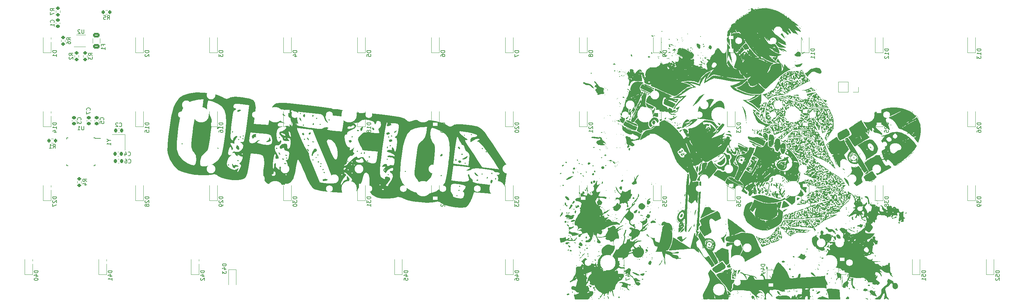
<source format=gbr>
%TF.GenerationSoftware,KiCad,Pcbnew,(5.99.0-11145-g173c9a974c)*%
%TF.CreationDate,2021-07-13T22:54:00-07:00*%
%TF.ProjectId,40r7h0,34307237-6830-42e6-9b69-6361645f7063,rev?*%
%TF.SameCoordinates,Original*%
%TF.FileFunction,Legend,Bot*%
%TF.FilePolarity,Positive*%
%FSLAX46Y46*%
G04 Gerber Fmt 4.6, Leading zero omitted, Abs format (unit mm)*
G04 Created by KiCad (PCBNEW (5.99.0-11145-g173c9a974c)) date 2021-07-13 22:54:00*
%MOMM*%
%LPD*%
G01*
G04 APERTURE LIST*
G04 Aperture macros list*
%AMRoundRect*
0 Rectangle with rounded corners*
0 $1 Rounding radius*
0 $2 $3 $4 $5 $6 $7 $8 $9 X,Y pos of 4 corners*
0 Add a 4 corners polygon primitive as box body*
4,1,4,$2,$3,$4,$5,$6,$7,$8,$9,$2,$3,0*
0 Add four circle primitives for the rounded corners*
1,1,$1+$1,$2,$3*
1,1,$1+$1,$4,$5*
1,1,$1+$1,$6,$7*
1,1,$1+$1,$8,$9*
0 Add four rect primitives between the rounded corners*
20,1,$1+$1,$2,$3,$4,$5,0*
20,1,$1+$1,$4,$5,$6,$7,0*
20,1,$1+$1,$6,$7,$8,$9,0*
20,1,$1+$1,$8,$9,$2,$3,0*%
G04 Aperture macros list end*
%ADD10C,0.150000*%
%ADD11C,0.300000*%
%ADD12C,0.120000*%
%ADD13C,1.750000*%
%ADD14C,3.987800*%
%ADD15C,2.250000*%
%ADD16C,3.048000*%
%ADD17R,2.000000X2.000000*%
%ADD18C,2.000000*%
%ADD19C,0.650000*%
%ADD20O,1.000000X1.600000*%
%ADD21O,1.000000X2.100000*%
%ADD22R,1.200000X0.900000*%
%ADD23R,1.700000X1.700000*%
%ADD24O,1.700000X1.700000*%
%ADD25RoundRect,0.225000X0.225000X0.250000X-0.225000X0.250000X-0.225000X-0.250000X0.225000X-0.250000X0*%
%ADD26RoundRect,0.200000X0.275000X-0.200000X0.275000X0.200000X-0.275000X0.200000X-0.275000X-0.200000X0*%
%ADD27RoundRect,0.225000X0.250000X-0.225000X0.250000X0.225000X-0.250000X0.225000X-0.250000X-0.225000X0*%
%ADD28RoundRect,0.200000X-0.275000X0.200000X-0.275000X-0.200000X0.275000X-0.200000X0.275000X0.200000X0*%
%ADD29R,1.600000X0.550000*%
%ADD30R,0.550000X1.600000*%
%ADD31RoundRect,0.200000X-0.200000X-0.275000X0.200000X-0.275000X0.200000X0.275000X-0.200000X0.275000X0*%
%ADD32R,1.200000X1.400000*%
%ADD33R,1.400000X1.200000*%
%ADD34R,1.400000X1.000000*%
%ADD35RoundRect,0.250000X0.625000X-0.375000X0.625000X0.375000X-0.625000X0.375000X-0.625000X-0.375000X0*%
%ADD36RoundRect,0.225000X-0.225000X-0.250000X0.225000X-0.250000X0.225000X0.250000X-0.225000X0.250000X0*%
G04 APERTURE END LIST*
D10*
%TO.C,D33*%
X162779780Y-73512414D02*
X161779780Y-73512414D01*
X161779780Y-73750509D01*
X161827400Y-73893366D01*
X161922638Y-73988604D01*
X162017876Y-74036223D01*
X162208352Y-74083842D01*
X162351209Y-74083842D01*
X162541685Y-74036223D01*
X162636923Y-73988604D01*
X162732161Y-73893366D01*
X162779780Y-73750509D01*
X162779780Y-73512414D01*
X161779780Y-74417176D02*
X161779780Y-75036223D01*
X162160733Y-74702890D01*
X162160733Y-74845747D01*
X162208352Y-74940985D01*
X162255971Y-74988604D01*
X162351209Y-75036223D01*
X162589304Y-75036223D01*
X162684542Y-74988604D01*
X162732161Y-74940985D01*
X162779780Y-74845747D01*
X162779780Y-74560033D01*
X162732161Y-74464795D01*
X162684542Y-74417176D01*
X161779780Y-75369557D02*
X161779780Y-75988604D01*
X162160733Y-75655271D01*
X162160733Y-75798128D01*
X162208352Y-75893366D01*
X162255971Y-75940985D01*
X162351209Y-75988604D01*
X162589304Y-75988604D01*
X162684542Y-75940985D01*
X162732161Y-75893366D01*
X162779780Y-75798128D01*
X162779780Y-75512414D01*
X162732161Y-75417176D01*
X162684542Y-75369557D01*
%TO.C,D40*%
X38962580Y-92561214D02*
X37962580Y-92561214D01*
X37962580Y-92799309D01*
X38010200Y-92942166D01*
X38105438Y-93037404D01*
X38200676Y-93085023D01*
X38391152Y-93132642D01*
X38534009Y-93132642D01*
X38724485Y-93085023D01*
X38819723Y-93037404D01*
X38914961Y-92942166D01*
X38962580Y-92799309D01*
X38962580Y-92561214D01*
X38295914Y-93989785D02*
X38962580Y-93989785D01*
X37914961Y-93751690D02*
X38629247Y-93513595D01*
X38629247Y-94132642D01*
X37962580Y-94704071D02*
X37962580Y-94799309D01*
X38010200Y-94894547D01*
X38057819Y-94942166D01*
X38153057Y-94989785D01*
X38343533Y-95037404D01*
X38581628Y-95037404D01*
X38772104Y-94989785D01*
X38867342Y-94942166D01*
X38914961Y-94894547D01*
X38962580Y-94799309D01*
X38962580Y-94704071D01*
X38914961Y-94608833D01*
X38867342Y-94561214D01*
X38772104Y-94513595D01*
X38581628Y-94465976D01*
X38343533Y-94465976D01*
X38153057Y-94513595D01*
X38057819Y-94561214D01*
X38010200Y-94608833D01*
X37962580Y-94704071D01*
%TO.C,D13*%
X281834780Y-35414814D02*
X280834780Y-35414814D01*
X280834780Y-35652909D01*
X280882400Y-35795766D01*
X280977638Y-35891004D01*
X281072876Y-35938623D01*
X281263352Y-35986242D01*
X281406209Y-35986242D01*
X281596685Y-35938623D01*
X281691923Y-35891004D01*
X281787161Y-35795766D01*
X281834780Y-35652909D01*
X281834780Y-35414814D01*
X281834780Y-36938623D02*
X281834780Y-36367195D01*
X281834780Y-36652909D02*
X280834780Y-36652909D01*
X280977638Y-36557671D01*
X281072876Y-36462433D01*
X281120495Y-36367195D01*
X280834780Y-37271957D02*
X280834780Y-37891004D01*
X281215733Y-37557671D01*
X281215733Y-37700528D01*
X281263352Y-37795766D01*
X281310971Y-37843385D01*
X281406209Y-37891004D01*
X281644304Y-37891004D01*
X281739542Y-37843385D01*
X281787161Y-37795766D01*
X281834780Y-37700528D01*
X281834780Y-37414814D01*
X281787161Y-37319576D01*
X281739542Y-37271957D01*
%TO.C,D17*%
X105633380Y-54463614D02*
X104633380Y-54463614D01*
X104633380Y-54701709D01*
X104681000Y-54844566D01*
X104776238Y-54939804D01*
X104871476Y-54987423D01*
X105061952Y-55035042D01*
X105204809Y-55035042D01*
X105395285Y-54987423D01*
X105490523Y-54939804D01*
X105585761Y-54844566D01*
X105633380Y-54701709D01*
X105633380Y-54463614D01*
X105633380Y-55987423D02*
X105633380Y-55415995D01*
X105633380Y-55701709D02*
X104633380Y-55701709D01*
X104776238Y-55606471D01*
X104871476Y-55511233D01*
X104919095Y-55415995D01*
X104633380Y-56320757D02*
X104633380Y-56987423D01*
X105633380Y-56558852D01*
%TO.C,D32*%
X143730980Y-73512414D02*
X142730980Y-73512414D01*
X142730980Y-73750509D01*
X142778600Y-73893366D01*
X142873838Y-73988604D01*
X142969076Y-74036223D01*
X143159552Y-74083842D01*
X143302409Y-74083842D01*
X143492885Y-74036223D01*
X143588123Y-73988604D01*
X143683361Y-73893366D01*
X143730980Y-73750509D01*
X143730980Y-73512414D01*
X142730980Y-74417176D02*
X142730980Y-75036223D01*
X143111933Y-74702890D01*
X143111933Y-74845747D01*
X143159552Y-74940985D01*
X143207171Y-74988604D01*
X143302409Y-75036223D01*
X143540504Y-75036223D01*
X143635742Y-74988604D01*
X143683361Y-74940985D01*
X143730980Y-74845747D01*
X143730980Y-74560033D01*
X143683361Y-74464795D01*
X143635742Y-74417176D01*
X142826219Y-75417176D02*
X142778600Y-75464795D01*
X142730980Y-75560033D01*
X142730980Y-75798128D01*
X142778600Y-75893366D01*
X142826219Y-75940985D01*
X142921457Y-75988604D01*
X143016695Y-75988604D01*
X143159552Y-75940985D01*
X143730980Y-75369557D01*
X143730980Y-75988604D01*
%TO.C,D52*%
X286596980Y-92561214D02*
X285596980Y-92561214D01*
X285596980Y-92799309D01*
X285644600Y-92942166D01*
X285739838Y-93037404D01*
X285835076Y-93085023D01*
X286025552Y-93132642D01*
X286168409Y-93132642D01*
X286358885Y-93085023D01*
X286454123Y-93037404D01*
X286549361Y-92942166D01*
X286596980Y-92799309D01*
X286596980Y-92561214D01*
X285596980Y-94037404D02*
X285596980Y-93561214D01*
X286073171Y-93513595D01*
X286025552Y-93561214D01*
X285977933Y-93656452D01*
X285977933Y-93894547D01*
X286025552Y-93989785D01*
X286073171Y-94037404D01*
X286168409Y-94085023D01*
X286406504Y-94085023D01*
X286501742Y-94037404D01*
X286549361Y-93989785D01*
X286596980Y-93894547D01*
X286596980Y-93656452D01*
X286549361Y-93561214D01*
X286501742Y-93513595D01*
X285692219Y-94465976D02*
X285644600Y-94513595D01*
X285596980Y-94608833D01*
X285596980Y-94846928D01*
X285644600Y-94942166D01*
X285692219Y-94989785D01*
X285787457Y-95037404D01*
X285882695Y-95037404D01*
X286025552Y-94989785D01*
X286596980Y-94418357D01*
X286596980Y-95037404D01*
%TO.C,C4*%
X62166666Y-62857142D02*
X62214285Y-62904761D01*
X62357142Y-62952380D01*
X62452380Y-62952380D01*
X62595238Y-62904761D01*
X62690476Y-62809523D01*
X62738095Y-62714285D01*
X62785714Y-62523809D01*
X62785714Y-62380952D01*
X62738095Y-62190476D01*
X62690476Y-62095238D01*
X62595238Y-62000000D01*
X62452380Y-61952380D01*
X62357142Y-61952380D01*
X62214285Y-62000000D01*
X62166666Y-62047619D01*
X61309523Y-62285714D02*
X61309523Y-62952380D01*
X61547619Y-61904761D02*
X61785714Y-62619047D01*
X61166666Y-62619047D01*
%TO.C,D14*%
X43724780Y-54463614D02*
X42724780Y-54463614D01*
X42724780Y-54701709D01*
X42772400Y-54844566D01*
X42867638Y-54939804D01*
X42962876Y-54987423D01*
X43153352Y-55035042D01*
X43296209Y-55035042D01*
X43486685Y-54987423D01*
X43581923Y-54939804D01*
X43677161Y-54844566D01*
X43724780Y-54701709D01*
X43724780Y-54463614D01*
X43724780Y-55987423D02*
X43724780Y-55415995D01*
X43724780Y-55701709D02*
X42724780Y-55701709D01*
X42867638Y-55606471D01*
X42962876Y-55511233D01*
X43010495Y-55415995D01*
X43058114Y-56844566D02*
X43724780Y-56844566D01*
X42677161Y-56606471D02*
X43391447Y-56368376D01*
X43391447Y-56987423D01*
%TO.C,R3*%
X52982380Y-37137233D02*
X52506190Y-36803900D01*
X52982380Y-36565804D02*
X51982380Y-36565804D01*
X51982380Y-36946757D01*
X52030000Y-37041995D01*
X52077619Y-37089614D01*
X52172857Y-37137233D01*
X52315714Y-37137233D01*
X52410952Y-37089614D01*
X52458571Y-37041995D01*
X52506190Y-36946757D01*
X52506190Y-36565804D01*
X51982380Y-37470566D02*
X51982380Y-38089614D01*
X52363333Y-37756280D01*
X52363333Y-37899138D01*
X52410952Y-37994376D01*
X52458571Y-38041995D01*
X52553809Y-38089614D01*
X52791904Y-38089614D01*
X52887142Y-38041995D01*
X52934761Y-37994376D01*
X52982380Y-37899138D01*
X52982380Y-37613423D01*
X52934761Y-37518185D01*
X52887142Y-37470566D01*
%TO.C,D28*%
X67535780Y-73512414D02*
X66535780Y-73512414D01*
X66535780Y-73750509D01*
X66583400Y-73893366D01*
X66678638Y-73988604D01*
X66773876Y-74036223D01*
X66964352Y-74083842D01*
X67107209Y-74083842D01*
X67297685Y-74036223D01*
X67392923Y-73988604D01*
X67488161Y-73893366D01*
X67535780Y-73750509D01*
X67535780Y-73512414D01*
X66631019Y-74464795D02*
X66583400Y-74512414D01*
X66535780Y-74607652D01*
X66535780Y-74845747D01*
X66583400Y-74940985D01*
X66631019Y-74988604D01*
X66726257Y-75036223D01*
X66821495Y-75036223D01*
X66964352Y-74988604D01*
X67535780Y-74417176D01*
X67535780Y-75036223D01*
X66964352Y-75607652D02*
X66916733Y-75512414D01*
X66869114Y-75464795D01*
X66773876Y-75417176D01*
X66726257Y-75417176D01*
X66631019Y-75464795D01*
X66583400Y-75512414D01*
X66535780Y-75607652D01*
X66535780Y-75798128D01*
X66583400Y-75893366D01*
X66631019Y-75940985D01*
X66726257Y-75988604D01*
X66773876Y-75988604D01*
X66869114Y-75940985D01*
X66916733Y-75893366D01*
X66964352Y-75798128D01*
X66964352Y-75607652D01*
X67011971Y-75512414D01*
X67059590Y-75464795D01*
X67154828Y-75417176D01*
X67345304Y-75417176D01*
X67440542Y-75464795D01*
X67488161Y-75512414D01*
X67535780Y-75607652D01*
X67535780Y-75798128D01*
X67488161Y-75893366D01*
X67440542Y-75940985D01*
X67345304Y-75988604D01*
X67154828Y-75988604D01*
X67059590Y-75940985D01*
X67011971Y-75893366D01*
X66964352Y-75798128D01*
%TO.C,C3*%
X49987142Y-53733333D02*
X50034761Y-53685714D01*
X50082380Y-53542857D01*
X50082380Y-53447619D01*
X50034761Y-53304761D01*
X49939523Y-53209523D01*
X49844285Y-53161904D01*
X49653809Y-53114285D01*
X49510952Y-53114285D01*
X49320476Y-53161904D01*
X49225238Y-53209523D01*
X49130000Y-53304761D01*
X49082380Y-53447619D01*
X49082380Y-53542857D01*
X49130000Y-53685714D01*
X49177619Y-53733333D01*
X49082380Y-54066666D02*
X49082380Y-54685714D01*
X49463333Y-54352380D01*
X49463333Y-54495238D01*
X49510952Y-54590476D01*
X49558571Y-54638095D01*
X49653809Y-54685714D01*
X49891904Y-54685714D01*
X49987142Y-54638095D01*
X50034761Y-54590476D01*
X50082380Y-54495238D01*
X50082380Y-54209523D01*
X50034761Y-54114285D01*
X49987142Y-54066666D01*
%TO.C,D30*%
X105633380Y-73512414D02*
X104633380Y-73512414D01*
X104633380Y-73750509D01*
X104681000Y-73893366D01*
X104776238Y-73988604D01*
X104871476Y-74036223D01*
X105061952Y-74083842D01*
X105204809Y-74083842D01*
X105395285Y-74036223D01*
X105490523Y-73988604D01*
X105585761Y-73893366D01*
X105633380Y-73750509D01*
X105633380Y-73512414D01*
X104633380Y-74417176D02*
X104633380Y-75036223D01*
X105014333Y-74702890D01*
X105014333Y-74845747D01*
X105061952Y-74940985D01*
X105109571Y-74988604D01*
X105204809Y-75036223D01*
X105442904Y-75036223D01*
X105538142Y-74988604D01*
X105585761Y-74940985D01*
X105633380Y-74845747D01*
X105633380Y-74560033D01*
X105585761Y-74464795D01*
X105538142Y-74417176D01*
X104633380Y-75655271D02*
X104633380Y-75750509D01*
X104681000Y-75845747D01*
X104728619Y-75893366D01*
X104823857Y-75940985D01*
X105014333Y-75988604D01*
X105252428Y-75988604D01*
X105442904Y-75940985D01*
X105538142Y-75893366D01*
X105585761Y-75845747D01*
X105633380Y-75750509D01*
X105633380Y-75655271D01*
X105585761Y-75560033D01*
X105538142Y-75512414D01*
X105442904Y-75464795D01*
X105252428Y-75417176D01*
X105014333Y-75417176D01*
X104823857Y-75464795D01*
X104728619Y-75512414D01*
X104681000Y-75560033D01*
X104633380Y-75655271D01*
%TO.C,R6*%
X47352380Y-33168733D02*
X46876190Y-32835400D01*
X47352380Y-32597304D02*
X46352380Y-32597304D01*
X46352380Y-32978257D01*
X46400000Y-33073495D01*
X46447619Y-33121114D01*
X46542857Y-33168733D01*
X46685714Y-33168733D01*
X46780952Y-33121114D01*
X46828571Y-33073495D01*
X46876190Y-32978257D01*
X46876190Y-32597304D01*
X46352380Y-34025876D02*
X46352380Y-33835400D01*
X46400000Y-33740161D01*
X46447619Y-33692542D01*
X46590476Y-33597304D01*
X46780952Y-33549685D01*
X47161904Y-33549685D01*
X47257142Y-33597304D01*
X47304761Y-33644923D01*
X47352380Y-33740161D01*
X47352380Y-33930638D01*
X47304761Y-34025876D01*
X47257142Y-34073495D01*
X47161904Y-34121114D01*
X46923809Y-34121114D01*
X46828571Y-34073495D01*
X46780952Y-34025876D01*
X46733333Y-33930638D01*
X46733333Y-33740161D01*
X46780952Y-33644923D01*
X46828571Y-33597304D01*
X46923809Y-33549685D01*
%TO.C,D42*%
X81822380Y-92561214D02*
X80822380Y-92561214D01*
X80822380Y-92799309D01*
X80870000Y-92942166D01*
X80965238Y-93037404D01*
X81060476Y-93085023D01*
X81250952Y-93132642D01*
X81393809Y-93132642D01*
X81584285Y-93085023D01*
X81679523Y-93037404D01*
X81774761Y-92942166D01*
X81822380Y-92799309D01*
X81822380Y-92561214D01*
X81155714Y-93989785D02*
X81822380Y-93989785D01*
X80774761Y-93751690D02*
X81489047Y-93513595D01*
X81489047Y-94132642D01*
X80917619Y-94465976D02*
X80870000Y-94513595D01*
X80822380Y-94608833D01*
X80822380Y-94846928D01*
X80870000Y-94942166D01*
X80917619Y-94989785D01*
X81012857Y-95037404D01*
X81108095Y-95037404D01*
X81250952Y-94989785D01*
X81822380Y-94418357D01*
X81822380Y-95037404D01*
%TO.C,D9*%
X200877380Y-35891004D02*
X199877380Y-35891004D01*
X199877380Y-36129100D01*
X199925000Y-36271957D01*
X200020238Y-36367195D01*
X200115476Y-36414814D01*
X200305952Y-36462433D01*
X200448809Y-36462433D01*
X200639285Y-36414814D01*
X200734523Y-36367195D01*
X200829761Y-36271957D01*
X200877380Y-36129100D01*
X200877380Y-35891004D01*
X200877380Y-36938623D02*
X200877380Y-37129100D01*
X200829761Y-37224338D01*
X200782142Y-37271957D01*
X200639285Y-37367195D01*
X200448809Y-37414814D01*
X200067857Y-37414814D01*
X199972619Y-37367195D01*
X199925000Y-37319576D01*
X199877380Y-37224338D01*
X199877380Y-37033861D01*
X199925000Y-36938623D01*
X199972619Y-36891004D01*
X200067857Y-36843385D01*
X200305952Y-36843385D01*
X200401190Y-36891004D01*
X200448809Y-36938623D01*
X200496428Y-37033861D01*
X200496428Y-37224338D01*
X200448809Y-37319576D01*
X200401190Y-37367195D01*
X200305952Y-37414814D01*
%TO.C,D37*%
X238974980Y-73512414D02*
X237974980Y-73512414D01*
X237974980Y-73750509D01*
X238022600Y-73893366D01*
X238117838Y-73988604D01*
X238213076Y-74036223D01*
X238403552Y-74083842D01*
X238546409Y-74083842D01*
X238736885Y-74036223D01*
X238832123Y-73988604D01*
X238927361Y-73893366D01*
X238974980Y-73750509D01*
X238974980Y-73512414D01*
X237974980Y-74417176D02*
X237974980Y-75036223D01*
X238355933Y-74702890D01*
X238355933Y-74845747D01*
X238403552Y-74940985D01*
X238451171Y-74988604D01*
X238546409Y-75036223D01*
X238784504Y-75036223D01*
X238879742Y-74988604D01*
X238927361Y-74940985D01*
X238974980Y-74845747D01*
X238974980Y-74560033D01*
X238927361Y-74464795D01*
X238879742Y-74417176D01*
X237974980Y-75369557D02*
X237974980Y-76036223D01*
X238974980Y-75607652D01*
%TO.C,U1*%
X50765004Y-55310980D02*
X50765004Y-56120504D01*
X50717385Y-56215742D01*
X50669766Y-56263361D01*
X50574528Y-56310980D01*
X50384052Y-56310980D01*
X50288814Y-56263361D01*
X50241195Y-56215742D01*
X50193576Y-56120504D01*
X50193576Y-55310980D01*
X49193576Y-56310980D02*
X49765004Y-56310980D01*
X49479290Y-56310980D02*
X49479290Y-55310980D01*
X49574528Y-55453838D01*
X49669766Y-55549076D01*
X49765004Y-55596695D01*
%TO.C,D10*%
X219926180Y-35414814D02*
X218926180Y-35414814D01*
X218926180Y-35652909D01*
X218973800Y-35795766D01*
X219069038Y-35891004D01*
X219164276Y-35938623D01*
X219354752Y-35986242D01*
X219497609Y-35986242D01*
X219688085Y-35938623D01*
X219783323Y-35891004D01*
X219878561Y-35795766D01*
X219926180Y-35652909D01*
X219926180Y-35414814D01*
X219926180Y-36938623D02*
X219926180Y-36367195D01*
X219926180Y-36652909D02*
X218926180Y-36652909D01*
X219069038Y-36557671D01*
X219164276Y-36462433D01*
X219211895Y-36367195D01*
X218926180Y-37557671D02*
X218926180Y-37652909D01*
X218973800Y-37748147D01*
X219021419Y-37795766D01*
X219116657Y-37843385D01*
X219307133Y-37891004D01*
X219545228Y-37891004D01*
X219735704Y-37843385D01*
X219830942Y-37795766D01*
X219878561Y-37748147D01*
X219926180Y-37652909D01*
X219926180Y-37557671D01*
X219878561Y-37462433D01*
X219830942Y-37414814D01*
X219735704Y-37367195D01*
X219545228Y-37319576D01*
X219307133Y-37319576D01*
X219116657Y-37367195D01*
X219021419Y-37414814D01*
X218973800Y-37462433D01*
X218926180Y-37557671D01*
%TO.C,D2*%
X67535780Y-35891004D02*
X66535780Y-35891004D01*
X66535780Y-36129100D01*
X66583400Y-36271957D01*
X66678638Y-36367195D01*
X66773876Y-36414814D01*
X66964352Y-36462433D01*
X67107209Y-36462433D01*
X67297685Y-36414814D01*
X67392923Y-36367195D01*
X67488161Y-36271957D01*
X67535780Y-36129100D01*
X67535780Y-35891004D01*
X66631019Y-36843385D02*
X66583400Y-36891004D01*
X66535780Y-36986242D01*
X66535780Y-37224338D01*
X66583400Y-37319576D01*
X66631019Y-37367195D01*
X66726257Y-37414814D01*
X66821495Y-37414814D01*
X66964352Y-37367195D01*
X67535780Y-36795766D01*
X67535780Y-37414814D01*
%TO.C,D46*%
X162779780Y-92561214D02*
X161779780Y-92561214D01*
X161779780Y-92799309D01*
X161827400Y-92942166D01*
X161922638Y-93037404D01*
X162017876Y-93085023D01*
X162208352Y-93132642D01*
X162351209Y-93132642D01*
X162541685Y-93085023D01*
X162636923Y-93037404D01*
X162732161Y-92942166D01*
X162779780Y-92799309D01*
X162779780Y-92561214D01*
X162113114Y-93989785D02*
X162779780Y-93989785D01*
X161732161Y-93751690D02*
X162446447Y-93513595D01*
X162446447Y-94132642D01*
X161779780Y-94942166D02*
X161779780Y-94751690D01*
X161827400Y-94656452D01*
X161875019Y-94608833D01*
X162017876Y-94513595D01*
X162208352Y-94465976D01*
X162589304Y-94465976D01*
X162684542Y-94513595D01*
X162732161Y-94561214D01*
X162779780Y-94656452D01*
X162779780Y-94846928D01*
X162732161Y-94942166D01*
X162684542Y-94989785D01*
X162589304Y-95037404D01*
X162351209Y-95037404D01*
X162255971Y-94989785D01*
X162208352Y-94942166D01*
X162160733Y-94846928D01*
X162160733Y-94656452D01*
X162208352Y-94561214D01*
X162255971Y-94513595D01*
X162351209Y-94465976D01*
%TO.C,D4*%
X105633380Y-35891004D02*
X104633380Y-35891004D01*
X104633380Y-36129100D01*
X104681000Y-36271957D01*
X104776238Y-36367195D01*
X104871476Y-36414814D01*
X105061952Y-36462433D01*
X105204809Y-36462433D01*
X105395285Y-36414814D01*
X105490523Y-36367195D01*
X105585761Y-36271957D01*
X105633380Y-36129100D01*
X105633380Y-35891004D01*
X104966714Y-37319576D02*
X105633380Y-37319576D01*
X104585761Y-37081480D02*
X105300047Y-36843385D01*
X105300047Y-37462433D01*
%TO.C,R5*%
X56766666Y-27832380D02*
X57100000Y-27356190D01*
X57338095Y-27832380D02*
X57338095Y-26832380D01*
X56957142Y-26832380D01*
X56861904Y-26880000D01*
X56814285Y-26927619D01*
X56766666Y-27022857D01*
X56766666Y-27165714D01*
X56814285Y-27260952D01*
X56861904Y-27308571D01*
X56957142Y-27356190D01*
X57338095Y-27356190D01*
X55861904Y-26832380D02*
X56338095Y-26832380D01*
X56385714Y-27308571D01*
X56338095Y-27260952D01*
X56242857Y-27213333D01*
X56004761Y-27213333D01*
X55909523Y-27260952D01*
X55861904Y-27308571D01*
X55814285Y-27403809D01*
X55814285Y-27641904D01*
X55861904Y-27737142D01*
X55909523Y-27784761D01*
X56004761Y-27832380D01*
X56242857Y-27832380D01*
X56338095Y-27784761D01*
X56385714Y-27737142D01*
%TO.C,D15*%
X67535780Y-54463614D02*
X66535780Y-54463614D01*
X66535780Y-54701709D01*
X66583400Y-54844566D01*
X66678638Y-54939804D01*
X66773876Y-54987423D01*
X66964352Y-55035042D01*
X67107209Y-55035042D01*
X67297685Y-54987423D01*
X67392923Y-54939804D01*
X67488161Y-54844566D01*
X67535780Y-54701709D01*
X67535780Y-54463614D01*
X67535780Y-55987423D02*
X67535780Y-55415995D01*
X67535780Y-55701709D02*
X66535780Y-55701709D01*
X66678638Y-55606471D01*
X66773876Y-55511233D01*
X66821495Y-55415995D01*
X66535780Y-56892185D02*
X66535780Y-56415995D01*
X67011971Y-56368376D01*
X66964352Y-56415995D01*
X66916733Y-56511233D01*
X66916733Y-56749328D01*
X66964352Y-56844566D01*
X67011971Y-56892185D01*
X67107209Y-56939804D01*
X67345304Y-56939804D01*
X67440542Y-56892185D01*
X67488161Y-56844566D01*
X67535780Y-56749328D01*
X67535780Y-56511233D01*
X67488161Y-56415995D01*
X67440542Y-56368376D01*
%TO.C,D31*%
X124682180Y-73512414D02*
X123682180Y-73512414D01*
X123682180Y-73750509D01*
X123729800Y-73893366D01*
X123825038Y-73988604D01*
X123920276Y-74036223D01*
X124110752Y-74083842D01*
X124253609Y-74083842D01*
X124444085Y-74036223D01*
X124539323Y-73988604D01*
X124634561Y-73893366D01*
X124682180Y-73750509D01*
X124682180Y-73512414D01*
X123682180Y-74417176D02*
X123682180Y-75036223D01*
X124063133Y-74702890D01*
X124063133Y-74845747D01*
X124110752Y-74940985D01*
X124158371Y-74988604D01*
X124253609Y-75036223D01*
X124491704Y-75036223D01*
X124586942Y-74988604D01*
X124634561Y-74940985D01*
X124682180Y-74845747D01*
X124682180Y-74560033D01*
X124634561Y-74464795D01*
X124586942Y-74417176D01*
X124682180Y-75988604D02*
X124682180Y-75417176D01*
X124682180Y-75702890D02*
X123682180Y-75702890D01*
X123825038Y-75607652D01*
X123920276Y-75512414D01*
X123967895Y-75417176D01*
%TO.C,R2*%
X47952380Y-37133333D02*
X47476190Y-36800000D01*
X47952380Y-36561904D02*
X46952380Y-36561904D01*
X46952380Y-36942857D01*
X47000000Y-37038095D01*
X47047619Y-37085714D01*
X47142857Y-37133333D01*
X47285714Y-37133333D01*
X47380952Y-37085714D01*
X47428571Y-37038095D01*
X47476190Y-36942857D01*
X47476190Y-36561904D01*
X47047619Y-37514285D02*
X47000000Y-37561904D01*
X46952380Y-37657142D01*
X46952380Y-37895238D01*
X47000000Y-37990476D01*
X47047619Y-38038095D01*
X47142857Y-38085714D01*
X47238095Y-38085714D01*
X47380952Y-38038095D01*
X47952380Y-37466666D01*
X47952380Y-38085714D01*
%TO.C,C7*%
X52357142Y-51233333D02*
X52404761Y-51185714D01*
X52452380Y-51042857D01*
X52452380Y-50947619D01*
X52404761Y-50804761D01*
X52309523Y-50709523D01*
X52214285Y-50661904D01*
X52023809Y-50614285D01*
X51880952Y-50614285D01*
X51690476Y-50661904D01*
X51595238Y-50709523D01*
X51500000Y-50804761D01*
X51452380Y-50947619D01*
X51452380Y-51042857D01*
X51500000Y-51185714D01*
X51547619Y-51233333D01*
X51452380Y-51566666D02*
X51452380Y-52233333D01*
X52452380Y-51804761D01*
%TO.C,D26*%
X281834780Y-54463614D02*
X280834780Y-54463614D01*
X280834780Y-54701709D01*
X280882400Y-54844566D01*
X280977638Y-54939804D01*
X281072876Y-54987423D01*
X281263352Y-55035042D01*
X281406209Y-55035042D01*
X281596685Y-54987423D01*
X281691923Y-54939804D01*
X281787161Y-54844566D01*
X281834780Y-54701709D01*
X281834780Y-54463614D01*
X280930019Y-55415995D02*
X280882400Y-55463614D01*
X280834780Y-55558852D01*
X280834780Y-55796947D01*
X280882400Y-55892185D01*
X280930019Y-55939804D01*
X281025257Y-55987423D01*
X281120495Y-55987423D01*
X281263352Y-55939804D01*
X281834780Y-55368376D01*
X281834780Y-55987423D01*
X280834780Y-56844566D02*
X280834780Y-56654090D01*
X280882400Y-56558852D01*
X280930019Y-56511233D01*
X281072876Y-56415995D01*
X281263352Y-56368376D01*
X281644304Y-56368376D01*
X281739542Y-56415995D01*
X281787161Y-56463614D01*
X281834780Y-56558852D01*
X281834780Y-56749328D01*
X281787161Y-56844566D01*
X281739542Y-56892185D01*
X281644304Y-56939804D01*
X281406209Y-56939804D01*
X281310971Y-56892185D01*
X281263352Y-56844566D01*
X281215733Y-56749328D01*
X281215733Y-56558852D01*
X281263352Y-56463614D01*
X281310971Y-56415995D01*
X281406209Y-56368376D01*
%TO.C,D38*%
X258023780Y-73512414D02*
X257023780Y-73512414D01*
X257023780Y-73750509D01*
X257071400Y-73893366D01*
X257166638Y-73988604D01*
X257261876Y-74036223D01*
X257452352Y-74083842D01*
X257595209Y-74083842D01*
X257785685Y-74036223D01*
X257880923Y-73988604D01*
X257976161Y-73893366D01*
X258023780Y-73750509D01*
X258023780Y-73512414D01*
X257023780Y-74417176D02*
X257023780Y-75036223D01*
X257404733Y-74702890D01*
X257404733Y-74845747D01*
X257452352Y-74940985D01*
X257499971Y-74988604D01*
X257595209Y-75036223D01*
X257833304Y-75036223D01*
X257928542Y-74988604D01*
X257976161Y-74940985D01*
X258023780Y-74845747D01*
X258023780Y-74560033D01*
X257976161Y-74464795D01*
X257928542Y-74417176D01*
X257452352Y-75607652D02*
X257404733Y-75512414D01*
X257357114Y-75464795D01*
X257261876Y-75417176D01*
X257214257Y-75417176D01*
X257119019Y-75464795D01*
X257071400Y-75512414D01*
X257023780Y-75607652D01*
X257023780Y-75798128D01*
X257071400Y-75893366D01*
X257119019Y-75940985D01*
X257214257Y-75988604D01*
X257261876Y-75988604D01*
X257357114Y-75940985D01*
X257404733Y-75893366D01*
X257452352Y-75798128D01*
X257452352Y-75607652D01*
X257499971Y-75512414D01*
X257547590Y-75464795D01*
X257642828Y-75417176D01*
X257833304Y-75417176D01*
X257928542Y-75464795D01*
X257976161Y-75512414D01*
X258023780Y-75607652D01*
X258023780Y-75798128D01*
X257976161Y-75893366D01*
X257928542Y-75940985D01*
X257833304Y-75988604D01*
X257642828Y-75988604D01*
X257547590Y-75940985D01*
X257499971Y-75893366D01*
X257452352Y-75798128D01*
%TO.C,Y1*%
X57226190Y-59023809D02*
X57702380Y-59023809D01*
X56702380Y-58690476D02*
X57226190Y-59023809D01*
X56702380Y-59357142D01*
X57702380Y-60214285D02*
X57702380Y-59642857D01*
X57702380Y-59928571D02*
X56702380Y-59928571D01*
X56845238Y-59833333D01*
X56940476Y-59738095D01*
X56988095Y-59642857D01*
%TO.C,C1*%
X43057142Y-28633333D02*
X43104761Y-28585714D01*
X43152380Y-28442857D01*
X43152380Y-28347619D01*
X43104761Y-28204761D01*
X43009523Y-28109523D01*
X42914285Y-28061904D01*
X42723809Y-28014285D01*
X42580952Y-28014285D01*
X42390476Y-28061904D01*
X42295238Y-28109523D01*
X42200000Y-28204761D01*
X42152380Y-28347619D01*
X42152380Y-28442857D01*
X42200000Y-28585714D01*
X42247619Y-28633333D01*
X43152380Y-29585714D02*
X43152380Y-29014285D01*
X43152380Y-29300000D02*
X42152380Y-29300000D01*
X42295238Y-29204761D01*
X42390476Y-29109523D01*
X42438095Y-29014285D01*
%TO.C,D49*%
X226152380Y-90885714D02*
X225152380Y-90885714D01*
X225152380Y-91123809D01*
X225200000Y-91266666D01*
X225295238Y-91361904D01*
X225390476Y-91409523D01*
X225580952Y-91457142D01*
X225723809Y-91457142D01*
X225914285Y-91409523D01*
X226009523Y-91361904D01*
X226104761Y-91266666D01*
X226152380Y-91123809D01*
X226152380Y-90885714D01*
X225485714Y-92314285D02*
X226152380Y-92314285D01*
X225104761Y-92076190D02*
X225819047Y-91838095D01*
X225819047Y-92457142D01*
X226152380Y-92885714D02*
X226152380Y-93076190D01*
X226104761Y-93171428D01*
X226057142Y-93219047D01*
X225914285Y-93314285D01*
X225723809Y-93361904D01*
X225342857Y-93361904D01*
X225247619Y-93314285D01*
X225200000Y-93266666D01*
X225152380Y-93171428D01*
X225152380Y-92980952D01*
X225200000Y-92885714D01*
X225247619Y-92838095D01*
X225342857Y-92790476D01*
X225580952Y-92790476D01*
X225676190Y-92838095D01*
X225723809Y-92885714D01*
X225771428Y-92980952D01*
X225771428Y-93171428D01*
X225723809Y-93266666D01*
X225676190Y-93314285D01*
X225580952Y-93361904D01*
%TO.C,D36*%
X219926180Y-73512414D02*
X218926180Y-73512414D01*
X218926180Y-73750509D01*
X218973800Y-73893366D01*
X219069038Y-73988604D01*
X219164276Y-74036223D01*
X219354752Y-74083842D01*
X219497609Y-74083842D01*
X219688085Y-74036223D01*
X219783323Y-73988604D01*
X219878561Y-73893366D01*
X219926180Y-73750509D01*
X219926180Y-73512414D01*
X218926180Y-74417176D02*
X218926180Y-75036223D01*
X219307133Y-74702890D01*
X219307133Y-74845747D01*
X219354752Y-74940985D01*
X219402371Y-74988604D01*
X219497609Y-75036223D01*
X219735704Y-75036223D01*
X219830942Y-74988604D01*
X219878561Y-74940985D01*
X219926180Y-74845747D01*
X219926180Y-74560033D01*
X219878561Y-74464795D01*
X219830942Y-74417176D01*
X218926180Y-75893366D02*
X218926180Y-75702890D01*
X218973800Y-75607652D01*
X219021419Y-75560033D01*
X219164276Y-75464795D01*
X219354752Y-75417176D01*
X219735704Y-75417176D01*
X219830942Y-75464795D01*
X219878561Y-75512414D01*
X219926180Y-75607652D01*
X219926180Y-75798128D01*
X219878561Y-75893366D01*
X219830942Y-75940985D01*
X219735704Y-75988604D01*
X219497609Y-75988604D01*
X219402371Y-75940985D01*
X219354752Y-75893366D01*
X219307133Y-75798128D01*
X219307133Y-75607652D01*
X219354752Y-75512414D01*
X219402371Y-75464795D01*
X219497609Y-75417176D01*
%TO.C,D11*%
X238974980Y-35414814D02*
X237974980Y-35414814D01*
X237974980Y-35652909D01*
X238022600Y-35795766D01*
X238117838Y-35891004D01*
X238213076Y-35938623D01*
X238403552Y-35986242D01*
X238546409Y-35986242D01*
X238736885Y-35938623D01*
X238832123Y-35891004D01*
X238927361Y-35795766D01*
X238974980Y-35652909D01*
X238974980Y-35414814D01*
X238974980Y-36938623D02*
X238974980Y-36367195D01*
X238974980Y-36652909D02*
X237974980Y-36652909D01*
X238117838Y-36557671D01*
X238213076Y-36462433D01*
X238260695Y-36367195D01*
X238974980Y-37891004D02*
X238974980Y-37319576D01*
X238974980Y-37605290D02*
X237974980Y-37605290D01*
X238117838Y-37510052D01*
X238213076Y-37414814D01*
X238260695Y-37319576D01*
%TO.C,D25*%
X258023780Y-54463614D02*
X257023780Y-54463614D01*
X257023780Y-54701709D01*
X257071400Y-54844566D01*
X257166638Y-54939804D01*
X257261876Y-54987423D01*
X257452352Y-55035042D01*
X257595209Y-55035042D01*
X257785685Y-54987423D01*
X257880923Y-54939804D01*
X257976161Y-54844566D01*
X258023780Y-54701709D01*
X258023780Y-54463614D01*
X257119019Y-55415995D02*
X257071400Y-55463614D01*
X257023780Y-55558852D01*
X257023780Y-55796947D01*
X257071400Y-55892185D01*
X257119019Y-55939804D01*
X257214257Y-55987423D01*
X257309495Y-55987423D01*
X257452352Y-55939804D01*
X258023780Y-55368376D01*
X258023780Y-55987423D01*
X257023780Y-56892185D02*
X257023780Y-56415995D01*
X257499971Y-56368376D01*
X257452352Y-56415995D01*
X257404733Y-56511233D01*
X257404733Y-56749328D01*
X257452352Y-56844566D01*
X257499971Y-56892185D01*
X257595209Y-56939804D01*
X257833304Y-56939804D01*
X257928542Y-56892185D01*
X257976161Y-56844566D01*
X258023780Y-56749328D01*
X258023780Y-56511233D01*
X257976161Y-56415995D01*
X257928542Y-56368376D01*
%TO.C,D21*%
X181828580Y-54463614D02*
X180828580Y-54463614D01*
X180828580Y-54701709D01*
X180876200Y-54844566D01*
X180971438Y-54939804D01*
X181066676Y-54987423D01*
X181257152Y-55035042D01*
X181400009Y-55035042D01*
X181590485Y-54987423D01*
X181685723Y-54939804D01*
X181780961Y-54844566D01*
X181828580Y-54701709D01*
X181828580Y-54463614D01*
X180923819Y-55415995D02*
X180876200Y-55463614D01*
X180828580Y-55558852D01*
X180828580Y-55796947D01*
X180876200Y-55892185D01*
X180923819Y-55939804D01*
X181019057Y-55987423D01*
X181114295Y-55987423D01*
X181257152Y-55939804D01*
X181828580Y-55368376D01*
X181828580Y-55987423D01*
X181828580Y-56939804D02*
X181828580Y-56368376D01*
X181828580Y-56654090D02*
X180828580Y-56654090D01*
X180971438Y-56558852D01*
X181066676Y-56463614D01*
X181114295Y-56368376D01*
%TO.C,C2*%
X59916666Y-55377142D02*
X59964285Y-55424761D01*
X60107142Y-55472380D01*
X60202380Y-55472380D01*
X60345238Y-55424761D01*
X60440476Y-55329523D01*
X60488095Y-55234285D01*
X60535714Y-55043809D01*
X60535714Y-54900952D01*
X60488095Y-54710476D01*
X60440476Y-54615238D01*
X60345238Y-54520000D01*
X60202380Y-54472380D01*
X60107142Y-54472380D01*
X59964285Y-54520000D01*
X59916666Y-54567619D01*
X59535714Y-54567619D02*
X59488095Y-54520000D01*
X59392857Y-54472380D01*
X59154761Y-54472380D01*
X59059523Y-54520000D01*
X59011904Y-54567619D01*
X58964285Y-54662857D01*
X58964285Y-54758095D01*
X59011904Y-54900952D01*
X59583333Y-55472380D01*
X58964285Y-55472380D01*
%TO.C,D8*%
X181828580Y-35891004D02*
X180828580Y-35891004D01*
X180828580Y-36129100D01*
X180876200Y-36271957D01*
X180971438Y-36367195D01*
X181066676Y-36414814D01*
X181257152Y-36462433D01*
X181400009Y-36462433D01*
X181590485Y-36414814D01*
X181685723Y-36367195D01*
X181780961Y-36271957D01*
X181828580Y-36129100D01*
X181828580Y-35891004D01*
X181257152Y-37033861D02*
X181209533Y-36938623D01*
X181161914Y-36891004D01*
X181066676Y-36843385D01*
X181019057Y-36843385D01*
X180923819Y-36891004D01*
X180876200Y-36938623D01*
X180828580Y-37033861D01*
X180828580Y-37224338D01*
X180876200Y-37319576D01*
X180923819Y-37367195D01*
X181019057Y-37414814D01*
X181066676Y-37414814D01*
X181161914Y-37367195D01*
X181209533Y-37319576D01*
X181257152Y-37224338D01*
X181257152Y-37033861D01*
X181304771Y-36938623D01*
X181352390Y-36891004D01*
X181447628Y-36843385D01*
X181638104Y-36843385D01*
X181733342Y-36891004D01*
X181780961Y-36938623D01*
X181828580Y-37033861D01*
X181828580Y-37224338D01*
X181780961Y-37319576D01*
X181733342Y-37367195D01*
X181638104Y-37414814D01*
X181447628Y-37414814D01*
X181352390Y-37367195D01*
X181304771Y-37319576D01*
X181257152Y-37224338D01*
%TO.C,D18*%
X124682180Y-54463614D02*
X123682180Y-54463614D01*
X123682180Y-54701709D01*
X123729800Y-54844566D01*
X123825038Y-54939804D01*
X123920276Y-54987423D01*
X124110752Y-55035042D01*
X124253609Y-55035042D01*
X124444085Y-54987423D01*
X124539323Y-54939804D01*
X124634561Y-54844566D01*
X124682180Y-54701709D01*
X124682180Y-54463614D01*
X124682180Y-55987423D02*
X124682180Y-55415995D01*
X124682180Y-55701709D02*
X123682180Y-55701709D01*
X123825038Y-55606471D01*
X123920276Y-55511233D01*
X123967895Y-55415995D01*
X124110752Y-56558852D02*
X124063133Y-56463614D01*
X124015514Y-56415995D01*
X123920276Y-56368376D01*
X123872657Y-56368376D01*
X123777419Y-56415995D01*
X123729800Y-56463614D01*
X123682180Y-56558852D01*
X123682180Y-56749328D01*
X123729800Y-56844566D01*
X123777419Y-56892185D01*
X123872657Y-56939804D01*
X123920276Y-56939804D01*
X124015514Y-56892185D01*
X124063133Y-56844566D01*
X124110752Y-56749328D01*
X124110752Y-56558852D01*
X124158371Y-56463614D01*
X124205990Y-56415995D01*
X124301228Y-56368376D01*
X124491704Y-56368376D01*
X124586942Y-56415995D01*
X124634561Y-56463614D01*
X124682180Y-56558852D01*
X124682180Y-56749328D01*
X124634561Y-56844566D01*
X124586942Y-56892185D01*
X124491704Y-56939804D01*
X124301228Y-56939804D01*
X124205990Y-56892185D01*
X124158371Y-56844566D01*
X124110752Y-56749328D01*
%TO.C,D3*%
X86584580Y-35891004D02*
X85584580Y-35891004D01*
X85584580Y-36129100D01*
X85632200Y-36271957D01*
X85727438Y-36367195D01*
X85822676Y-36414814D01*
X86013152Y-36462433D01*
X86156009Y-36462433D01*
X86346485Y-36414814D01*
X86441723Y-36367195D01*
X86536961Y-36271957D01*
X86584580Y-36129100D01*
X86584580Y-35891004D01*
X85584580Y-36795766D02*
X85584580Y-37414814D01*
X85965533Y-37081480D01*
X85965533Y-37224338D01*
X86013152Y-37319576D01*
X86060771Y-37367195D01*
X86156009Y-37414814D01*
X86394104Y-37414814D01*
X86489342Y-37367195D01*
X86536961Y-37319576D01*
X86584580Y-37224338D01*
X86584580Y-36938623D01*
X86536961Y-36843385D01*
X86489342Y-36795766D01*
%TO.C,D12*%
X258023780Y-35414814D02*
X257023780Y-35414814D01*
X257023780Y-35652909D01*
X257071400Y-35795766D01*
X257166638Y-35891004D01*
X257261876Y-35938623D01*
X257452352Y-35986242D01*
X257595209Y-35986242D01*
X257785685Y-35938623D01*
X257880923Y-35891004D01*
X257976161Y-35795766D01*
X258023780Y-35652909D01*
X258023780Y-35414814D01*
X258023780Y-36938623D02*
X258023780Y-36367195D01*
X258023780Y-36652909D02*
X257023780Y-36652909D01*
X257166638Y-36557671D01*
X257261876Y-36462433D01*
X257309495Y-36367195D01*
X257119019Y-37319576D02*
X257071400Y-37367195D01*
X257023780Y-37462433D01*
X257023780Y-37700528D01*
X257071400Y-37795766D01*
X257119019Y-37843385D01*
X257214257Y-37891004D01*
X257309495Y-37891004D01*
X257452352Y-37843385D01*
X258023780Y-37271957D01*
X258023780Y-37891004D01*
%TO.C,D7*%
X162779780Y-35891004D02*
X161779780Y-35891004D01*
X161779780Y-36129100D01*
X161827400Y-36271957D01*
X161922638Y-36367195D01*
X162017876Y-36414814D01*
X162208352Y-36462433D01*
X162351209Y-36462433D01*
X162541685Y-36414814D01*
X162636923Y-36367195D01*
X162732161Y-36271957D01*
X162779780Y-36129100D01*
X162779780Y-35891004D01*
X161779780Y-36795766D02*
X161779780Y-37462433D01*
X162779780Y-37033861D01*
%TO.C,D20*%
X162779780Y-54463614D02*
X161779780Y-54463614D01*
X161779780Y-54701709D01*
X161827400Y-54844566D01*
X161922638Y-54939804D01*
X162017876Y-54987423D01*
X162208352Y-55035042D01*
X162351209Y-55035042D01*
X162541685Y-54987423D01*
X162636923Y-54939804D01*
X162732161Y-54844566D01*
X162779780Y-54701709D01*
X162779780Y-54463614D01*
X161875019Y-55415995D02*
X161827400Y-55463614D01*
X161779780Y-55558852D01*
X161779780Y-55796947D01*
X161827400Y-55892185D01*
X161875019Y-55939804D01*
X161970257Y-55987423D01*
X162065495Y-55987423D01*
X162208352Y-55939804D01*
X162779780Y-55368376D01*
X162779780Y-55987423D01*
X161779780Y-56606471D02*
X161779780Y-56701709D01*
X161827400Y-56796947D01*
X161875019Y-56844566D01*
X161970257Y-56892185D01*
X162160733Y-56939804D01*
X162398828Y-56939804D01*
X162589304Y-56892185D01*
X162684542Y-56844566D01*
X162732161Y-56796947D01*
X162779780Y-56701709D01*
X162779780Y-56606471D01*
X162732161Y-56511233D01*
X162684542Y-56463614D01*
X162589304Y-56415995D01*
X162398828Y-56368376D01*
X162160733Y-56368376D01*
X161970257Y-56415995D01*
X161875019Y-56463614D01*
X161827400Y-56511233D01*
X161779780Y-56606471D01*
%TO.C,D6*%
X143730980Y-35891004D02*
X142730980Y-35891004D01*
X142730980Y-36129100D01*
X142778600Y-36271957D01*
X142873838Y-36367195D01*
X142969076Y-36414814D01*
X143159552Y-36462433D01*
X143302409Y-36462433D01*
X143492885Y-36414814D01*
X143588123Y-36367195D01*
X143683361Y-36271957D01*
X143730980Y-36129100D01*
X143730980Y-35891004D01*
X142730980Y-37319576D02*
X142730980Y-37129100D01*
X142778600Y-37033861D01*
X142826219Y-36986242D01*
X142969076Y-36891004D01*
X143159552Y-36843385D01*
X143540504Y-36843385D01*
X143635742Y-36891004D01*
X143683361Y-36938623D01*
X143730980Y-37033861D01*
X143730980Y-37224338D01*
X143683361Y-37319576D01*
X143635742Y-37367195D01*
X143540504Y-37414814D01*
X143302409Y-37414814D01*
X143207171Y-37367195D01*
X143159552Y-37319576D01*
X143111933Y-37224338D01*
X143111933Y-37033861D01*
X143159552Y-36938623D01*
X143207171Y-36891004D01*
X143302409Y-36843385D01*
%TO.C,D51*%
X267548180Y-92561214D02*
X266548180Y-92561214D01*
X266548180Y-92799309D01*
X266595800Y-92942166D01*
X266691038Y-93037404D01*
X266786276Y-93085023D01*
X266976752Y-93132642D01*
X267119609Y-93132642D01*
X267310085Y-93085023D01*
X267405323Y-93037404D01*
X267500561Y-92942166D01*
X267548180Y-92799309D01*
X267548180Y-92561214D01*
X266548180Y-94037404D02*
X266548180Y-93561214D01*
X267024371Y-93513595D01*
X266976752Y-93561214D01*
X266929133Y-93656452D01*
X266929133Y-93894547D01*
X266976752Y-93989785D01*
X267024371Y-94037404D01*
X267119609Y-94085023D01*
X267357704Y-94085023D01*
X267452942Y-94037404D01*
X267500561Y-93989785D01*
X267548180Y-93894547D01*
X267548180Y-93656452D01*
X267500561Y-93561214D01*
X267452942Y-93513595D01*
X267548180Y-95037404D02*
X267548180Y-94465976D01*
X267548180Y-94751690D02*
X266548180Y-94751690D01*
X266691038Y-94656452D01*
X266786276Y-94561214D01*
X266833895Y-94465976D01*
%TO.C,D50*%
X248499380Y-92561214D02*
X247499380Y-92561214D01*
X247499380Y-92799309D01*
X247547000Y-92942166D01*
X247642238Y-93037404D01*
X247737476Y-93085023D01*
X247927952Y-93132642D01*
X248070809Y-93132642D01*
X248261285Y-93085023D01*
X248356523Y-93037404D01*
X248451761Y-92942166D01*
X248499380Y-92799309D01*
X248499380Y-92561214D01*
X247499380Y-94037404D02*
X247499380Y-93561214D01*
X247975571Y-93513595D01*
X247927952Y-93561214D01*
X247880333Y-93656452D01*
X247880333Y-93894547D01*
X247927952Y-93989785D01*
X247975571Y-94037404D01*
X248070809Y-94085023D01*
X248308904Y-94085023D01*
X248404142Y-94037404D01*
X248451761Y-93989785D01*
X248499380Y-93894547D01*
X248499380Y-93656452D01*
X248451761Y-93561214D01*
X248404142Y-93513595D01*
X247499380Y-94704071D02*
X247499380Y-94799309D01*
X247547000Y-94894547D01*
X247594619Y-94942166D01*
X247689857Y-94989785D01*
X247880333Y-95037404D01*
X248118428Y-95037404D01*
X248308904Y-94989785D01*
X248404142Y-94942166D01*
X248451761Y-94894547D01*
X248499380Y-94799309D01*
X248499380Y-94704071D01*
X248451761Y-94608833D01*
X248404142Y-94561214D01*
X248308904Y-94513595D01*
X248118428Y-94465976D01*
X247880333Y-94465976D01*
X247689857Y-94513595D01*
X247594619Y-94561214D01*
X247547000Y-94608833D01*
X247499380Y-94704071D01*
%TO.C,D34*%
X181828580Y-73512414D02*
X180828580Y-73512414D01*
X180828580Y-73750509D01*
X180876200Y-73893366D01*
X180971438Y-73988604D01*
X181066676Y-74036223D01*
X181257152Y-74083842D01*
X181400009Y-74083842D01*
X181590485Y-74036223D01*
X181685723Y-73988604D01*
X181780961Y-73893366D01*
X181828580Y-73750509D01*
X181828580Y-73512414D01*
X180828580Y-74417176D02*
X180828580Y-75036223D01*
X181209533Y-74702890D01*
X181209533Y-74845747D01*
X181257152Y-74940985D01*
X181304771Y-74988604D01*
X181400009Y-75036223D01*
X181638104Y-75036223D01*
X181733342Y-74988604D01*
X181780961Y-74940985D01*
X181828580Y-74845747D01*
X181828580Y-74560033D01*
X181780961Y-74464795D01*
X181733342Y-74417176D01*
X181161914Y-75893366D02*
X181828580Y-75893366D01*
X180780961Y-75655271D02*
X181495247Y-75417176D01*
X181495247Y-76036223D01*
%TO.C,D45*%
X134206580Y-92561214D02*
X133206580Y-92561214D01*
X133206580Y-92799309D01*
X133254200Y-92942166D01*
X133349438Y-93037404D01*
X133444676Y-93085023D01*
X133635152Y-93132642D01*
X133778009Y-93132642D01*
X133968485Y-93085023D01*
X134063723Y-93037404D01*
X134158961Y-92942166D01*
X134206580Y-92799309D01*
X134206580Y-92561214D01*
X133539914Y-93989785D02*
X134206580Y-93989785D01*
X133158961Y-93751690D02*
X133873247Y-93513595D01*
X133873247Y-94132642D01*
X133206580Y-94989785D02*
X133206580Y-94513595D01*
X133682771Y-94465976D01*
X133635152Y-94513595D01*
X133587533Y-94608833D01*
X133587533Y-94846928D01*
X133635152Y-94942166D01*
X133682771Y-94989785D01*
X133778009Y-95037404D01*
X134016104Y-95037404D01*
X134111342Y-94989785D01*
X134158961Y-94942166D01*
X134206580Y-94846928D01*
X134206580Y-94608833D01*
X134158961Y-94513595D01*
X134111342Y-94465976D01*
%TO.C,R1*%
X42816666Y-60982380D02*
X43150000Y-60506190D01*
X43388095Y-60982380D02*
X43388095Y-59982380D01*
X43007142Y-59982380D01*
X42911904Y-60030000D01*
X42864285Y-60077619D01*
X42816666Y-60172857D01*
X42816666Y-60315714D01*
X42864285Y-60410952D01*
X42911904Y-60458571D01*
X43007142Y-60506190D01*
X43388095Y-60506190D01*
X41864285Y-60982380D02*
X42435714Y-60982380D01*
X42150000Y-60982380D02*
X42150000Y-59982380D01*
X42245238Y-60125238D01*
X42340476Y-60220476D01*
X42435714Y-60268095D01*
%TO.C,U2*%
X50785004Y-30452380D02*
X50785004Y-31261904D01*
X50737385Y-31357142D01*
X50689766Y-31404761D01*
X50594528Y-31452380D01*
X50404052Y-31452380D01*
X50308814Y-31404761D01*
X50261195Y-31357142D01*
X50213576Y-31261904D01*
X50213576Y-30452380D01*
X49785004Y-30547619D02*
X49737385Y-30500000D01*
X49642147Y-30452380D01*
X49404052Y-30452380D01*
X49308814Y-30500000D01*
X49261195Y-30547619D01*
X49213576Y-30642857D01*
X49213576Y-30738095D01*
X49261195Y-30880952D01*
X49832623Y-31452380D01*
X49213576Y-31452380D01*
%TO.C,D16*%
X86584580Y-54463614D02*
X85584580Y-54463614D01*
X85584580Y-54701709D01*
X85632200Y-54844566D01*
X85727438Y-54939804D01*
X85822676Y-54987423D01*
X86013152Y-55035042D01*
X86156009Y-55035042D01*
X86346485Y-54987423D01*
X86441723Y-54939804D01*
X86536961Y-54844566D01*
X86584580Y-54701709D01*
X86584580Y-54463614D01*
X86584580Y-55987423D02*
X86584580Y-55415995D01*
X86584580Y-55701709D02*
X85584580Y-55701709D01*
X85727438Y-55606471D01*
X85822676Y-55511233D01*
X85870295Y-55415995D01*
X85584580Y-56844566D02*
X85584580Y-56654090D01*
X85632200Y-56558852D01*
X85679819Y-56511233D01*
X85822676Y-56415995D01*
X86013152Y-56368376D01*
X86394104Y-56368376D01*
X86489342Y-56415995D01*
X86536961Y-56463614D01*
X86584580Y-56558852D01*
X86584580Y-56749328D01*
X86536961Y-56844566D01*
X86489342Y-56892185D01*
X86394104Y-56939804D01*
X86156009Y-56939804D01*
X86060771Y-56892185D01*
X86013152Y-56844566D01*
X85965533Y-56749328D01*
X85965533Y-56558852D01*
X86013152Y-56463614D01*
X86060771Y-56415995D01*
X86156009Y-56368376D01*
%TO.C,D22*%
X200877380Y-54463614D02*
X199877380Y-54463614D01*
X199877380Y-54701709D01*
X199925000Y-54844566D01*
X200020238Y-54939804D01*
X200115476Y-54987423D01*
X200305952Y-55035042D01*
X200448809Y-55035042D01*
X200639285Y-54987423D01*
X200734523Y-54939804D01*
X200829761Y-54844566D01*
X200877380Y-54701709D01*
X200877380Y-54463614D01*
X199972619Y-55415995D02*
X199925000Y-55463614D01*
X199877380Y-55558852D01*
X199877380Y-55796947D01*
X199925000Y-55892185D01*
X199972619Y-55939804D01*
X200067857Y-55987423D01*
X200163095Y-55987423D01*
X200305952Y-55939804D01*
X200877380Y-55368376D01*
X200877380Y-55987423D01*
X199972619Y-56368376D02*
X199925000Y-56415995D01*
X199877380Y-56511233D01*
X199877380Y-56749328D01*
X199925000Y-56844566D01*
X199972619Y-56892185D01*
X200067857Y-56939804D01*
X200163095Y-56939804D01*
X200305952Y-56892185D01*
X200877380Y-56320757D01*
X200877380Y-56939804D01*
D11*
%TO.C,G\u002A\u002A\u002A*%
X222217571Y-60988000D02*
X222362714Y-60915428D01*
X222580428Y-60915428D01*
X222798142Y-60988000D01*
X222943285Y-61133142D01*
X223015857Y-61278285D01*
X223088428Y-61568571D01*
X223088428Y-61786285D01*
X223015857Y-62076571D01*
X222943285Y-62221714D01*
X222798142Y-62366857D01*
X222580428Y-62439428D01*
X222435285Y-62439428D01*
X222217571Y-62366857D01*
X222145000Y-62294285D01*
X222145000Y-61786285D01*
X222435285Y-61786285D01*
X221274142Y-60915428D02*
X221274142Y-61278285D01*
X221637000Y-61133142D02*
X221274142Y-61278285D01*
X220911285Y-61133142D01*
X221491857Y-61568571D02*
X221274142Y-61278285D01*
X221056428Y-61568571D01*
X220113000Y-60915428D02*
X220113000Y-61278285D01*
X220475857Y-61133142D02*
X220113000Y-61278285D01*
X219750142Y-61133142D01*
X220330714Y-61568571D02*
X220113000Y-61278285D01*
X219895285Y-61568571D01*
X218951857Y-60915428D02*
X218951857Y-61278285D01*
X219314714Y-61133142D02*
X218951857Y-61278285D01*
X218589000Y-61133142D01*
X219169571Y-61568571D02*
X218951857Y-61278285D01*
X218734142Y-61568571D01*
D10*
%TO.C,D41*%
X58011380Y-92561214D02*
X57011380Y-92561214D01*
X57011380Y-92799309D01*
X57059000Y-92942166D01*
X57154238Y-93037404D01*
X57249476Y-93085023D01*
X57439952Y-93132642D01*
X57582809Y-93132642D01*
X57773285Y-93085023D01*
X57868523Y-93037404D01*
X57963761Y-92942166D01*
X58011380Y-92799309D01*
X58011380Y-92561214D01*
X57344714Y-93989785D02*
X58011380Y-93989785D01*
X56963761Y-93751690D02*
X57678047Y-93513595D01*
X57678047Y-94132642D01*
X58011380Y-95037404D02*
X58011380Y-94465976D01*
X58011380Y-94751690D02*
X57011380Y-94751690D01*
X57154238Y-94656452D01*
X57249476Y-94561214D01*
X57297095Y-94465976D01*
%TO.C,D35*%
X200877380Y-73512414D02*
X199877380Y-73512414D01*
X199877380Y-73750509D01*
X199925000Y-73893366D01*
X200020238Y-73988604D01*
X200115476Y-74036223D01*
X200305952Y-74083842D01*
X200448809Y-74083842D01*
X200639285Y-74036223D01*
X200734523Y-73988604D01*
X200829761Y-73893366D01*
X200877380Y-73750509D01*
X200877380Y-73512414D01*
X199877380Y-74417176D02*
X199877380Y-75036223D01*
X200258333Y-74702890D01*
X200258333Y-74845747D01*
X200305952Y-74940985D01*
X200353571Y-74988604D01*
X200448809Y-75036223D01*
X200686904Y-75036223D01*
X200782142Y-74988604D01*
X200829761Y-74940985D01*
X200877380Y-74845747D01*
X200877380Y-74560033D01*
X200829761Y-74464795D01*
X200782142Y-74417176D01*
X199877380Y-75940985D02*
X199877380Y-75464795D01*
X200353571Y-75417176D01*
X200305952Y-75464795D01*
X200258333Y-75560033D01*
X200258333Y-75798128D01*
X200305952Y-75893366D01*
X200353571Y-75940985D01*
X200448809Y-75988604D01*
X200686904Y-75988604D01*
X200782142Y-75940985D01*
X200829761Y-75893366D01*
X200877380Y-75798128D01*
X200877380Y-75560033D01*
X200829761Y-75464795D01*
X200782142Y-75417176D01*
%TO.C,D47*%
X191352980Y-92561214D02*
X190352980Y-92561214D01*
X190352980Y-92799309D01*
X190400600Y-92942166D01*
X190495838Y-93037404D01*
X190591076Y-93085023D01*
X190781552Y-93132642D01*
X190924409Y-93132642D01*
X191114885Y-93085023D01*
X191210123Y-93037404D01*
X191305361Y-92942166D01*
X191352980Y-92799309D01*
X191352980Y-92561214D01*
X190686314Y-93989785D02*
X191352980Y-93989785D01*
X190305361Y-93751690D02*
X191019647Y-93513595D01*
X191019647Y-94132642D01*
X190352980Y-94418357D02*
X190352980Y-95085023D01*
X191352980Y-94656452D01*
%TO.C,D29*%
X86584580Y-73512414D02*
X85584580Y-73512414D01*
X85584580Y-73750509D01*
X85632200Y-73893366D01*
X85727438Y-73988604D01*
X85822676Y-74036223D01*
X86013152Y-74083842D01*
X86156009Y-74083842D01*
X86346485Y-74036223D01*
X86441723Y-73988604D01*
X86536961Y-73893366D01*
X86584580Y-73750509D01*
X86584580Y-73512414D01*
X85679819Y-74464795D02*
X85632200Y-74512414D01*
X85584580Y-74607652D01*
X85584580Y-74845747D01*
X85632200Y-74940985D01*
X85679819Y-74988604D01*
X85775057Y-75036223D01*
X85870295Y-75036223D01*
X86013152Y-74988604D01*
X86584580Y-74417176D01*
X86584580Y-75036223D01*
X86584580Y-75512414D02*
X86584580Y-75702890D01*
X86536961Y-75798128D01*
X86489342Y-75845747D01*
X86346485Y-75940985D01*
X86156009Y-75988604D01*
X85775057Y-75988604D01*
X85679819Y-75940985D01*
X85632200Y-75893366D01*
X85584580Y-75798128D01*
X85584580Y-75607652D01*
X85632200Y-75512414D01*
X85679819Y-75464795D01*
X85775057Y-75417176D01*
X86013152Y-75417176D01*
X86108390Y-75464795D01*
X86156009Y-75512414D01*
X86203628Y-75607652D01*
X86203628Y-75798128D01*
X86156009Y-75893366D01*
X86108390Y-75940985D01*
X86013152Y-75988604D01*
%TO.C,D19*%
X143730980Y-54463614D02*
X142730980Y-54463614D01*
X142730980Y-54701709D01*
X142778600Y-54844566D01*
X142873838Y-54939804D01*
X142969076Y-54987423D01*
X143159552Y-55035042D01*
X143302409Y-55035042D01*
X143492885Y-54987423D01*
X143588123Y-54939804D01*
X143683361Y-54844566D01*
X143730980Y-54701709D01*
X143730980Y-54463614D01*
X143730980Y-55987423D02*
X143730980Y-55415995D01*
X143730980Y-55701709D02*
X142730980Y-55701709D01*
X142873838Y-55606471D01*
X142969076Y-55511233D01*
X143016695Y-55415995D01*
X143730980Y-56463614D02*
X143730980Y-56654090D01*
X143683361Y-56749328D01*
X143635742Y-56796947D01*
X143492885Y-56892185D01*
X143302409Y-56939804D01*
X142921457Y-56939804D01*
X142826219Y-56892185D01*
X142778600Y-56844566D01*
X142730980Y-56749328D01*
X142730980Y-56558852D01*
X142778600Y-56463614D01*
X142826219Y-56415995D01*
X142921457Y-56368376D01*
X143159552Y-56368376D01*
X143254790Y-56415995D01*
X143302409Y-56463614D01*
X143350028Y-56558852D01*
X143350028Y-56749328D01*
X143302409Y-56844566D01*
X143254790Y-56892185D01*
X143159552Y-56939804D01*
%TO.C,F1*%
X55728571Y-34566666D02*
X55728571Y-34233333D01*
X56252380Y-34233333D02*
X55252380Y-34233333D01*
X55252380Y-34709523D01*
X56252380Y-35614285D02*
X56252380Y-35042857D01*
X56252380Y-35328571D02*
X55252380Y-35328571D01*
X55395238Y-35233333D01*
X55490476Y-35138095D01*
X55538095Y-35042857D01*
%TO.C,D23*%
X219926180Y-54463614D02*
X218926180Y-54463614D01*
X218926180Y-54701709D01*
X218973800Y-54844566D01*
X219069038Y-54939804D01*
X219164276Y-54987423D01*
X219354752Y-55035042D01*
X219497609Y-55035042D01*
X219688085Y-54987423D01*
X219783323Y-54939804D01*
X219878561Y-54844566D01*
X219926180Y-54701709D01*
X219926180Y-54463614D01*
X219021419Y-55415995D02*
X218973800Y-55463614D01*
X218926180Y-55558852D01*
X218926180Y-55796947D01*
X218973800Y-55892185D01*
X219021419Y-55939804D01*
X219116657Y-55987423D01*
X219211895Y-55987423D01*
X219354752Y-55939804D01*
X219926180Y-55368376D01*
X219926180Y-55987423D01*
X218926180Y-56320757D02*
X218926180Y-56939804D01*
X219307133Y-56606471D01*
X219307133Y-56749328D01*
X219354752Y-56844566D01*
X219402371Y-56892185D01*
X219497609Y-56939804D01*
X219735704Y-56939804D01*
X219830942Y-56892185D01*
X219878561Y-56844566D01*
X219926180Y-56749328D01*
X219926180Y-56463614D01*
X219878561Y-56368376D01*
X219830942Y-56320757D01*
%TO.C,D5*%
X124682180Y-35891004D02*
X123682180Y-35891004D01*
X123682180Y-36129100D01*
X123729800Y-36271957D01*
X123825038Y-36367195D01*
X123920276Y-36414814D01*
X124110752Y-36462433D01*
X124253609Y-36462433D01*
X124444085Y-36414814D01*
X124539323Y-36367195D01*
X124634561Y-36271957D01*
X124682180Y-36129100D01*
X124682180Y-35891004D01*
X123682180Y-37367195D02*
X123682180Y-36891004D01*
X124158371Y-36843385D01*
X124110752Y-36891004D01*
X124063133Y-36986242D01*
X124063133Y-37224338D01*
X124110752Y-37319576D01*
X124158371Y-37367195D01*
X124253609Y-37414814D01*
X124491704Y-37414814D01*
X124586942Y-37367195D01*
X124634561Y-37319576D01*
X124682180Y-37224338D01*
X124682180Y-36986242D01*
X124634561Y-36891004D01*
X124586942Y-36843385D01*
%TO.C,D39*%
X281834780Y-73512414D02*
X280834780Y-73512414D01*
X280834780Y-73750509D01*
X280882400Y-73893366D01*
X280977638Y-73988604D01*
X281072876Y-74036223D01*
X281263352Y-74083842D01*
X281406209Y-74083842D01*
X281596685Y-74036223D01*
X281691923Y-73988604D01*
X281787161Y-73893366D01*
X281834780Y-73750509D01*
X281834780Y-73512414D01*
X280834780Y-74417176D02*
X280834780Y-75036223D01*
X281215733Y-74702890D01*
X281215733Y-74845747D01*
X281263352Y-74940985D01*
X281310971Y-74988604D01*
X281406209Y-75036223D01*
X281644304Y-75036223D01*
X281739542Y-74988604D01*
X281787161Y-74940985D01*
X281834780Y-74845747D01*
X281834780Y-74560033D01*
X281787161Y-74464795D01*
X281739542Y-74417176D01*
X281834780Y-75512414D02*
X281834780Y-75702890D01*
X281787161Y-75798128D01*
X281739542Y-75845747D01*
X281596685Y-75940985D01*
X281406209Y-75988604D01*
X281025257Y-75988604D01*
X280930019Y-75940985D01*
X280882400Y-75893366D01*
X280834780Y-75798128D01*
X280834780Y-75607652D01*
X280882400Y-75512414D01*
X280930019Y-75464795D01*
X281025257Y-75417176D01*
X281263352Y-75417176D01*
X281358590Y-75464795D01*
X281406209Y-75512414D01*
X281453828Y-75607652D01*
X281453828Y-75798128D01*
X281406209Y-75893366D01*
X281358590Y-75940985D01*
X281263352Y-75988604D01*
%TO.C,R7*%
X43152380Y-25633333D02*
X42676190Y-25300000D01*
X43152380Y-25061904D02*
X42152380Y-25061904D01*
X42152380Y-25442857D01*
X42200000Y-25538095D01*
X42247619Y-25585714D01*
X42342857Y-25633333D01*
X42485714Y-25633333D01*
X42580952Y-25585714D01*
X42628571Y-25538095D01*
X42676190Y-25442857D01*
X42676190Y-25061904D01*
X42152380Y-25966666D02*
X42152380Y-26633333D01*
X43152380Y-26204761D01*
%TO.C,D27*%
X43724780Y-73512414D02*
X42724780Y-73512414D01*
X42724780Y-73750509D01*
X42772400Y-73893366D01*
X42867638Y-73988604D01*
X42962876Y-74036223D01*
X43153352Y-74083842D01*
X43296209Y-74083842D01*
X43486685Y-74036223D01*
X43581923Y-73988604D01*
X43677161Y-73893366D01*
X43724780Y-73750509D01*
X43724780Y-73512414D01*
X42820019Y-74464795D02*
X42772400Y-74512414D01*
X42724780Y-74607652D01*
X42724780Y-74845747D01*
X42772400Y-74940985D01*
X42820019Y-74988604D01*
X42915257Y-75036223D01*
X43010495Y-75036223D01*
X43153352Y-74988604D01*
X43724780Y-74417176D01*
X43724780Y-75036223D01*
X42724780Y-75369557D02*
X42724780Y-76036223D01*
X43724780Y-75607652D01*
%TO.C,D24*%
X238974980Y-54463614D02*
X237974980Y-54463614D01*
X237974980Y-54701709D01*
X238022600Y-54844566D01*
X238117838Y-54939804D01*
X238213076Y-54987423D01*
X238403552Y-55035042D01*
X238546409Y-55035042D01*
X238736885Y-54987423D01*
X238832123Y-54939804D01*
X238927361Y-54844566D01*
X238974980Y-54701709D01*
X238974980Y-54463614D01*
X238070219Y-55415995D02*
X238022600Y-55463614D01*
X237974980Y-55558852D01*
X237974980Y-55796947D01*
X238022600Y-55892185D01*
X238070219Y-55939804D01*
X238165457Y-55987423D01*
X238260695Y-55987423D01*
X238403552Y-55939804D01*
X238974980Y-55368376D01*
X238974980Y-55987423D01*
X238308314Y-56844566D02*
X238974980Y-56844566D01*
X237927361Y-56606471D02*
X238641647Y-56368376D01*
X238641647Y-56987423D01*
%TO.C,D43*%
X87452380Y-90785714D02*
X86452380Y-90785714D01*
X86452380Y-91023809D01*
X86500000Y-91166666D01*
X86595238Y-91261904D01*
X86690476Y-91309523D01*
X86880952Y-91357142D01*
X87023809Y-91357142D01*
X87214285Y-91309523D01*
X87309523Y-91261904D01*
X87404761Y-91166666D01*
X87452380Y-91023809D01*
X87452380Y-90785714D01*
X86785714Y-92214285D02*
X87452380Y-92214285D01*
X86404761Y-91976190D02*
X87119047Y-91738095D01*
X87119047Y-92357142D01*
X86452380Y-92642857D02*
X86452380Y-93261904D01*
X86833333Y-92928571D01*
X86833333Y-93071428D01*
X86880952Y-93166666D01*
X86928571Y-93214285D01*
X87023809Y-93261904D01*
X87261904Y-93261904D01*
X87357142Y-93214285D01*
X87404761Y-93166666D01*
X87452380Y-93071428D01*
X87452380Y-92785714D01*
X87404761Y-92690476D01*
X87357142Y-92642857D01*
%TO.C,C6*%
X62266666Y-64757142D02*
X62314285Y-64804761D01*
X62457142Y-64852380D01*
X62552380Y-64852380D01*
X62695238Y-64804761D01*
X62790476Y-64709523D01*
X62838095Y-64614285D01*
X62885714Y-64423809D01*
X62885714Y-64280952D01*
X62838095Y-64090476D01*
X62790476Y-63995238D01*
X62695238Y-63900000D01*
X62552380Y-63852380D01*
X62457142Y-63852380D01*
X62314285Y-63900000D01*
X62266666Y-63947619D01*
X61409523Y-63852380D02*
X61600000Y-63852380D01*
X61695238Y-63900000D01*
X61742857Y-63947619D01*
X61838095Y-64090476D01*
X61885714Y-64280952D01*
X61885714Y-64661904D01*
X61838095Y-64757142D01*
X61790476Y-64804761D01*
X61695238Y-64852380D01*
X61504761Y-64852380D01*
X61409523Y-64804761D01*
X61361904Y-64757142D01*
X61314285Y-64661904D01*
X61314285Y-64423809D01*
X61361904Y-64328571D01*
X61409523Y-64280952D01*
X61504761Y-64233333D01*
X61695238Y-64233333D01*
X61790476Y-64280952D01*
X61838095Y-64328571D01*
X61885714Y-64423809D01*
%TO.C,D1*%
X43724780Y-35891004D02*
X42724780Y-35891004D01*
X42724780Y-36129100D01*
X42772400Y-36271957D01*
X42867638Y-36367195D01*
X42962876Y-36414814D01*
X43153352Y-36462433D01*
X43296209Y-36462433D01*
X43486685Y-36414814D01*
X43581923Y-36367195D01*
X43677161Y-36271957D01*
X43724780Y-36129100D01*
X43724780Y-35891004D01*
X43724780Y-37414814D02*
X43724780Y-36843385D01*
X43724780Y-37129100D02*
X42724780Y-37129100D01*
X42867638Y-37033861D01*
X42962876Y-36938623D01*
X43010495Y-36843385D01*
%TO.C,R4*%
X51482380Y-69583333D02*
X51006190Y-69250000D01*
X51482380Y-69011904D02*
X50482380Y-69011904D01*
X50482380Y-69392857D01*
X50530000Y-69488095D01*
X50577619Y-69535714D01*
X50672857Y-69583333D01*
X50815714Y-69583333D01*
X50910952Y-69535714D01*
X50958571Y-69488095D01*
X51006190Y-69392857D01*
X51006190Y-69011904D01*
X50815714Y-70440476D02*
X51482380Y-70440476D01*
X50434761Y-70202380D02*
X51149047Y-69964285D01*
X51149047Y-70583333D01*
%TO.C,C5*%
X55837142Y-53733333D02*
X55884761Y-53685714D01*
X55932380Y-53542857D01*
X55932380Y-53447619D01*
X55884761Y-53304761D01*
X55789523Y-53209523D01*
X55694285Y-53161904D01*
X55503809Y-53114285D01*
X55360952Y-53114285D01*
X55170476Y-53161904D01*
X55075238Y-53209523D01*
X54980000Y-53304761D01*
X54932380Y-53447619D01*
X54932380Y-53542857D01*
X54980000Y-53685714D01*
X55027619Y-53733333D01*
X54932380Y-54638095D02*
X54932380Y-54161904D01*
X55408571Y-54114285D01*
X55360952Y-54161904D01*
X55313333Y-54257142D01*
X55313333Y-54495238D01*
X55360952Y-54590476D01*
X55408571Y-54638095D01*
X55503809Y-54685714D01*
X55741904Y-54685714D01*
X55837142Y-54638095D01*
X55884761Y-54590476D01*
X55932380Y-54495238D01*
X55932380Y-54257142D01*
X55884761Y-54161904D01*
X55837142Y-54114285D01*
D12*
%TO.C,D33*%
X159327400Y-74476700D02*
X159327400Y-70576700D01*
X161327400Y-74476700D02*
X161327400Y-70576700D01*
X161327400Y-74476700D02*
X159327400Y-74476700D01*
%TO.C,D40*%
X35510200Y-93525500D02*
X35510200Y-89625500D01*
X37510200Y-93525500D02*
X35510200Y-93525500D01*
X37510200Y-93525500D02*
X37510200Y-89625500D01*
%TO.C,D13*%
X280382400Y-36379100D02*
X280382400Y-32479100D01*
X280382400Y-36379100D02*
X278382400Y-36379100D01*
X278382400Y-36379100D02*
X278382400Y-32479100D01*
%TO.C,D17*%
X102181000Y-55427900D02*
X102181000Y-51527900D01*
X104181000Y-55427900D02*
X104181000Y-51527900D01*
X104181000Y-55427900D02*
X102181000Y-55427900D01*
%TO.C,D32*%
X142278600Y-74476700D02*
X140278600Y-74476700D01*
X142278600Y-74476700D02*
X142278600Y-70576700D01*
X140278600Y-74476700D02*
X140278600Y-70576700D01*
%TO.C,D52*%
X283144600Y-93525500D02*
X283144600Y-89625500D01*
X285144600Y-93525500D02*
X283144600Y-93525500D01*
X285144600Y-93525500D02*
X285144600Y-89625500D01*
%TO.C,SW1*%
X247639400Y-46570900D02*
X245039400Y-46570900D01*
X250239400Y-46570900D02*
X250239400Y-45240900D01*
X247639400Y-43910900D02*
X245039400Y-43910900D01*
X248909400Y-46570900D02*
X250239400Y-46570900D01*
X245039400Y-46570900D02*
X245039400Y-43910900D01*
X247639400Y-46570900D02*
X247639400Y-43910900D01*
%TO.C,C4*%
X59740580Y-61990000D02*
X59459420Y-61990000D01*
X59740580Y-63010000D02*
X59459420Y-63010000D01*
%TO.C,D14*%
X40272400Y-55427900D02*
X40272400Y-51527900D01*
X42272400Y-55427900D02*
X40272400Y-55427900D01*
X42272400Y-55427900D02*
X42272400Y-51527900D01*
%TO.C,e*%
G36*
X156947598Y-68894286D02*
G01*
X156898892Y-69079118D01*
X156681813Y-69101941D01*
X156645706Y-69044680D01*
X156739944Y-68628501D01*
X156853566Y-68586064D01*
X156947598Y-68894286D01*
G37*
G36*
X107737794Y-58707102D02*
G01*
X107538455Y-58862843D01*
X107382714Y-58663504D01*
X107582053Y-58507763D01*
X107737794Y-58707102D01*
G37*
G36*
X129434972Y-58127283D02*
G01*
X129235633Y-58283024D01*
X129079893Y-58083685D01*
X129279232Y-57927943D01*
X129434972Y-58127283D01*
G37*
G36*
X119694582Y-58968771D02*
G01*
X119741966Y-59279946D01*
X119656000Y-59378437D01*
X119343288Y-59591428D01*
X119293979Y-59568412D01*
X119031806Y-59192750D01*
X119026459Y-59001194D01*
X119430485Y-58881268D01*
X119694582Y-58968771D01*
G37*
G36*
X118932250Y-64406806D02*
G01*
X118732911Y-64562546D01*
X118577171Y-64363208D01*
X118776510Y-64207466D01*
X118932250Y-64406806D01*
G37*
G36*
X102477308Y-52429758D02*
G01*
X102517444Y-52482156D01*
X102655690Y-52763166D01*
X102254130Y-52604123D01*
X101944498Y-52386355D01*
X101870372Y-52109137D01*
X102046194Y-52092124D01*
X102477308Y-52429758D01*
G37*
G36*
X129323058Y-67845235D02*
G01*
X129123718Y-68000976D01*
X128967977Y-67801637D01*
X129167316Y-67645895D01*
X129323058Y-67845235D01*
G37*
G36*
X106747164Y-52097672D02*
G01*
X106547825Y-52253414D01*
X106392084Y-52054074D01*
X106591424Y-51898333D01*
X106747164Y-52097672D01*
G37*
G36*
X108354368Y-58258377D02*
G01*
X108647293Y-58638558D01*
X108697994Y-58772396D01*
X108645606Y-58998784D01*
X108585138Y-58975141D01*
X108292213Y-58594960D01*
X108241512Y-58461122D01*
X108293900Y-58234733D01*
X108354368Y-58258377D01*
G37*
G36*
X153032514Y-68864117D02*
G01*
X152623753Y-69189332D01*
X152098107Y-69380144D01*
X151992572Y-69362293D01*
X151887611Y-69252307D01*
X152169863Y-69098958D01*
X152822018Y-68736280D01*
X153211150Y-68523701D01*
X153386071Y-68485975D01*
X153032514Y-68864117D01*
G37*
G36*
X101041072Y-62046047D02*
G01*
X101333996Y-62426228D01*
X101384698Y-62560066D01*
X101332310Y-62786454D01*
X101271842Y-62762811D01*
X100978917Y-62382630D01*
X100928215Y-62248792D01*
X100980604Y-62022404D01*
X101041072Y-62046047D01*
G37*
G36*
X121411516Y-61827757D02*
G01*
X121212177Y-61983497D01*
X121056437Y-61784158D01*
X121255776Y-61628418D01*
X121411516Y-61827757D01*
G37*
G36*
X153483996Y-67748144D02*
G01*
X153435290Y-67932975D01*
X153218210Y-67955798D01*
X153182104Y-67898537D01*
X153276341Y-67482358D01*
X153389964Y-67439921D01*
X153483996Y-67748144D01*
G37*
G36*
X110765413Y-63404044D02*
G01*
X110566074Y-63559785D01*
X110410333Y-63360446D01*
X110609672Y-63204704D01*
X110765413Y-63404044D01*
G37*
G36*
X85467544Y-61018723D02*
G01*
X85268205Y-61174463D01*
X85112464Y-60975125D01*
X85311803Y-60819383D01*
X85467544Y-61018723D01*
G37*
G36*
X108360661Y-61142614D02*
G01*
X108653586Y-61522796D01*
X108704288Y-61656632D01*
X108651899Y-61883021D01*
X108591431Y-61859378D01*
X108298507Y-61479198D01*
X108247804Y-61345360D01*
X108300193Y-61118971D01*
X108360661Y-61142614D01*
G37*
G36*
X100598891Y-61074453D02*
G01*
X100399552Y-61230194D01*
X100243811Y-61030854D01*
X100443150Y-60875114D01*
X100598891Y-61074453D01*
G37*
G36*
X95089528Y-57663956D02*
G01*
X95031418Y-57756995D01*
X95099090Y-58146705D01*
X95165170Y-58210968D01*
X94918670Y-58166649D01*
X94736787Y-58138166D01*
X94429539Y-58435990D01*
X94347400Y-58613562D01*
X94104319Y-58304151D01*
X94008769Y-57969850D01*
X94295955Y-57522225D01*
X94688560Y-57375934D01*
X95125624Y-57375377D01*
X95089528Y-57663956D01*
G37*
G36*
X133758409Y-66948095D02*
G01*
X133559070Y-67103836D01*
X133403329Y-66904497D01*
X133602668Y-66748756D01*
X133758409Y-66948095D01*
G37*
G36*
X149151346Y-64873346D02*
G01*
X148952007Y-65029087D01*
X148796266Y-64829747D01*
X148995605Y-64674007D01*
X149151346Y-64873346D01*
G37*
G36*
X91229725Y-58121899D02*
G01*
X91030386Y-58277639D01*
X90874646Y-58078300D01*
X91073985Y-57922560D01*
X91229725Y-58121899D01*
G37*
G36*
X107304262Y-57045773D02*
G01*
X107535308Y-57420724D01*
X107521370Y-57500581D01*
X107335126Y-57756578D01*
X107280174Y-57733245D01*
X107002688Y-57355326D01*
X106964094Y-57210970D01*
X107202871Y-57019473D01*
X107304262Y-57045773D01*
G37*
G36*
X110920927Y-53331012D02*
G01*
X110721587Y-53486753D01*
X110565846Y-53287413D01*
X110765185Y-53131673D01*
X110920927Y-53331012D01*
G37*
G36*
X107463617Y-55069106D02*
G01*
X107264278Y-55224847D01*
X107108538Y-55025508D01*
X107307876Y-54869767D01*
X107463617Y-55069106D01*
G37*
G36*
X112547106Y-66506274D02*
G01*
X112347767Y-66662014D01*
X112192026Y-66462675D01*
X112391365Y-66306934D01*
X112547106Y-66506274D01*
G37*
G36*
X101302758Y-58277412D02*
G01*
X101103418Y-58433153D01*
X100947677Y-58233813D01*
X101147016Y-58078073D01*
X101302758Y-58277412D01*
G37*
G36*
X91004678Y-51072505D02*
G01*
X91331271Y-51187032D01*
X90971055Y-51422126D01*
X90596063Y-51597205D01*
X90277366Y-51651674D01*
X90260895Y-51334929D01*
X90378489Y-51159597D01*
X90925215Y-51061584D01*
X91004678Y-51072505D01*
G37*
G36*
X156040223Y-69239473D02*
G01*
X156088276Y-69387826D01*
X155893798Y-69894571D01*
X155628749Y-70134799D01*
X155465999Y-69843497D01*
X155463024Y-69507934D01*
X155696360Y-69138063D01*
X156040223Y-69239473D01*
G37*
G36*
X120072101Y-58058966D02*
G01*
X119872761Y-58214706D01*
X119717020Y-58015367D01*
X119916359Y-57859627D01*
X120072101Y-58058966D01*
G37*
G36*
X147700014Y-70822508D02*
G01*
X147500675Y-70978249D01*
X147344935Y-70778910D01*
X147544274Y-70623168D01*
X147700014Y-70822508D01*
G37*
G36*
X151886136Y-67551952D02*
G01*
X152150987Y-67856813D01*
X152349388Y-68182302D01*
X152274833Y-68207530D01*
X151826771Y-68035438D01*
X151594676Y-67867216D01*
X151363519Y-67405086D01*
X151480113Y-67282781D01*
X151886136Y-67551952D01*
G37*
G36*
X148958073Y-57640954D02*
G01*
X148758734Y-57796694D01*
X148602993Y-57597355D01*
X148802333Y-57441615D01*
X148958073Y-57640954D01*
G37*
G36*
X122640076Y-55550582D02*
G01*
X122578644Y-56050883D01*
X122394258Y-56470471D01*
X122174420Y-56646514D01*
X121988352Y-56161483D01*
X121984832Y-55898991D01*
X122349187Y-55511888D01*
X122640076Y-55550582D01*
G37*
G36*
X114116645Y-53723397D02*
G01*
X113917306Y-53879138D01*
X113761566Y-53679798D01*
X113960905Y-53524058D01*
X114116645Y-53723397D01*
G37*
G36*
X110014574Y-54841675D02*
G01*
X109965868Y-55026506D01*
X109748789Y-55049329D01*
X109712683Y-54992068D01*
X109806920Y-54575890D01*
X109920542Y-54533452D01*
X110014574Y-54841675D01*
G37*
G36*
X149479585Y-63420936D02*
G01*
X149255147Y-63691234D01*
X148630552Y-63908318D01*
X148375192Y-63863199D01*
X148237029Y-63758009D01*
X148472482Y-63626718D01*
X149086062Y-63270626D01*
X149322012Y-63136087D01*
X149622065Y-63049143D01*
X149479585Y-63420936D01*
G37*
G36*
X90787449Y-58788460D02*
G01*
X90588110Y-58944201D01*
X90432369Y-58744862D01*
X90631709Y-58589121D01*
X90787449Y-58788460D01*
G37*
G36*
X150777071Y-57503865D02*
G01*
X150577732Y-57659606D01*
X150421991Y-57460266D01*
X150621330Y-57304526D01*
X150777071Y-57503865D01*
G37*
G36*
X129331468Y-56863375D02*
G01*
X129543968Y-57239583D01*
X129455382Y-57400957D01*
X128946794Y-57526692D01*
X128699441Y-57444455D01*
X128656269Y-57130587D01*
X128740854Y-57042538D01*
X129253443Y-56843478D01*
X129331468Y-56863375D01*
G37*
G36*
X122433157Y-62313631D02*
G01*
X122233818Y-62469372D01*
X122078078Y-62270033D01*
X122277417Y-62114292D01*
X122433157Y-62313631D01*
G37*
G36*
X131269668Y-56674916D02*
G01*
X131213619Y-56741405D01*
X130822625Y-57025347D01*
X130672033Y-56858714D01*
X130713579Y-56782745D01*
X131132310Y-56499106D01*
X131341353Y-56437076D01*
X131269668Y-56674916D01*
G37*
G36*
X123990566Y-64307023D02*
G01*
X123791227Y-64462763D01*
X123635485Y-64263424D01*
X123834825Y-64107684D01*
X123990566Y-64307023D01*
G37*
G36*
X153621084Y-69567142D02*
G01*
X153572377Y-69751973D01*
X153355298Y-69774796D01*
X153319192Y-69717535D01*
X153413429Y-69301356D01*
X153527052Y-69258918D01*
X153621084Y-69567142D01*
G37*
G36*
X102313088Y-63747889D02*
G01*
X102355526Y-63861512D01*
X102047303Y-63955544D01*
X101862471Y-63906837D01*
X101839649Y-63689758D01*
X101896910Y-63653652D01*
X102313088Y-63747889D01*
G37*
G36*
X122261684Y-54903699D02*
G01*
X122212977Y-55088530D01*
X121995898Y-55111353D01*
X121959792Y-55054092D01*
X122054029Y-54637913D01*
X122167652Y-54595476D01*
X122261684Y-54903699D01*
G37*
G36*
X129092479Y-63852159D02*
G01*
X128893139Y-64007900D01*
X128737399Y-63808561D01*
X128936738Y-63652820D01*
X129092479Y-63852159D01*
G37*
G36*
X109921084Y-52667598D02*
G01*
X109872378Y-52852429D01*
X109655299Y-52875251D01*
X109619192Y-52817990D01*
X109713430Y-52401812D01*
X109827052Y-52359375D01*
X109921084Y-52667598D01*
G37*
G36*
X110068661Y-59293657D02*
G01*
X110111099Y-59407280D01*
X109802875Y-59501312D01*
X109618044Y-59452606D01*
X109595222Y-59235526D01*
X109652482Y-59199420D01*
X110068661Y-59293657D01*
G37*
G36*
X111344778Y-64556480D02*
G01*
X111145439Y-64712221D01*
X110989698Y-64512882D01*
X111189037Y-64357141D01*
X111344778Y-64556480D01*
G37*
G36*
X121599318Y-56384247D02*
G01*
X121641755Y-56497869D01*
X121333532Y-56591901D01*
X121148700Y-56543195D01*
X121125878Y-56326116D01*
X121183139Y-56290010D01*
X121599318Y-56384247D01*
G37*
G36*
X123165116Y-62223288D02*
G01*
X123116411Y-62408120D01*
X122899331Y-62430943D01*
X122863226Y-62373682D01*
X122957463Y-61957502D01*
X123071085Y-61915065D01*
X123165116Y-62223288D01*
G37*
G36*
X113253995Y-68945410D02*
G01*
X113596020Y-69075396D01*
X113285357Y-69300167D01*
X113075767Y-69395136D01*
X112403079Y-69527222D01*
X112220118Y-69169372D01*
X112422664Y-68970696D01*
X113061979Y-68917826D01*
X113253995Y-68945410D01*
G37*
G36*
X153580405Y-61091969D02*
G01*
X153381065Y-61247710D01*
X153225325Y-61048371D01*
X153424664Y-60892629D01*
X153580405Y-61091969D01*
G37*
G36*
X129107985Y-60790382D02*
G01*
X129059278Y-60975214D01*
X128842199Y-60998036D01*
X128806093Y-60940775D01*
X128900330Y-60524597D01*
X129013953Y-60482159D01*
X129107985Y-60790382D01*
G37*
G36*
X147378704Y-60527298D02*
G01*
X147656189Y-60905216D01*
X147694783Y-61049574D01*
X147456007Y-61241070D01*
X147354615Y-61214770D01*
X147123569Y-60839819D01*
X147137507Y-60759961D01*
X147323752Y-60503965D01*
X147378704Y-60527298D01*
G37*
G36*
X111207690Y-62737483D02*
G01*
X111008350Y-62893223D01*
X110852609Y-62693884D01*
X111051948Y-62538144D01*
X111207690Y-62737483D01*
G37*
G36*
X159499374Y-68660186D02*
G01*
X159306467Y-70057273D01*
X158981842Y-71425871D01*
X158609195Y-72035751D01*
X158468758Y-72265592D01*
X157637828Y-72679628D01*
X156359667Y-72771164D01*
X154504884Y-72643391D01*
X151297558Y-72345530D01*
X150641666Y-74067161D01*
X150518539Y-74352404D01*
X150382440Y-74667697D01*
X149831421Y-75621446D01*
X149324840Y-76158183D01*
X149002050Y-76274521D01*
X147932704Y-76366838D01*
X146550495Y-76274851D01*
X145102434Y-76034076D01*
X143835536Y-75680034D01*
X142996814Y-75248244D01*
X142516238Y-74891913D01*
X141886544Y-74728232D01*
X140978498Y-74910317D01*
X140459219Y-75007360D01*
X139062862Y-75055167D01*
X137368152Y-74942537D01*
X135628300Y-74700099D01*
X134096517Y-74358485D01*
X133026010Y-73948325D01*
X132506103Y-73677815D01*
X131741149Y-73523122D01*
X130813495Y-73766771D01*
X130370934Y-73886914D01*
X129067662Y-74012592D01*
X127579434Y-73938724D01*
X126271705Y-73684581D01*
X125013385Y-73079218D01*
X124357089Y-72148638D01*
X124321093Y-71632054D01*
X127480117Y-71632054D01*
X127756437Y-71797858D01*
X127947561Y-71795314D01*
X128022222Y-71590204D01*
X127975397Y-71541318D01*
X127548782Y-71532073D01*
X127480117Y-71632054D01*
X124321093Y-71632054D01*
X124267283Y-70859809D01*
X124314329Y-70424284D01*
X126843792Y-70424284D01*
X126999532Y-70623623D01*
X127198871Y-70467882D01*
X127043130Y-70268543D01*
X126843792Y-70424284D01*
X124314329Y-70424284D01*
X124321027Y-70362281D01*
X124351325Y-68754140D01*
X124100087Y-67725832D01*
X123716504Y-67428849D01*
X127021227Y-67428849D01*
X127037722Y-67564631D01*
X127089539Y-67991150D01*
X127239638Y-68318903D01*
X127439039Y-68539538D01*
X127946425Y-68892339D01*
X128314769Y-68940843D01*
X128326361Y-68623939D01*
X128365824Y-68410552D01*
X128860668Y-68329110D01*
X129572679Y-68580144D01*
X129662950Y-69101117D01*
X129089799Y-69876757D01*
X128818087Y-70159138D01*
X128558475Y-70573983D01*
X128685155Y-70650375D01*
X128810244Y-70725806D01*
X129033679Y-70733467D01*
X129177340Y-70603389D01*
X129234976Y-70310912D01*
X129643851Y-69739459D01*
X129994646Y-69257397D01*
X130320271Y-68410254D01*
X130296891Y-67707953D01*
X130261293Y-67678120D01*
X132206857Y-67678120D01*
X132221490Y-68381334D01*
X132234922Y-68458474D01*
X132788188Y-69870758D01*
X133781818Y-71140349D01*
X134995123Y-71980846D01*
X136047874Y-72386035D01*
X136702556Y-72450001D01*
X137032493Y-72079863D01*
X137054114Y-71967979D01*
X138212007Y-71967979D01*
X138319955Y-72564813D01*
X138722489Y-72752907D01*
X139694883Y-72725206D01*
X141390254Y-72211804D01*
X141486662Y-72143369D01*
X145223184Y-72143369D01*
X145547108Y-72693612D01*
X145760047Y-72861767D01*
X145805558Y-73251504D01*
X145872573Y-73486418D01*
X146400735Y-73732318D01*
X147164232Y-73904736D01*
X147908762Y-73948614D01*
X148380028Y-73808896D01*
X148434674Y-73749459D01*
X148729822Y-73131585D01*
X148752648Y-72498804D01*
X148482464Y-72180096D01*
X148346175Y-72096801D01*
X148593963Y-71761266D01*
X148994732Y-71381772D01*
X149119645Y-70870581D01*
X148555961Y-70506114D01*
X147296141Y-70279768D01*
X146215338Y-70190406D01*
X145626473Y-70260963D01*
X145362971Y-70587003D01*
X145229622Y-71261234D01*
X145223184Y-72143369D01*
X141486662Y-72143369D01*
X142817776Y-71198480D01*
X143779940Y-69800534D01*
X143782324Y-69794895D01*
X143921465Y-69277830D01*
X145393842Y-69277830D01*
X147489970Y-69535202D01*
X148826016Y-69639540D01*
X149655734Y-69515746D01*
X149955428Y-69110938D01*
X149805428Y-68385220D01*
X149671895Y-67879848D01*
X149877105Y-67665706D01*
X150027438Y-67731994D01*
X150183945Y-68205469D01*
X150220699Y-68479188D01*
X150652182Y-68981282D01*
X150889869Y-69176897D01*
X150919187Y-69589245D01*
X150902109Y-69629873D01*
X151236991Y-69839128D01*
X152230502Y-70059928D01*
X153835846Y-70281172D01*
X157014469Y-70646317D01*
X157370094Y-69571635D01*
X157528383Y-68782697D01*
X157312617Y-68157538D01*
X157074628Y-67911344D01*
X157344035Y-67867183D01*
X157511589Y-67857137D01*
X157837236Y-67519750D01*
X157720846Y-67299757D01*
X157152956Y-67221772D01*
X156719862Y-67215819D01*
X156459511Y-66998448D01*
X156221456Y-66804105D01*
X155455702Y-66592966D01*
X154357661Y-66409356D01*
X153129634Y-66274876D01*
X151973920Y-66211128D01*
X151092820Y-66239713D01*
X150688632Y-66382233D01*
X150468249Y-66602175D01*
X149797476Y-66790643D01*
X149409072Y-66788954D01*
X149335484Y-66689407D01*
X149867980Y-66365628D01*
X149931620Y-66329200D01*
X150234425Y-66104492D01*
X150126338Y-65953225D01*
X149506464Y-65833479D01*
X148273907Y-65703335D01*
X145906469Y-65478541D01*
X145650155Y-67378185D01*
X145393842Y-69277830D01*
X143921465Y-69277830D01*
X143967633Y-69106265D01*
X144200553Y-67880763D01*
X144451540Y-66290080D01*
X144622898Y-65013581D01*
X145890230Y-65013581D01*
X149796108Y-65493162D01*
X149996382Y-63862061D01*
X150068477Y-62902974D01*
X149936856Y-62278095D01*
X149528611Y-61965719D01*
X149132681Y-61661922D01*
X148837065Y-60923360D01*
X148727777Y-60453298D01*
X148367245Y-60181549D01*
X148198656Y-60174172D01*
X148042395Y-59961446D01*
X148062570Y-59885864D01*
X147825024Y-59530172D01*
X147512995Y-59144762D01*
X147185728Y-58370377D01*
X147062955Y-58060331D01*
X146929045Y-58057136D01*
X146786867Y-58526190D01*
X146613931Y-59547236D01*
X146387751Y-61200013D01*
X145936511Y-64658831D01*
X145890230Y-65013581D01*
X144622898Y-65013581D01*
X144691048Y-64505907D01*
X144786169Y-63690108D01*
X144963980Y-61385967D01*
X144895922Y-59632743D01*
X144539772Y-58323841D01*
X143853301Y-57352661D01*
X143058919Y-56797537D01*
X147436569Y-56797537D01*
X147586824Y-57120007D01*
X148173998Y-57745036D01*
X149024561Y-58366248D01*
X149222774Y-58487860D01*
X149647051Y-58838728D01*
X149416426Y-58929346D01*
X149191320Y-58908186D01*
X149006021Y-58924811D01*
X148979718Y-59076707D01*
X149158615Y-59456791D01*
X149588913Y-60157980D01*
X150316817Y-61273188D01*
X151388529Y-62895331D01*
X152206076Y-64133377D01*
X153395887Y-65935160D01*
X157659409Y-66458654D01*
X157017558Y-65388654D01*
X156406605Y-64407335D01*
X155422826Y-62941999D01*
X154429826Y-61572782D01*
X153525104Y-60427094D01*
X152806158Y-59632344D01*
X152370486Y-59315941D01*
X152284192Y-59303905D01*
X152016516Y-59198921D01*
X152399876Y-58964636D01*
X152473356Y-58928505D01*
X152758016Y-58713224D01*
X152354037Y-58604094D01*
X151779148Y-58689036D01*
X150985793Y-59106388D01*
X150527278Y-59445031D01*
X150305451Y-59430612D01*
X150341817Y-58847101D01*
X150355040Y-58751634D01*
X150627550Y-58184318D01*
X151318269Y-58110965D01*
X151884138Y-58084580D01*
X152099012Y-57756287D01*
X151896539Y-57531611D01*
X151043503Y-57199083D01*
X149593375Y-56890173D01*
X149378093Y-56854308D01*
X148209386Y-56678755D01*
X147603150Y-56655143D01*
X147436569Y-56797537D01*
X143058919Y-56797537D01*
X142794284Y-56612607D01*
X141320495Y-55997082D01*
X140920475Y-55862049D01*
X140398529Y-55791641D01*
X140160449Y-56134555D01*
X140021124Y-57039262D01*
X140013639Y-57103503D01*
X140011142Y-57124943D01*
X140067043Y-58405510D01*
X140623952Y-59468350D01*
X140808743Y-59713829D01*
X141072388Y-60175991D01*
X141205386Y-60732224D01*
X141216375Y-61536266D01*
X141113999Y-62741850D01*
X140906893Y-64502709D01*
X140781137Y-65511883D01*
X140580250Y-66950394D01*
X140389087Y-67899821D01*
X140162358Y-68505336D01*
X139854772Y-68912114D01*
X139421035Y-69265327D01*
X138624009Y-70122475D01*
X138264145Y-71348706D01*
X138212007Y-71967979D01*
X137054114Y-71967979D01*
X137198644Y-71220049D01*
X137210131Y-71119925D01*
X137141552Y-69934009D01*
X136572245Y-68982922D01*
X136348743Y-68722315D01*
X136095799Y-68308581D01*
X135971344Y-67777368D01*
X135966793Y-66980724D01*
X136073563Y-65770704D01*
X136283067Y-63999359D01*
X136423516Y-62874022D01*
X136623113Y-61456044D01*
X136813740Y-60521147D01*
X137039770Y-59926130D01*
X137345576Y-59527795D01*
X137775531Y-59182941D01*
X138045184Y-58971093D01*
X138658514Y-58164598D01*
X138948003Y-56972659D01*
X139131761Y-55476075D01*
X137947236Y-55582898D01*
X137429792Y-55637517D01*
X135969744Y-55934867D01*
X134861963Y-56481393D01*
X134707718Y-56648139D01*
X134039692Y-57370309D01*
X133436170Y-58694833D01*
X132984636Y-60548178D01*
X132618332Y-63023564D01*
X132614805Y-63052335D01*
X132416382Y-64839882D01*
X132276110Y-66439723D01*
X132206857Y-67678120D01*
X130261293Y-67678120D01*
X129900119Y-67375439D01*
X129653114Y-67292247D01*
X129613883Y-66973982D01*
X129720446Y-66872158D01*
X130131997Y-66841527D01*
X130259221Y-66874438D01*
X130446248Y-66525558D01*
X130452594Y-66294255D01*
X130301211Y-65994418D01*
X130260937Y-65993795D01*
X129647074Y-66227859D01*
X129003989Y-66723780D01*
X129003395Y-66724686D01*
X128679050Y-67219271D01*
X128677610Y-67230695D01*
X128536403Y-67476124D01*
X128141742Y-67155850D01*
X127853389Y-66651198D01*
X127882532Y-66605602D01*
X128033533Y-66605602D01*
X128189274Y-66804941D01*
X128388612Y-66649200D01*
X128232872Y-66449861D01*
X128033533Y-66605602D01*
X127882532Y-66605602D01*
X128175470Y-66147290D01*
X128285590Y-66039141D01*
X128472213Y-65757649D01*
X128060426Y-65802198D01*
X127654090Y-65818366D01*
X127690001Y-65463767D01*
X127735704Y-65388923D01*
X128204141Y-65071677D01*
X128698616Y-65109242D01*
X128890948Y-65493497D01*
X128954756Y-65705247D01*
X129411767Y-65526415D01*
X129775852Y-65372309D01*
X130324031Y-65435349D01*
X130328520Y-65438876D01*
X130611689Y-65338491D01*
X130799908Y-64623726D01*
X130731244Y-63836530D01*
X130174838Y-63368530D01*
X129046796Y-63272148D01*
X128962209Y-63260971D01*
X128982140Y-62994796D01*
X129383674Y-62876134D01*
X130143104Y-63000457D01*
X130761398Y-63117190D01*
X130891143Y-62910304D01*
X130880272Y-62889520D01*
X130409352Y-62512353D01*
X129579843Y-62145602D01*
X129164964Y-61995003D01*
X128777616Y-61739153D01*
X129002262Y-61511263D01*
X129311084Y-61412549D01*
X129827244Y-61469918D01*
X129903235Y-61518990D01*
X130082235Y-61387338D01*
X130111997Y-60869743D01*
X130321055Y-60765812D01*
X130662246Y-61341655D01*
X130668239Y-61355931D01*
X130893607Y-61831248D01*
X131043217Y-61861049D01*
X131169917Y-61356944D01*
X131326551Y-60230542D01*
X131411363Y-59386827D01*
X131396098Y-58556478D01*
X131210371Y-58345275D01*
X131066015Y-58383869D01*
X130874518Y-58145092D01*
X130900819Y-58043700D01*
X131275769Y-57812655D01*
X131384996Y-57759999D01*
X131635169Y-57225595D01*
X131822682Y-56293901D01*
X131899278Y-55613404D01*
X131864712Y-54979106D01*
X131517449Y-54703937D01*
X130719462Y-54572537D01*
X130458630Y-54545932D01*
X129856487Y-54564440D01*
X129828363Y-54737355D01*
X130010781Y-55002342D01*
X129613017Y-55215520D01*
X129075565Y-55327791D01*
X128748012Y-55250137D01*
X128890524Y-54816535D01*
X128985900Y-54553634D01*
X128861784Y-54272357D01*
X128854999Y-54273173D01*
X128712434Y-54642511D01*
X128604262Y-55141820D01*
X128503603Y-55606445D01*
X128247711Y-57056699D01*
X127963963Y-58884996D01*
X127671561Y-60983058D01*
X127362848Y-63386591D01*
X127152300Y-65221377D01*
X127135894Y-65414087D01*
X127075163Y-66127496D01*
X127040286Y-66537193D01*
X127029901Y-67023021D01*
X127021227Y-67428849D01*
X123716504Y-67428849D01*
X123575595Y-67319752D01*
X123135151Y-67389138D01*
X122926097Y-67780653D01*
X122818434Y-67982286D01*
X122593397Y-68930447D01*
X122346213Y-69574245D01*
X122140675Y-70109574D01*
X121574367Y-71246445D01*
X121001954Y-72127038D01*
X120530918Y-72537325D01*
X120480460Y-72547545D01*
X119796815Y-72573451D01*
X118581837Y-72540649D01*
X116991242Y-72455353D01*
X115180745Y-72323780D01*
X113402361Y-72167129D01*
X111884115Y-71993481D01*
X110847792Y-71807529D01*
X110167940Y-71585874D01*
X109719108Y-71305118D01*
X109490665Y-71043854D01*
X108952575Y-70177052D01*
X116962759Y-70177052D01*
X116992985Y-70476273D01*
X117149421Y-70357425D01*
X117443433Y-69810715D01*
X117692078Y-69422253D01*
X118196403Y-69182301D01*
X118465923Y-69118064D01*
X118519883Y-68591262D01*
X118477941Y-68404541D01*
X118505991Y-68151754D01*
X118883613Y-68482059D01*
X119130046Y-68874656D01*
X119108218Y-69579129D01*
X119005525Y-69781453D01*
X119004118Y-69966094D01*
X119467720Y-69687026D01*
X119598816Y-69593941D01*
X119868647Y-69270038D01*
X119724074Y-68851002D01*
X119119110Y-68131660D01*
X118859530Y-67859702D01*
X118292619Y-67378240D01*
X119648704Y-67378240D01*
X119804444Y-67577579D01*
X120003783Y-67421838D01*
X119848043Y-67222499D01*
X119648704Y-67378240D01*
X118292619Y-67378240D01*
X118242298Y-67335504D01*
X117888661Y-67218950D01*
X117834611Y-67329173D01*
X118107231Y-67636129D01*
X118152308Y-67659624D01*
X118348207Y-67932836D01*
X118343253Y-67938817D01*
X117976410Y-68381696D01*
X117604465Y-68806682D01*
X117107915Y-69679410D01*
X116968332Y-70157947D01*
X116962759Y-70177052D01*
X108952575Y-70177052D01*
X108937205Y-70152293D01*
X108284326Y-68875021D01*
X107629678Y-67394782D01*
X107254686Y-66497738D01*
X106690783Y-65219511D01*
X106244586Y-64294494D01*
X105988906Y-63878718D01*
X105984795Y-63875652D01*
X105793454Y-64089662D01*
X105582508Y-64865833D01*
X105392255Y-66057038D01*
X105265372Y-66873704D01*
X105200845Y-67289030D01*
X104959565Y-68097672D01*
X104875460Y-68379548D01*
X104738771Y-68837663D01*
X104029717Y-69828342D01*
X102994038Y-70353318D01*
X101552086Y-70504840D01*
X100610451Y-70496342D01*
X99288429Y-70433312D01*
X98424576Y-70275037D01*
X97851110Y-69981409D01*
X97400252Y-69512320D01*
X97177822Y-69172680D01*
X96976699Y-68517213D01*
X96960489Y-67757246D01*
X99143533Y-67757246D01*
X99260205Y-68042956D01*
X99395909Y-68126899D01*
X99863389Y-68122936D01*
X100083870Y-67814678D01*
X102654760Y-67814678D01*
X102810501Y-68014016D01*
X103009841Y-67858276D01*
X102854099Y-67658937D01*
X102654760Y-67814678D01*
X100083870Y-67814678D01*
X100099297Y-67793109D01*
X100146638Y-67238631D01*
X99858563Y-66930698D01*
X99739136Y-66936228D01*
X99643361Y-67233922D01*
X99670215Y-67381449D01*
X99358081Y-67673555D01*
X99143533Y-67757246D01*
X96960489Y-67757246D01*
X96956228Y-67557471D01*
X97027901Y-66823151D01*
X102896649Y-66823151D01*
X102996630Y-66891815D01*
X103162435Y-66615496D01*
X103159890Y-66424371D01*
X102954780Y-66349711D01*
X102905894Y-66396535D01*
X102896649Y-66823151D01*
X97027901Y-66823151D01*
X97098938Y-66095343D01*
X97120357Y-65883174D01*
X99450381Y-65883174D01*
X99554953Y-66329089D01*
X99720368Y-66236909D01*
X99763204Y-65646566D01*
X99816615Y-65062555D01*
X100088570Y-64796340D01*
X100244990Y-64882599D01*
X100217911Y-65325229D01*
X100199260Y-65725751D01*
X100643678Y-66286930D01*
X100862107Y-66435096D01*
X101200087Y-66551857D01*
X101173612Y-66157829D01*
X101140489Y-66001179D01*
X101240374Y-65728156D01*
X101798625Y-65904413D01*
X102319791Y-66070901D01*
X102382785Y-65841644D01*
X102351279Y-65631050D01*
X102715204Y-65702192D01*
X102845873Y-65757321D01*
X103228346Y-65647233D01*
X103293700Y-65152490D01*
X102989209Y-64503715D01*
X102781621Y-64152094D01*
X103041527Y-64077619D01*
X103066603Y-64078955D01*
X103399011Y-63756166D01*
X103614538Y-62933412D01*
X103660454Y-62306859D01*
X103496462Y-61828485D01*
X102957302Y-61681306D01*
X102459698Y-61554790D01*
X102323836Y-61135130D01*
X102331928Y-61111548D01*
X102342331Y-60814685D01*
X101920380Y-61012985D01*
X101567002Y-61164820D01*
X101197417Y-61058127D01*
X101234877Y-60543513D01*
X101744665Y-60039814D01*
X102526880Y-59808290D01*
X103068544Y-59931220D01*
X103193173Y-60494170D01*
X103209036Y-60912940D01*
X103461329Y-61245699D01*
X103545370Y-61219255D01*
X103802845Y-60748716D01*
X103990803Y-59868978D01*
X104047387Y-59186602D01*
X103938224Y-58582482D01*
X103543138Y-58377799D01*
X103463394Y-58369172D01*
X103118796Y-58401288D01*
X103222626Y-58513142D01*
X103411438Y-58716542D01*
X103463006Y-58759839D01*
X103740628Y-59051611D01*
X103532899Y-59162973D01*
X102725039Y-59169700D01*
X102226687Y-59067983D01*
X101976640Y-58660063D01*
X101947802Y-58408207D01*
X102367997Y-58408207D01*
X102523738Y-58607546D01*
X102723078Y-58451805D01*
X102567336Y-58252466D01*
X102367997Y-58408207D01*
X101947802Y-58408207D01*
X101946906Y-58400383D01*
X101529929Y-57894997D01*
X101442359Y-57840414D01*
X101124577Y-57368074D01*
X101138232Y-57116693D01*
X101467943Y-57116693D01*
X101766833Y-57433310D01*
X102227672Y-57755373D01*
X102644672Y-57859492D01*
X102654533Y-57542306D01*
X102497387Y-57351762D01*
X101877578Y-57091995D01*
X101796684Y-57083282D01*
X101467943Y-57116693D01*
X101138232Y-57116693D01*
X101151396Y-56874366D01*
X101434776Y-56728693D01*
X103478214Y-56728693D01*
X103585831Y-57296223D01*
X103795463Y-57767947D01*
X103977619Y-58023157D01*
X104010505Y-58069232D01*
X104069482Y-57933864D01*
X104043795Y-57352454D01*
X103924565Y-56917076D01*
X103619121Y-56579444D01*
X103478214Y-56728693D01*
X101434776Y-56728693D01*
X101524313Y-56682666D01*
X101876029Y-56612540D01*
X102538953Y-56233890D01*
X102944474Y-55788318D01*
X102920290Y-55735396D01*
X105551382Y-55735396D01*
X106453941Y-58040074D01*
X106537770Y-58236931D01*
X106961695Y-59232444D01*
X107484976Y-60298009D01*
X107604068Y-60540516D01*
X108160766Y-61480895D01*
X108320882Y-61715485D01*
X108714868Y-62409905D01*
X108782878Y-62759353D01*
X108802498Y-62985326D01*
X109046548Y-63752729D01*
X109491232Y-64923642D01*
X110085119Y-66356011D01*
X111569515Y-69810354D01*
X113478667Y-70044769D01*
X114248261Y-70111839D01*
X115035116Y-70093932D01*
X115307599Y-69954035D01*
X115296754Y-69919468D01*
X115089680Y-69381959D01*
X114658324Y-68310105D01*
X114443237Y-67783212D01*
X117075947Y-67783212D01*
X117231688Y-67982550D01*
X117431028Y-67826810D01*
X117275286Y-67627470D01*
X117075947Y-67783212D01*
X114443237Y-67783212D01*
X114045347Y-66808513D01*
X113840062Y-66309807D01*
X117621424Y-66309807D01*
X117740206Y-66603256D01*
X117799170Y-66593910D01*
X117867346Y-66537285D01*
X118670660Y-66537285D01*
X118826401Y-66736624D01*
X119025741Y-66580884D01*
X118942163Y-66473910D01*
X120600751Y-66473910D01*
X120700732Y-66542574D01*
X120866537Y-66266255D01*
X120863992Y-66075130D01*
X120658883Y-66000469D01*
X120609997Y-66047295D01*
X120601172Y-66454487D01*
X120600751Y-66473910D01*
X118942163Y-66473910D01*
X118869999Y-66381544D01*
X118670660Y-66537285D01*
X117867346Y-66537285D01*
X118159839Y-66294347D01*
X118232210Y-66163615D01*
X118046854Y-65920042D01*
X117942111Y-65921031D01*
X117627220Y-66228950D01*
X117621424Y-66309807D01*
X113840062Y-66309807D01*
X113474778Y-65422410D01*
X117760467Y-65422410D01*
X117968901Y-65544517D01*
X118322473Y-65446257D01*
X118583818Y-65204162D01*
X119555213Y-65204162D01*
X119710954Y-65403501D01*
X119854491Y-65291359D01*
X120265373Y-65291359D01*
X120421114Y-65490698D01*
X120620454Y-65334957D01*
X120464712Y-65135617D01*
X120265373Y-65291359D01*
X119854491Y-65291359D01*
X119910294Y-65247761D01*
X119754552Y-65048421D01*
X119555213Y-65204162D01*
X118583818Y-65204162D01*
X118861691Y-64946756D01*
X119192319Y-64531480D01*
X119230393Y-64494002D01*
X119642410Y-64494002D01*
X119798151Y-64693341D01*
X119997490Y-64537601D01*
X119841749Y-64338261D01*
X119642410Y-64494002D01*
X119230393Y-64494002D01*
X119569719Y-64159992D01*
X120764721Y-64159992D01*
X120953134Y-64471042D01*
X121560319Y-64716625D01*
X122274684Y-64774248D01*
X122771071Y-64576424D01*
X122832433Y-64385423D01*
X122631670Y-63841454D01*
X122323600Y-63585039D01*
X121911748Y-63830641D01*
X121684987Y-64014653D01*
X121186613Y-63987645D01*
X121016669Y-63906131D01*
X120764721Y-64159992D01*
X119569719Y-64159992D01*
X119871911Y-63862534D01*
X120549927Y-63350230D01*
X121059752Y-63112486D01*
X121234772Y-63267225D01*
X121224076Y-63395000D01*
X121364539Y-63625564D01*
X121932241Y-63431974D01*
X122203233Y-63318552D01*
X122713177Y-63328616D01*
X123131415Y-63900550D01*
X123663383Y-64487451D01*
X123697240Y-64524805D01*
X124816851Y-64877040D01*
X125363786Y-64934788D01*
X125872439Y-64856578D01*
X126112011Y-64418386D01*
X126259016Y-63444928D01*
X126453665Y-61859640D01*
X124335229Y-61724083D01*
X123385512Y-61635841D01*
X122624338Y-61498182D01*
X122404052Y-61354936D01*
X122446101Y-61272069D01*
X122278602Y-60870662D01*
X121947444Y-60381735D01*
X121588131Y-59553979D01*
X121403402Y-58923371D01*
X121478454Y-58311390D01*
X122011726Y-57630773D01*
X122361819Y-57291479D01*
X122915842Y-56988293D01*
X123690343Y-56918633D01*
X124926440Y-57033055D01*
X124957275Y-57036838D01*
X126108300Y-57160961D01*
X126695719Y-57144640D01*
X126861330Y-56949137D01*
X126746927Y-56535716D01*
X126614582Y-56033400D01*
X126821631Y-55824023D01*
X127090481Y-55633246D01*
X127298200Y-54981456D01*
X127222120Y-54271913D01*
X126676080Y-54003986D01*
X126262321Y-54024161D01*
X126108666Y-54269844D01*
X126140780Y-54409644D01*
X125874647Y-54808550D01*
X125705706Y-54840405D01*
X125632230Y-54533366D01*
X125637583Y-54378793D01*
X125214475Y-54047139D01*
X124128904Y-53762204D01*
X123200818Y-53628591D01*
X122453015Y-53699353D01*
X121969256Y-54068333D01*
X121525912Y-54414796D01*
X120553647Y-54467249D01*
X120541588Y-54464357D01*
X120073201Y-54387631D01*
X120207493Y-54504723D01*
X120542170Y-54692711D01*
X120917861Y-55242450D01*
X120770686Y-55541537D01*
X120637468Y-55812264D01*
X119729281Y-56296172D01*
X119596781Y-56342396D01*
X118764000Y-56781027D01*
X118578137Y-57154664D01*
X118535619Y-57240138D01*
X118554375Y-57457246D01*
X118336540Y-57482881D01*
X118317991Y-57468735D01*
X118038283Y-57518235D01*
X117928084Y-58060599D01*
X117994836Y-58901550D01*
X118245981Y-59846812D01*
X118292139Y-59964699D01*
X118679069Y-60624096D01*
X119038889Y-60800562D01*
X119173300Y-60756800D01*
X119327323Y-60914301D01*
X119236667Y-61324901D01*
X119367528Y-61599559D01*
X119846314Y-61253922D01*
X120178835Y-60919507D01*
X120351150Y-60866286D01*
X120208316Y-61409697D01*
X120134615Y-61914979D01*
X120315266Y-62233804D01*
X120420461Y-62343827D01*
X120145288Y-62715751D01*
X119821046Y-62929194D01*
X119403727Y-62979898D01*
X119212365Y-63025331D01*
X119004219Y-63299687D01*
X118869719Y-63476972D01*
X118576494Y-64122941D01*
X118485960Y-64679411D01*
X118453890Y-64856419D01*
X118036832Y-65249503D01*
X117760467Y-65422410D01*
X113474778Y-65422410D01*
X113293406Y-64981796D01*
X112445160Y-62934561D01*
X110892748Y-59199283D01*
X113352732Y-59199283D01*
X113516879Y-59874060D01*
X113965616Y-61046174D01*
X114407912Y-62084689D01*
X114897712Y-63124417D01*
X115246195Y-63740140D01*
X115265160Y-63765104D01*
X115661390Y-63992675D01*
X115961276Y-63668332D01*
X116128059Y-62946539D01*
X116124980Y-61981762D01*
X115915282Y-60928467D01*
X115363676Y-59657683D01*
X114596440Y-58871120D01*
X113693990Y-58761408D01*
X113455219Y-58870805D01*
X113352732Y-59199283D01*
X110892748Y-59199283D01*
X109662942Y-56240232D01*
X105551382Y-55735396D01*
X102920290Y-55735396D01*
X102776268Y-55420238D01*
X102698040Y-55299684D01*
X103470542Y-55299684D01*
X103626282Y-55499023D01*
X103825622Y-55343283D01*
X103669881Y-55143944D01*
X103470542Y-55299684D01*
X102698040Y-55299684D01*
X102581687Y-55120379D01*
X102943347Y-54740155D01*
X103481071Y-54576135D01*
X103988409Y-54994013D01*
X104172894Y-55221666D01*
X104428101Y-55374205D01*
X104503379Y-54889469D01*
X104492347Y-54745975D01*
X105341429Y-54745975D01*
X105498353Y-55001656D01*
X106063325Y-55232042D01*
X107137899Y-55466558D01*
X108823634Y-55734627D01*
X109353788Y-55809205D01*
X111010313Y-55993909D01*
X112040994Y-56016601D01*
X112410620Y-55875892D01*
X112614744Y-55665393D01*
X113254798Y-55605477D01*
X113453947Y-55634187D01*
X113791121Y-55765302D01*
X113477220Y-55995610D01*
X113471928Y-55998265D01*
X113369252Y-56183435D01*
X113890627Y-56344261D01*
X115081766Y-56494973D01*
X117262152Y-56707735D01*
X117377378Y-55919876D01*
X118684313Y-55919876D01*
X119116130Y-56046198D01*
X119923318Y-55860992D01*
X120016544Y-55824856D01*
X120523887Y-55511234D01*
X120387244Y-55191357D01*
X120160125Y-55073468D01*
X119775773Y-55257764D01*
X119679617Y-55396532D01*
X119306697Y-55438321D01*
X119210661Y-55385531D01*
X118780097Y-55526728D01*
X118684313Y-55919876D01*
X117377378Y-55919876D01*
X117539413Y-54811961D01*
X117816674Y-52916188D01*
X115569517Y-52640272D01*
X114484060Y-52535399D01*
X113525207Y-52505036D01*
X113055176Y-52573102D01*
X113049607Y-52577760D01*
X113010021Y-53019546D01*
X113271395Y-53771058D01*
X113539756Y-54342772D01*
X113557446Y-54520441D01*
X113232350Y-54213028D01*
X112937352Y-53817837D01*
X112576582Y-52954000D01*
X112503999Y-52705558D01*
X112258555Y-52438607D01*
X111722039Y-52250718D01*
X110753515Y-52099530D01*
X109212047Y-51942678D01*
X105980833Y-51643146D01*
X105940220Y-51818375D01*
X105740923Y-52678258D01*
X105739647Y-52694831D01*
X105674922Y-53535592D01*
X105863456Y-54294332D01*
X105882049Y-54324244D01*
X106066830Y-54692989D01*
X105814791Y-54554139D01*
X105584231Y-54444653D01*
X105343123Y-54726199D01*
X105341429Y-54745975D01*
X104492347Y-54745975D01*
X104470720Y-54464662D01*
X104257733Y-54134823D01*
X104132901Y-54051269D01*
X104046187Y-53546928D01*
X104030394Y-53286604D01*
X103758132Y-53157237D01*
X103511102Y-52985389D01*
X103443766Y-52546242D01*
X104529488Y-52546242D01*
X104685229Y-52745582D01*
X104884569Y-52589840D01*
X104728827Y-52390501D01*
X104529488Y-52546242D01*
X103443766Y-52546242D01*
X103409806Y-52324765D01*
X103394252Y-51963869D01*
X103218501Y-51593145D01*
X104105864Y-51593145D01*
X104166635Y-51699041D01*
X104615841Y-52016196D01*
X104696363Y-52015766D01*
X104993565Y-51702141D01*
X104946649Y-51524129D01*
X104483587Y-51279091D01*
X104223685Y-51299044D01*
X104105864Y-51593145D01*
X103218501Y-51593145D01*
X103121918Y-51389417D01*
X102346541Y-51089267D01*
X102067644Y-51029964D01*
X101510123Y-51012409D01*
X101238453Y-51368614D01*
X101069858Y-52267218D01*
X100995940Y-53143369D01*
X101182990Y-53742706D01*
X101755988Y-54172821D01*
X102647839Y-54661334D01*
X101756494Y-54433744D01*
X101721522Y-54424979D01*
X101023583Y-54404463D01*
X100733460Y-54864723D01*
X100723368Y-54918711D01*
X100808727Y-55373297D01*
X101404097Y-55422091D01*
X101879556Y-55366255D01*
X101950239Y-55405993D01*
X101361856Y-55632515D01*
X100999286Y-55806671D01*
X100582804Y-56333258D01*
X100402497Y-57323856D01*
X100389852Y-57543058D01*
X100463737Y-58524518D01*
X100713596Y-59155358D01*
X100891471Y-59298693D01*
X101025793Y-59406931D01*
X101190997Y-59187634D01*
X101237659Y-59042955D01*
X101563921Y-59025784D01*
X101680969Y-59332203D01*
X101439222Y-59836860D01*
X100955775Y-60229566D01*
X100454276Y-60261304D01*
X100385169Y-60229780D01*
X100029126Y-60336194D01*
X99917769Y-60874372D01*
X100052883Y-61632568D01*
X100436253Y-62399034D01*
X100901459Y-63157167D01*
X100935768Y-63658521D01*
X100411454Y-63754687D01*
X100119626Y-63642390D01*
X100104868Y-63187936D01*
X100195834Y-62928371D01*
X100089004Y-62466876D01*
X99947787Y-62551674D01*
X99735580Y-63160686D01*
X99547929Y-64178289D01*
X99466421Y-64964367D01*
X99450381Y-65883174D01*
X97120357Y-65883174D01*
X97215444Y-64941281D01*
X97197131Y-63708868D01*
X96888747Y-62964938D01*
X96224441Y-62587164D01*
X95138366Y-62453218D01*
X93768323Y-62398363D01*
X93711823Y-62751859D01*
X93372827Y-64872834D01*
X93096293Y-66478202D01*
X92815790Y-67664106D01*
X92496507Y-68402535D01*
X92077325Y-68830782D01*
X91497117Y-69086147D01*
X90443790Y-69241124D01*
X89017623Y-69197988D01*
X87522551Y-68981086D01*
X86219252Y-68628959D01*
X85368403Y-68180139D01*
X84943108Y-67845168D01*
X84333477Y-67674875D01*
X83436125Y-67852776D01*
X82627667Y-67983280D01*
X81124849Y-67993716D01*
X79391669Y-67836434D01*
X77664380Y-67544661D01*
X76179233Y-67151623D01*
X75172479Y-66690549D01*
X74083479Y-65698875D01*
X72954127Y-64019382D01*
X72329617Y-62182701D01*
X72286985Y-61366459D01*
X72323861Y-60615191D01*
X74683914Y-60615191D01*
X74698548Y-61318405D01*
X74711979Y-61395545D01*
X75265246Y-62807829D01*
X76258875Y-64077419D01*
X77472181Y-64917917D01*
X78524931Y-65323105D01*
X79179615Y-65387072D01*
X79509551Y-65016934D01*
X79531171Y-64905050D01*
X80689066Y-64905050D01*
X80797013Y-65501884D01*
X81199547Y-65689978D01*
X82171940Y-65662277D01*
X83867311Y-65148875D01*
X83998743Y-65055578D01*
X87589416Y-65055578D01*
X87759449Y-65671424D01*
X88445990Y-66196889D01*
X88902270Y-66450192D01*
X89539497Y-66621976D01*
X90111544Y-66399726D01*
X90314512Y-66275911D01*
X90606010Y-66184536D01*
X90449432Y-66586377D01*
X90306740Y-66922783D01*
X90317796Y-67200971D01*
X90428020Y-67151226D01*
X90727130Y-66710581D01*
X90822030Y-66500882D01*
X91190717Y-65686204D01*
X91250605Y-65421115D01*
X91007558Y-65123065D01*
X90788637Y-65023208D01*
X91071020Y-64698337D01*
X91331174Y-64403270D01*
X91635177Y-63626236D01*
X91633780Y-63248378D01*
X91458594Y-63132864D01*
X91220015Y-63158292D01*
X90705706Y-62830168D01*
X90663652Y-62786876D01*
X90352935Y-62521228D01*
X90425288Y-62794736D01*
X90474615Y-63063539D01*
X90110335Y-62987827D01*
X89860962Y-62809803D01*
X89679758Y-62470054D01*
X91416705Y-62470054D01*
X91572447Y-62669393D01*
X91771786Y-62513653D01*
X91616045Y-62314313D01*
X91416705Y-62470054D01*
X89679758Y-62470054D01*
X89626745Y-62370657D01*
X89598294Y-62240848D01*
X89227200Y-62235634D01*
X89012427Y-62297488D01*
X89100542Y-62046477D01*
X89366457Y-61879034D01*
X90020525Y-61931668D01*
X90637909Y-61973824D01*
X91269131Y-61581640D01*
X91702812Y-60930060D01*
X91803188Y-60232960D01*
X91434493Y-59704215D01*
X91351600Y-59656011D01*
X91096876Y-59448597D01*
X91517917Y-59444133D01*
X91706298Y-59431799D01*
X91925560Y-59259910D01*
X91954647Y-59188815D01*
X93336546Y-59188815D01*
X93504832Y-59583854D01*
X94051244Y-59729854D01*
X94651197Y-59681885D01*
X95176814Y-59327406D01*
X95356425Y-59099244D01*
X95898149Y-58903780D01*
X96155932Y-58982752D01*
X95883860Y-59112279D01*
X95705089Y-59180263D01*
X95383751Y-59515978D01*
X95484670Y-59630903D01*
X96101301Y-59852887D01*
X97098286Y-60049908D01*
X97178845Y-60061511D01*
X98246052Y-60158607D01*
X98835700Y-60032142D01*
X99150751Y-59641758D01*
X99271123Y-59099739D01*
X99151523Y-58196060D01*
X99139001Y-58164219D01*
X98896384Y-57757863D01*
X98454842Y-57501574D01*
X97642387Y-57335546D01*
X96287030Y-57199972D01*
X93725425Y-56986600D01*
X93460441Y-58305687D01*
X93456133Y-58327184D01*
X93336546Y-59188815D01*
X91954647Y-59188815D01*
X92109995Y-58809114D01*
X92287264Y-57971273D01*
X92485028Y-56638247D01*
X92730949Y-54701894D01*
X93319526Y-49908316D01*
X91366586Y-49668526D01*
X90634060Y-49587274D01*
X89832515Y-49571207D01*
X89454880Y-49747853D01*
X89323877Y-50159850D01*
X89350002Y-50572077D01*
X89616133Y-50715112D01*
X89760490Y-50676518D01*
X89951986Y-50915294D01*
X89924830Y-51017078D01*
X89533625Y-51245631D01*
X89457768Y-51279611D01*
X89231043Y-51843914D01*
X88997471Y-53068795D01*
X88765541Y-54913706D01*
X88680920Y-55737435D01*
X88563419Y-57196927D01*
X88561708Y-57614091D01*
X88559596Y-58129166D01*
X88674039Y-58660036D01*
X88911332Y-58915420D01*
X89177711Y-59028038D01*
X89231603Y-58919964D01*
X89211202Y-58888688D01*
X89290934Y-58447338D01*
X89720634Y-57995482D01*
X90237948Y-57819907D01*
X90276614Y-58066414D01*
X89914109Y-58619891D01*
X89537034Y-59228855D01*
X89501872Y-59708002D01*
X89522379Y-59843565D01*
X89139249Y-59736126D01*
X88664076Y-59583935D01*
X88561121Y-59848447D01*
X88969791Y-60573607D01*
X89220276Y-61066089D01*
X89033764Y-61447608D01*
X88862433Y-61489295D01*
X88767243Y-61225394D01*
X88798082Y-61070837D01*
X88578272Y-60635554D01*
X88528589Y-60622920D01*
X88241958Y-60920563D01*
X88000723Y-61679243D01*
X87901766Y-62323941D01*
X87993348Y-62747362D01*
X88406756Y-62775595D01*
X88452680Y-62766927D01*
X88811453Y-62739500D01*
X88507354Y-62946603D01*
X88483699Y-62960343D01*
X88032832Y-63520206D01*
X87695345Y-64414409D01*
X87589416Y-65055578D01*
X83998743Y-65055578D01*
X85294834Y-64135551D01*
X86256998Y-62737604D01*
X86259381Y-62731966D01*
X86444690Y-62043335D01*
X86677611Y-60817833D01*
X86928598Y-59227150D01*
X87168106Y-57442978D01*
X87263227Y-56627179D01*
X87441038Y-54323038D01*
X87372981Y-52569814D01*
X87016829Y-51260912D01*
X86330358Y-50289732D01*
X85271341Y-49549678D01*
X83797553Y-48934152D01*
X83397532Y-48799120D01*
X82875586Y-48728712D01*
X82637507Y-49071626D01*
X82498181Y-49976333D01*
X82490698Y-50040574D01*
X82488200Y-50062013D01*
X82544100Y-51342581D01*
X83101010Y-52405421D01*
X83285801Y-52650900D01*
X83549446Y-53113062D01*
X83682444Y-53669295D01*
X83693434Y-54473337D01*
X83591056Y-55678920D01*
X83383951Y-57439780D01*
X83258195Y-58448954D01*
X83057307Y-59887465D01*
X82866145Y-60836892D01*
X82639416Y-61442407D01*
X82331829Y-61849184D01*
X81898093Y-62202398D01*
X81101066Y-63059546D01*
X80741203Y-64285777D01*
X80689066Y-64905050D01*
X79531171Y-64905050D01*
X79675701Y-64157120D01*
X79687190Y-64056996D01*
X79618609Y-62871080D01*
X79049303Y-61919993D01*
X78825801Y-61659385D01*
X78572856Y-61245652D01*
X78448401Y-60714438D01*
X78443852Y-59917795D01*
X78550621Y-58707774D01*
X78760125Y-56936430D01*
X78900573Y-55811092D01*
X79100170Y-54393115D01*
X79290797Y-53458218D01*
X79516827Y-52863201D01*
X79822633Y-52464866D01*
X80252589Y-52120012D01*
X80522241Y-51908163D01*
X81135572Y-51101669D01*
X81425060Y-49909730D01*
X81608818Y-48413145D01*
X80424294Y-48519968D01*
X79906851Y-48574588D01*
X78446801Y-48871938D01*
X77339021Y-49418463D01*
X76516749Y-50307380D01*
X75913227Y-51631904D01*
X75461694Y-53485249D01*
X75095390Y-55960635D01*
X75091863Y-55989406D01*
X74893440Y-57776953D01*
X74753168Y-59376794D01*
X74683914Y-60615191D01*
X72323861Y-60615191D01*
X72359451Y-59890134D01*
X72550665Y-57953454D01*
X72850320Y-55684975D01*
X73030595Y-54477058D01*
X73320610Y-52703740D01*
X73585055Y-51417204D01*
X73862315Y-50472071D01*
X74190770Y-49722960D01*
X74608804Y-49024493D01*
X74689421Y-48903491D01*
X75437487Y-47973478D01*
X76297784Y-47393914D01*
X77570287Y-46955194D01*
X77990568Y-46854473D01*
X79696287Y-46657247D01*
X81620218Y-46676602D01*
X83531784Y-46890186D01*
X85200408Y-47275650D01*
X86395509Y-47810643D01*
X87004484Y-48186949D01*
X87573352Y-48300477D01*
X88232283Y-48036171D01*
X88545472Y-47910855D01*
X89781204Y-47768325D01*
X91638223Y-47899712D01*
X91990183Y-47944243D01*
X93496993Y-48210754D01*
X94431302Y-48623748D01*
X94898162Y-49321379D01*
X94971800Y-50111190D01*
X95002624Y-50441801D01*
X94849742Y-52123166D01*
X94523590Y-54779459D01*
X98278285Y-55022589D01*
X98749195Y-52655083D01*
X98896027Y-51904642D01*
X99105462Y-50965814D01*
X99370370Y-50256478D01*
X99772737Y-49757540D01*
X100394549Y-49449909D01*
X101317792Y-49314491D01*
X102624453Y-49332193D01*
X104396521Y-49483924D01*
X106715978Y-49750591D01*
X109664815Y-50113099D01*
X111759695Y-50373827D01*
X114196250Y-50692077D01*
X116049121Y-50958781D01*
X117393563Y-51187149D01*
X118304831Y-51390389D01*
X118858177Y-51581713D01*
X119128857Y-51774328D01*
X119285650Y-51955496D01*
X119743429Y-52161480D01*
X120484225Y-51953518D01*
X120763881Y-51875187D01*
X121616428Y-51807013D01*
X122944352Y-51851736D01*
X124824062Y-52013171D01*
X127331970Y-52295126D01*
X129305026Y-52539963D01*
X131015604Y-52776944D01*
X132211454Y-52985571D01*
X132998431Y-53188402D01*
X133482396Y-53407996D01*
X133769208Y-53666912D01*
X133820561Y-53731951D01*
X134212927Y-54101900D01*
X134705680Y-54142823D01*
X135582018Y-53889497D01*
X136058192Y-53771405D01*
X137545255Y-53656784D01*
X139340241Y-53746232D01*
X141188391Y-54008467D01*
X142834941Y-54412210D01*
X144025128Y-54926180D01*
X144139956Y-54999013D01*
X144880070Y-55411660D01*
X145351664Y-55449986D01*
X145837937Y-55148765D01*
X146201507Y-54950898D01*
X146913108Y-54827597D01*
X148027947Y-54854918D01*
X149695106Y-55028201D01*
X150479854Y-55120258D01*
X151424347Y-55244599D01*
X152173096Y-55421585D01*
X152811856Y-55728005D01*
X153426380Y-56240643D01*
X154102420Y-57036291D01*
X154925731Y-58191731D01*
X155982067Y-59783755D01*
X157357179Y-61889148D01*
X159861119Y-65714010D01*
X159738346Y-66713916D01*
X159612636Y-67737742D01*
X159499374Y-68660186D01*
G37*
G36*
X107771378Y-52562592D02*
G01*
X107742421Y-52741015D01*
X107530659Y-53079026D01*
X107226538Y-52722087D01*
X107194007Y-52588130D01*
X107451092Y-52187738D01*
X107641583Y-52175426D01*
X107771378Y-52562592D01*
G37*
G36*
X124476440Y-63285381D02*
G01*
X124277101Y-63441122D01*
X124121361Y-63241782D01*
X124320699Y-63086042D01*
X124476440Y-63285381D01*
G37*
G36*
X89230041Y-56795068D02*
G01*
X89030702Y-56950810D01*
X88874961Y-56751470D01*
X89074300Y-56595730D01*
X89230041Y-56795068D01*
G37*
G36*
X148347696Y-62612072D02*
G01*
X148148358Y-62767813D01*
X147992616Y-62568474D01*
X148191956Y-62412732D01*
X148347696Y-62612072D01*
G37*
G36*
X91983483Y-57854015D02*
G01*
X91784145Y-58009756D01*
X91628404Y-57810417D01*
X91827743Y-57654676D01*
X91983483Y-57854015D01*
G37*
G36*
X143102065Y-62536939D02*
G01*
X143090042Y-62867596D01*
X143004115Y-62964910D01*
X142670408Y-63176504D01*
X142636105Y-63162921D01*
X142557422Y-62802199D01*
X142583822Y-62706649D01*
X142977056Y-62493290D01*
X143102065Y-62536939D01*
G37*
G36*
X154817119Y-68632696D02*
G01*
X154768413Y-68817528D01*
X154551333Y-68840351D01*
X154515227Y-68783090D01*
X154609464Y-68366912D01*
X154723087Y-68324474D01*
X154817119Y-68632696D01*
G37*
G36*
X125270261Y-55650124D02*
G01*
X125547746Y-56028043D01*
X125586340Y-56172399D01*
X125347563Y-56363896D01*
X125246172Y-56337596D01*
X125015126Y-55962645D01*
X125029064Y-55882787D01*
X125215309Y-55626791D01*
X125270261Y-55650124D01*
G37*
G36*
X114203842Y-53013237D02*
G01*
X114004503Y-53168978D01*
X113848763Y-52969639D01*
X114048102Y-52813898D01*
X114203842Y-53013237D01*
G37*
G36*
X90736750Y-60618168D02*
G01*
X90842803Y-61228180D01*
X90739180Y-61412811D01*
X90341683Y-61399230D01*
X89971440Y-61031082D01*
X89929093Y-60879551D01*
X90086720Y-60285889D01*
X90417369Y-60227048D01*
X90736750Y-60618168D01*
G37*
G36*
X109968056Y-64027007D02*
G01*
X109768717Y-64182748D01*
X109612977Y-63983409D01*
X109812316Y-63827668D01*
X109968056Y-64027007D01*
G37*
G36*
X110712927Y-61222642D02*
G01*
X110801946Y-61636376D01*
X110424719Y-61961587D01*
X110136727Y-62093231D01*
X109782706Y-62601079D01*
X109739593Y-62806514D01*
X109532285Y-63072418D01*
X109492476Y-63057464D01*
X109443724Y-62683639D01*
X109620682Y-62033338D01*
X109918745Y-61402695D01*
X110233306Y-61087844D01*
X110237961Y-61086919D01*
X110712927Y-61222642D01*
G37*
G36*
X156795003Y-70137066D02*
G01*
X156595664Y-70292807D01*
X156439924Y-70093468D01*
X156639263Y-69937727D01*
X156795003Y-70137066D01*
G37*
G36*
X147039747Y-73264469D02*
G01*
X146840408Y-73420209D01*
X146684666Y-73220870D01*
X146884006Y-73065130D01*
X147039747Y-73264469D01*
G37*
G36*
X109188789Y-56931179D02*
G01*
X109176766Y-57261837D01*
X109090839Y-57359150D01*
X108757132Y-57570745D01*
X108722829Y-57557162D01*
X108644146Y-57196439D01*
X108670546Y-57100891D01*
X109063780Y-56887530D01*
X109188789Y-56931179D01*
G37*
G36*
X130188730Y-57859399D02*
G01*
X129989392Y-58015140D01*
X129833651Y-57815801D01*
X130032990Y-57660060D01*
X130188730Y-57859399D01*
G37*
G36*
X103177940Y-63553719D02*
G01*
X102978601Y-63709459D01*
X102822861Y-63510120D01*
X103022200Y-63354380D01*
X103177940Y-63553719D01*
G37*
G36*
X103154043Y-62769846D02*
G01*
X103196481Y-62883469D01*
X102888258Y-62977500D01*
X102703426Y-62928795D01*
X102680603Y-62711715D01*
X102737864Y-62675610D01*
X103154043Y-62769846D01*
G37*
G36*
X112011339Y-64998757D02*
G01*
X111812000Y-65154498D01*
X111656260Y-64955159D01*
X111855599Y-64799417D01*
X112011339Y-64998757D01*
G37*
G36*
X91896287Y-58564175D02*
G01*
X91696948Y-58719916D01*
X91541207Y-58520576D01*
X91740546Y-58364836D01*
X91896287Y-58564175D01*
G37*
G36*
X102892453Y-64900326D02*
G01*
X102934891Y-65013948D01*
X102626668Y-65107980D01*
X102441836Y-65059274D01*
X102419013Y-64842195D01*
X102476275Y-64806088D01*
X102892453Y-64900326D01*
G37*
G36*
X146731184Y-64035538D02*
G01*
X146682478Y-64220370D01*
X146465399Y-64243192D01*
X146429293Y-64185931D01*
X146523530Y-63769752D01*
X146637152Y-63727315D01*
X146731184Y-64035538D01*
G37*
G36*
X142990487Y-68081652D02*
G01*
X142791147Y-68237392D01*
X142635406Y-68038054D01*
X142834745Y-67882312D01*
X142990487Y-68081652D01*
G37*
G36*
X147882983Y-64232037D02*
G01*
X147930366Y-64543212D01*
X147844400Y-64641702D01*
X147531687Y-64854694D01*
X147482379Y-64831678D01*
X147220206Y-64456015D01*
X147214859Y-64264460D01*
X147618884Y-64144534D01*
X147882983Y-64232037D01*
G37*
G36*
X156034952Y-67520712D02*
G01*
X155835614Y-67676453D01*
X155679872Y-67477114D01*
X155879212Y-67321374D01*
X156034952Y-67520712D01*
G37*
G36*
X147569219Y-71887747D02*
G01*
X147369881Y-72043488D01*
X147214140Y-71844149D01*
X147413479Y-71688408D01*
X147569219Y-71887747D01*
G37*
G36*
X76235467Y-59885166D02*
G01*
X76036127Y-60040907D01*
X75880387Y-59841568D01*
X76079726Y-59685826D01*
X76235467Y-59885166D01*
G37*
G36*
X88183681Y-65316986D02*
G01*
X87984342Y-65472727D01*
X87828601Y-65273388D01*
X88027940Y-65117647D01*
X88183681Y-65316986D01*
G37*
G36*
X90732540Y-64128143D02*
G01*
X90774978Y-64241764D01*
X90466755Y-64335796D01*
X90281923Y-64287090D01*
X90259101Y-64070012D01*
X90316362Y-64033905D01*
X90732540Y-64128143D01*
G37*
G36*
X112814988Y-67260032D02*
G01*
X112615649Y-67415772D01*
X112459909Y-67216433D01*
X112659248Y-67060692D01*
X112814988Y-67260032D01*
G37*
G36*
X130170504Y-58810111D02*
G01*
X130213676Y-59123978D01*
X130129092Y-59212027D01*
X129616502Y-59411087D01*
X129538477Y-59391191D01*
X129325976Y-59014983D01*
X129414562Y-58853609D01*
X129923151Y-58727873D01*
X130170504Y-58810111D01*
G37*
G36*
X101802041Y-53232580D02*
G01*
X101844478Y-53346203D01*
X101536255Y-53440235D01*
X101351423Y-53391529D01*
X101328601Y-53174449D01*
X101385862Y-53138344D01*
X101802041Y-53232580D01*
G37*
G36*
X98618226Y-58228550D02*
G01*
X98694515Y-58335268D01*
X98898984Y-59000511D01*
X98745969Y-59271597D01*
X98146400Y-59418485D01*
X97864862Y-59400309D01*
X97622131Y-59315912D01*
X98055761Y-59098258D01*
X98415905Y-58845277D01*
X98538380Y-58366378D01*
X98480083Y-58185563D01*
X98618226Y-58228550D01*
G37*
G36*
X129883542Y-60344959D02*
G01*
X129684203Y-60500700D01*
X129528463Y-60301361D01*
X129727802Y-60145619D01*
X129883542Y-60344959D01*
G37*
G36*
X89239141Y-65217039D02*
G01*
X89406503Y-65466318D01*
X89665256Y-65371019D01*
X89825882Y-65211326D01*
X90335230Y-65406978D01*
X90398269Y-65459437D01*
X90614429Y-65730656D01*
X90183304Y-65737206D01*
X89847887Y-65763204D01*
X89714129Y-66041423D01*
X89726364Y-66209770D01*
X89362871Y-66139948D01*
X89121710Y-65935671D01*
X88914843Y-65278091D01*
X89022183Y-64918572D01*
X89239141Y-65217039D01*
G37*
G36*
X111924142Y-65708917D02*
G01*
X111724804Y-65864658D01*
X111569063Y-65665319D01*
X111768402Y-65509577D01*
X111924142Y-65708917D01*
G37*
G36*
X106490558Y-53141096D02*
G01*
X106718463Y-53610444D01*
X106735469Y-53680913D01*
X106766284Y-54045858D01*
X106495285Y-53784810D01*
X106324728Y-53498852D01*
X106331019Y-53118337D01*
X106490558Y-53141096D01*
G37*
G36*
X154558448Y-61932924D02*
G01*
X154359109Y-62088665D01*
X154203368Y-61889326D01*
X154402707Y-61733584D01*
X154558448Y-61932924D01*
G37*
G36*
X111811773Y-54882126D02*
G01*
X111612434Y-55037867D01*
X111456693Y-54838528D01*
X111656032Y-54682788D01*
X111811773Y-54882126D01*
G37*
G36*
X108872626Y-60228102D02*
G01*
X108915064Y-60341724D01*
X108606841Y-60435756D01*
X108422009Y-60387050D01*
X108399187Y-60169971D01*
X108456448Y-60133865D01*
X108872626Y-60228102D01*
G37*
G36*
X85579122Y-55474009D02*
G01*
X85567099Y-55804667D01*
X85481173Y-55901980D01*
X85147466Y-56113575D01*
X85113163Y-56099992D01*
X85034480Y-55739269D01*
X85060881Y-55643720D01*
X85454114Y-55430360D01*
X85579122Y-55474009D01*
G37*
%TO.C,R3*%
X51622500Y-37541158D02*
X51622500Y-37066642D01*
X50577500Y-37541158D02*
X50577500Y-37066642D01*
%TO.C,D28*%
X66083400Y-74476700D02*
X66083400Y-70576700D01*
X64083400Y-74476700D02*
X64083400Y-70576700D01*
X66083400Y-74476700D02*
X64083400Y-74476700D01*
%TO.C,C3*%
X48710000Y-54040580D02*
X48710000Y-53759420D01*
X47690000Y-54040580D02*
X47690000Y-53759420D01*
%TO.C,D30*%
X104181000Y-74476700D02*
X102181000Y-74476700D01*
X104181000Y-74476700D02*
X104181000Y-70576700D01*
X102181000Y-74476700D02*
X102181000Y-70576700D01*
%TO.C,R6*%
X45972500Y-33098142D02*
X45972500Y-33572658D01*
X44927500Y-33098142D02*
X44927500Y-33572658D01*
%TO.C,D42*%
X78370000Y-93525500D02*
X78370000Y-89625500D01*
X80370000Y-93525500D02*
X78370000Y-93525500D01*
X80370000Y-93525500D02*
X80370000Y-89625500D01*
%TO.C,D9*%
X199425000Y-36379100D02*
X197425000Y-36379100D01*
X197425000Y-36379100D02*
X197425000Y-32479100D01*
X199425000Y-36379100D02*
X199425000Y-32479100D01*
%TO.C,D37*%
X237522600Y-74476700D02*
X235522600Y-74476700D01*
X237522600Y-74476700D02*
X237522600Y-70576700D01*
X235522600Y-74476700D02*
X235522600Y-70576700D01*
D10*
%TO.C,U1*%
X46378100Y-65533600D02*
X46703100Y-65533600D01*
X53628100Y-58283600D02*
X53303100Y-58283600D01*
X46378100Y-58283600D02*
X46703100Y-58283600D01*
X53628100Y-58283600D02*
X53628100Y-58508600D01*
X53628100Y-58508600D02*
X55053100Y-58508600D01*
X46378100Y-65533600D02*
X46378100Y-65208600D01*
X46378100Y-58283600D02*
X46378100Y-58608600D01*
X53628100Y-65533600D02*
X53628100Y-65208600D01*
X53628100Y-65533600D02*
X53303100Y-65533600D01*
D12*
%TO.C,D10*%
X218473800Y-36379100D02*
X216473800Y-36379100D01*
X216473800Y-36379100D02*
X216473800Y-32479100D01*
X218473800Y-36379100D02*
X218473800Y-32479100D01*
%TO.C,D2*%
X66083400Y-36379100D02*
X64083400Y-36379100D01*
X66083400Y-36379100D02*
X66083400Y-32479100D01*
X64083400Y-36379100D02*
X64083400Y-32479100D01*
%TO.C,D46*%
X161327400Y-93525500D02*
X159327400Y-93525500D01*
X159327400Y-93525500D02*
X159327400Y-89625500D01*
X161327400Y-93525500D02*
X161327400Y-89625500D01*
%TO.C,D4*%
X104181000Y-36379100D02*
X104181000Y-32479100D01*
X104181000Y-36379100D02*
X102181000Y-36379100D01*
X102181000Y-36379100D02*
X102181000Y-32479100D01*
%TO.C,R5*%
X56362742Y-25427500D02*
X56837258Y-25427500D01*
X56362742Y-26472500D02*
X56837258Y-26472500D01*
%TO.C,D15*%
X66083400Y-55427900D02*
X64083400Y-55427900D01*
X66083400Y-55427900D02*
X66083400Y-51527900D01*
X64083400Y-55427900D02*
X64083400Y-51527900D01*
%TO.C,D31*%
X123229800Y-74476700D02*
X123229800Y-70576700D01*
X123229800Y-74476700D02*
X121229800Y-74476700D01*
X121229800Y-74476700D02*
X121229800Y-70576700D01*
%TO.C,R2*%
X49422500Y-37537258D02*
X49422500Y-37062742D01*
X48377500Y-37537258D02*
X48377500Y-37062742D01*
%TO.C,C7*%
X51490000Y-54040580D02*
X51490000Y-53759420D01*
X52510000Y-54040580D02*
X52510000Y-53759420D01*
%TO.C,D26*%
X280382400Y-55427900D02*
X278382400Y-55427900D01*
X278382400Y-55427900D02*
X278382400Y-51527900D01*
X280382400Y-55427900D02*
X280382400Y-51527900D01*
%TO.C,D38*%
X256571400Y-74476700D02*
X256571400Y-70576700D01*
X254571400Y-74476700D02*
X254571400Y-70576700D01*
X256571400Y-74476700D02*
X254571400Y-74476700D01*
%TO.C,Y1*%
X58050000Y-57500000D02*
X61350000Y-57500000D01*
X61350000Y-57500000D02*
X61350000Y-61500000D01*
%TO.C,C1*%
X44610000Y-28940580D02*
X44610000Y-28659420D01*
X43590000Y-28940580D02*
X43590000Y-28659420D01*
%TO.C,D49*%
X228700000Y-92350000D02*
X228700000Y-96250000D01*
X226700000Y-92350000D02*
X228700000Y-92350000D01*
X226700000Y-92350000D02*
X226700000Y-96250000D01*
%TO.C,D36*%
X218473800Y-74476700D02*
X216473800Y-74476700D01*
X216473800Y-74476700D02*
X216473800Y-70576700D01*
X218473800Y-74476700D02*
X218473800Y-70576700D01*
%TO.C,D11*%
X237522600Y-36379100D02*
X237522600Y-32479100D01*
X235522600Y-36379100D02*
X235522600Y-32479100D01*
X237522600Y-36379100D02*
X235522600Y-36379100D01*
%TO.C,D25*%
X254571400Y-55427900D02*
X254571400Y-51527900D01*
X256571400Y-55427900D02*
X254571400Y-55427900D01*
X256571400Y-55427900D02*
X256571400Y-51527900D01*
%TO.C,D21*%
X180376200Y-55427900D02*
X180376200Y-51527900D01*
X180376200Y-55427900D02*
X178376200Y-55427900D01*
X178376200Y-55427900D02*
X178376200Y-51527900D01*
%TO.C,C2*%
X59890580Y-56960000D02*
X59609420Y-56960000D01*
X59890580Y-55940000D02*
X59609420Y-55940000D01*
%TO.C,D8*%
X178376200Y-36379100D02*
X178376200Y-32479100D01*
X180376200Y-36379100D02*
X180376200Y-32479100D01*
X180376200Y-36379100D02*
X178376200Y-36379100D01*
%TO.C,D18*%
X121229800Y-55427900D02*
X121229800Y-51527900D01*
X123229800Y-55427900D02*
X123229800Y-51527900D01*
X123229800Y-55427900D02*
X121229800Y-55427900D01*
%TO.C,D3*%
X85132200Y-36379100D02*
X83132200Y-36379100D01*
X85132200Y-36379100D02*
X85132200Y-32479100D01*
X83132200Y-36379100D02*
X83132200Y-32479100D01*
%TO.C,D12*%
X256571400Y-36379100D02*
X256571400Y-32479100D01*
X254571400Y-36379100D02*
X254571400Y-32479100D01*
X256571400Y-36379100D02*
X254571400Y-36379100D01*
%TO.C,D7*%
X161327400Y-36379100D02*
X161327400Y-32479100D01*
X159327400Y-36379100D02*
X159327400Y-32479100D01*
X161327400Y-36379100D02*
X159327400Y-36379100D01*
%TO.C,D20*%
X161327400Y-55427900D02*
X161327400Y-51527900D01*
X159327400Y-55427900D02*
X159327400Y-51527900D01*
X161327400Y-55427900D02*
X159327400Y-55427900D01*
%TO.C,D6*%
X140278600Y-36379100D02*
X140278600Y-32479100D01*
X142278600Y-36379100D02*
X140278600Y-36379100D01*
X142278600Y-36379100D02*
X142278600Y-32479100D01*
%TO.C,D51*%
X266095800Y-93525500D02*
X266095800Y-89625500D01*
X264095800Y-93525500D02*
X264095800Y-89625500D01*
X266095800Y-93525500D02*
X264095800Y-93525500D01*
%TO.C,D50*%
X247047000Y-93525500D02*
X245047000Y-93525500D01*
X247047000Y-93525500D02*
X247047000Y-89625500D01*
X245047000Y-93525500D02*
X245047000Y-89625500D01*
%TO.C,D34*%
X180376200Y-74476700D02*
X180376200Y-70576700D01*
X178376200Y-74476700D02*
X178376200Y-70576700D01*
X180376200Y-74476700D02*
X178376200Y-74476700D01*
%TO.C,D45*%
X132754200Y-93525500D02*
X130754200Y-93525500D01*
X132754200Y-93525500D02*
X132754200Y-89625500D01*
X130754200Y-93525500D02*
X130754200Y-89625500D01*
%TO.C,R1*%
X42412742Y-58577500D02*
X42887258Y-58577500D01*
X42412742Y-59622500D02*
X42887258Y-59622500D01*
%TO.C,U2*%
X48803100Y-31785400D02*
X51203100Y-31785400D01*
X51203100Y-34885400D02*
X48253100Y-34885400D01*
%TO.C,D16*%
X85132200Y-55427900D02*
X85132200Y-51527900D01*
X85132200Y-55427900D02*
X83132200Y-55427900D01*
X83132200Y-55427900D02*
X83132200Y-51527900D01*
%TO.C,D22*%
X197425000Y-55427900D02*
X197425000Y-51527900D01*
X199425000Y-55427900D02*
X199425000Y-51527900D01*
X199425000Y-55427900D02*
X197425000Y-55427900D01*
%TO.C,G\u002A\u002A\u002A*%
G36*
X242071157Y-59045407D02*
G01*
X241799875Y-58706348D01*
X241763016Y-58658699D01*
X241688317Y-58538322D01*
X241883411Y-58538322D01*
X241913952Y-58653073D01*
X242041752Y-58716310D01*
X242163978Y-58603991D01*
X242177514Y-58505398D01*
X242057723Y-58426635D01*
X241979390Y-58438624D01*
X241883411Y-58538322D01*
X241688317Y-58538322D01*
X241609496Y-58411303D01*
X241598143Y-58367289D01*
X241646028Y-58367289D01*
X241705374Y-58426635D01*
X241764720Y-58367289D01*
X241705374Y-58307943D01*
X241646028Y-58367289D01*
X241598143Y-58367289D01*
X241567529Y-58248598D01*
X241661110Y-58147671D01*
X241883912Y-58143585D01*
X242142731Y-58282139D01*
X242196037Y-58330278D01*
X242214470Y-58367289D01*
X242280527Y-58499927D01*
X242278900Y-58505398D01*
X242206931Y-58747416D01*
X242071157Y-59045407D01*
G37*
G36*
X228827336Y-71067289D02*
G01*
X228767991Y-71126635D01*
X228708645Y-71067289D01*
X228767991Y-71007943D01*
X228827336Y-71067289D01*
G37*
G36*
X213490672Y-56345781D02*
G01*
X213330213Y-56523078D01*
X213071028Y-56755740D01*
X212999185Y-56815444D01*
X212625935Y-57125627D01*
X213309303Y-56832736D01*
X213422430Y-56784333D01*
X213742656Y-56652717D01*
X213895414Y-56611906D01*
X213920723Y-56658812D01*
X213858606Y-56790346D01*
X213840482Y-56820992D01*
X213666814Y-57050717D01*
X213554700Y-57180373D01*
X213386465Y-57374930D01*
X213050723Y-57733742D01*
X212945378Y-57842374D01*
X212659764Y-58140502D01*
X212465868Y-58348486D01*
X212400914Y-58426635D01*
X212528635Y-58390303D01*
X212826407Y-58290360D01*
X213239050Y-58146352D01*
X213712084Y-57977853D01*
X214191024Y-57804434D01*
X214621388Y-57645668D01*
X214948694Y-57521127D01*
X215118458Y-57450384D01*
X215344079Y-57307722D01*
X215622897Y-57085506D01*
X215792229Y-56946418D01*
X215876435Y-56933264D01*
X215813490Y-57104515D01*
X215603347Y-57461067D01*
X215316741Y-57915080D01*
X215603347Y-57860292D01*
X215791635Y-57853777D01*
X215889953Y-57950731D01*
X215869429Y-58013070D01*
X215726379Y-58033188D01*
X215552505Y-58030710D01*
X215370901Y-58189764D01*
X215296495Y-58473059D01*
X215296818Y-58485981D01*
X215299839Y-58606704D01*
X215341716Y-58638051D01*
X215474824Y-58478993D01*
X215568948Y-58359871D01*
X215620383Y-58322778D01*
X215574602Y-58472503D01*
X215550166Y-58626852D01*
X215663330Y-58635704D01*
X215735548Y-58593896D01*
X215800935Y-58441471D01*
X215798035Y-58395276D01*
X215889953Y-58307943D01*
X215995289Y-58372053D01*
X215975465Y-58556184D01*
X215827504Y-58782710D01*
X215819456Y-58795032D01*
X215659333Y-58911181D01*
X215433708Y-58941546D01*
X215403822Y-58932173D01*
X215304768Y-58914906D01*
X215413352Y-59003433D01*
X215548009Y-59039576D01*
X215790662Y-58934669D01*
X216040507Y-58673750D01*
X216250884Y-58296219D01*
X216302188Y-58177469D01*
X216423359Y-57998725D01*
X216597127Y-57973239D01*
X216905439Y-58073072D01*
X217035635Y-58129869D01*
X217170419Y-58274577D01*
X217156025Y-58535295D01*
X217129234Y-58701896D01*
X217162316Y-58826735D01*
X217319728Y-58815669D01*
X217454377Y-58791091D01*
X217536271Y-58837904D01*
X217465305Y-59008870D01*
X217246226Y-59316822D01*
X217237445Y-59329165D01*
X217159192Y-59436646D01*
X217098071Y-59554205D01*
X217030667Y-59683847D01*
X217005643Y-59944698D01*
X217016143Y-59989325D01*
X217085723Y-60285059D01*
X217272510Y-60770794D01*
X217287677Y-60835811D01*
X217218146Y-60919158D01*
X217189754Y-60909226D01*
X217063566Y-60756494D01*
X216926268Y-60477919D01*
X216750278Y-60036679D01*
X216380347Y-60769510D01*
X216175666Y-61141941D01*
X215894144Y-61586878D01*
X215687790Y-61860963D01*
X215641160Y-61922899D01*
X215521244Y-62066895D01*
X215385571Y-62265531D01*
X215379153Y-62343457D01*
X215428710Y-62334494D01*
X215606207Y-62223652D01*
X215623756Y-62209362D01*
X215807942Y-62225769D01*
X216107135Y-62444113D01*
X216462544Y-62688349D01*
X216770882Y-62730352D01*
X216776515Y-62729291D01*
X217015201Y-62748170D01*
X217149300Y-62954985D01*
X217200372Y-63123306D01*
X217254646Y-63456426D01*
X217222769Y-63670693D01*
X217107612Y-63713859D01*
X217026043Y-63701163D01*
X216896794Y-63808502D01*
X216858738Y-64054862D01*
X216928452Y-64378717D01*
X216994718Y-64629154D01*
X216933334Y-64717289D01*
X216885959Y-64751233D01*
X216961095Y-64898842D01*
X216969056Y-64908863D01*
X217039704Y-65137008D01*
X216986527Y-65383236D01*
X216846844Y-65562492D01*
X216657974Y-65589719D01*
X216565049Y-65588574D01*
X216327507Y-65698548D01*
X216066788Y-65898511D01*
X215860247Y-66124422D01*
X215785240Y-66312240D01*
X215738478Y-66607600D01*
X215559685Y-66780357D01*
X215319502Y-66791757D01*
X215089515Y-66611051D01*
X214934688Y-66471270D01*
X214646669Y-66378971D01*
X214390791Y-66359675D01*
X214099175Y-66259690D01*
X213990888Y-66093632D01*
X213950803Y-65997793D01*
X213778701Y-65768837D01*
X213517012Y-65489654D01*
X213356002Y-65323681D01*
X213170787Y-65072425D01*
X213179479Y-64942663D01*
X213229568Y-64933209D01*
X213429728Y-65025414D01*
X213687514Y-65252507D01*
X213976811Y-65500437D01*
X214487450Y-65725096D01*
X215015618Y-65739265D01*
X215514923Y-65545157D01*
X215938972Y-65144990D01*
X215985107Y-65081745D01*
X216204757Y-64728490D01*
X216301449Y-64405334D01*
X216287262Y-64028585D01*
X216174275Y-63514552D01*
X216066144Y-63130886D01*
X215945854Y-62842563D01*
X215793856Y-62665580D01*
X215569546Y-62534107D01*
X215507143Y-62504560D01*
X215328403Y-62434520D01*
X215162665Y-62424046D01*
X214955035Y-62487483D01*
X214650619Y-62639178D01*
X214308790Y-62829768D01*
X214194522Y-62893479D01*
X214081971Y-62957460D01*
X213508897Y-63294249D01*
X212922821Y-63653137D01*
X212509857Y-63918225D01*
X212434602Y-63966532D01*
X212241424Y-64091844D01*
X211649492Y-64416490D01*
X211174198Y-64563976D01*
X210789292Y-64539393D01*
X210468521Y-64347831D01*
X210410169Y-64296152D01*
X210247840Y-64187732D01*
X210214877Y-64239037D01*
X210218785Y-64255968D01*
X210133234Y-64436939D01*
X209845411Y-64637285D01*
X209791694Y-64666262D01*
X209449258Y-64875116D01*
X209183878Y-65072223D01*
X209182275Y-65073364D01*
X208977744Y-65218962D01*
X208649766Y-65370978D01*
X208430972Y-65452139D01*
X208204673Y-65577190D01*
X208097918Y-65628637D01*
X207878271Y-65548130D01*
X207843625Y-65520286D01*
X207727511Y-65477747D01*
X207700234Y-65642398D01*
X207718101Y-65788479D01*
X207798284Y-65923987D01*
X207831498Y-65955099D01*
X207837314Y-65963551D01*
X207967665Y-66152966D01*
X208167719Y-66488890D01*
X208401308Y-66913084D01*
X208646730Y-67400418D01*
X208804054Y-67822482D01*
X208843878Y-68184408D01*
X208773030Y-68559200D01*
X208598337Y-69019859D01*
X208484610Y-69251110D01*
X208310976Y-69426646D01*
X208054716Y-69479789D01*
X207918455Y-69485856D01*
X207635340Y-69506900D01*
X207486272Y-69544160D01*
X207393614Y-69613317D01*
X207385049Y-69624623D01*
X207450372Y-69675687D01*
X207660960Y-69697679D01*
X207939420Y-69691651D01*
X208208359Y-69658658D01*
X208390383Y-69599753D01*
X208528042Y-69551830D01*
X208805804Y-69550276D01*
X209065187Y-69599747D01*
X208978622Y-72342886D01*
X208963058Y-72792701D01*
X208930832Y-73538533D01*
X208894765Y-74186048D01*
X208857194Y-74700495D01*
X208820460Y-75047124D01*
X208786900Y-75191183D01*
X208745165Y-75201665D01*
X208621657Y-75076586D01*
X208477206Y-74785151D01*
X208272668Y-74273961D01*
X207838086Y-74779239D01*
X207650382Y-74986261D01*
X207426592Y-75200395D01*
X207296016Y-75282678D01*
X207267545Y-75276699D01*
X207076062Y-75176584D01*
X206810590Y-74992573D01*
X206432652Y-74704306D01*
X206552404Y-73960713D01*
X206598505Y-73626690D01*
X206608970Y-73301825D01*
X206548568Y-73175924D01*
X206540656Y-73171918D01*
X206485362Y-73007643D01*
X206466367Y-72625733D01*
X206484543Y-72041663D01*
X206497336Y-71772949D01*
X206508041Y-71361881D01*
X206502738Y-71090720D01*
X206481568Y-71007943D01*
X206455513Y-71118260D01*
X206421186Y-71442714D01*
X206383244Y-71951864D01*
X206342966Y-72617644D01*
X206301632Y-73411992D01*
X206260522Y-74306841D01*
X206220916Y-75274128D01*
X206184093Y-76285788D01*
X206151334Y-77313756D01*
X206135733Y-77892056D01*
X206123919Y-78329968D01*
X206103127Y-79306360D01*
X206085337Y-80107214D01*
X206061312Y-80875872D01*
X206033428Y-81536351D01*
X206003286Y-82056353D01*
X205972486Y-82403581D01*
X205942628Y-82545736D01*
X205838222Y-82581868D01*
X205690120Y-82462849D01*
X205563411Y-82197282D01*
X205490405Y-81835888D01*
X205484373Y-81659278D01*
X205510776Y-81214803D01*
X205577848Y-80756170D01*
X205613200Y-80535359D01*
X205648695Y-80033631D01*
X205627744Y-79602474D01*
X205550304Y-79086066D01*
X205180097Y-79507708D01*
X205063670Y-79651962D01*
X204925837Y-79882881D01*
X204922116Y-79969158D01*
X204920415Y-80008600D01*
X204936616Y-80023305D01*
X205010811Y-80147196D01*
X205049878Y-80212429D01*
X205178049Y-80514131D01*
X205282950Y-80829553D01*
X205318855Y-81019836D01*
X205326402Y-81059834D01*
X205318834Y-81089209D01*
X205209910Y-81283740D01*
X204998618Y-81594714D01*
X204719663Y-81970063D01*
X204614122Y-82103793D01*
X204338034Y-82424601D01*
X204122647Y-82633634D01*
X204007514Y-82690857D01*
X203978219Y-82651766D01*
X203923720Y-82429349D01*
X203902103Y-82094877D01*
X203905227Y-81951364D01*
X203960076Y-81633004D01*
X204093132Y-81490740D01*
X204107073Y-81485331D01*
X204219843Y-81410959D01*
X204108925Y-81319368D01*
X204104502Y-81314995D01*
X204380827Y-81314995D01*
X204457125Y-81319376D01*
X204650555Y-81262022D01*
X204910981Y-81151898D01*
X205097365Y-81058320D01*
X205135202Y-81019836D01*
X204970327Y-81052917D01*
X204749927Y-81118966D01*
X204495561Y-81226168D01*
X204471798Y-81239916D01*
X204380827Y-81314995D01*
X204104502Y-81314995D01*
X204011918Y-81223456D01*
X204011094Y-81215420D01*
X204068736Y-81215420D01*
X204123668Y-81170212D01*
X204282713Y-80976232D01*
X204495561Y-80681308D01*
X204642191Y-80460420D01*
X204775951Y-80234676D01*
X204803694Y-80147196D01*
X204748762Y-80192404D01*
X204589717Y-80386384D01*
X204376869Y-80681308D01*
X204230239Y-80902196D01*
X204096479Y-81127939D01*
X204068736Y-81215420D01*
X204011094Y-81215420D01*
X203992541Y-81034435D01*
X204055423Y-80689324D01*
X204088343Y-80563748D01*
X204219287Y-80251571D01*
X204366032Y-80106694D01*
X204442588Y-80066449D01*
X204296465Y-80042273D01*
X204119085Y-79990286D01*
X204093031Y-79969158D01*
X204614252Y-79969158D01*
X204673598Y-80028504D01*
X204732944Y-79969158D01*
X204673598Y-79909813D01*
X204614252Y-79969158D01*
X204093031Y-79969158D01*
X203843158Y-79766525D01*
X203631089Y-79440368D01*
X203546690Y-79092638D01*
X203566146Y-78895814D01*
X204036439Y-78895814D01*
X204163224Y-79173925D01*
X204389171Y-79302812D01*
X204689910Y-79242016D01*
X205019122Y-78951173D01*
X205192429Y-78687019D01*
X205317404Y-78303954D01*
X205323677Y-77940326D01*
X205285235Y-77830324D01*
X205589144Y-77830324D01*
X205600237Y-77940326D01*
X205603349Y-77971183D01*
X205639049Y-77989752D01*
X205682477Y-77892056D01*
X205673911Y-77829221D01*
X205603349Y-77812928D01*
X205589144Y-77830324D01*
X205285235Y-77830324D01*
X205221265Y-77647272D01*
X205020184Y-77475927D01*
X204730450Y-77477426D01*
X204646028Y-77512954D01*
X204375415Y-77751801D01*
X204167181Y-78111036D01*
X204045973Y-78516946D01*
X204036439Y-78895814D01*
X203566146Y-78895814D01*
X203589529Y-78659270D01*
X203834494Y-77969631D01*
X204272558Y-77374981D01*
X204408817Y-77241914D01*
X204662422Y-77036652D01*
X204879431Y-76960990D01*
X205141212Y-76977716D01*
X205546784Y-77043531D01*
X205607683Y-76310550D01*
X205614743Y-76219196D01*
X205641428Y-75811482D01*
X205675225Y-75229554D01*
X205713572Y-74520264D01*
X205753911Y-73730465D01*
X205793679Y-72907009D01*
X205840791Y-71981208D01*
X205902130Y-70956349D01*
X205967834Y-70022147D01*
X206035662Y-69203028D01*
X206103374Y-68523417D01*
X206168731Y-68007740D01*
X206229494Y-67680421D01*
X206283422Y-67565887D01*
X206354777Y-67596770D01*
X206515952Y-67747099D01*
X206536199Y-67776309D01*
X206592329Y-67954960D01*
X206619290Y-68269198D01*
X206618583Y-68752529D01*
X206591708Y-69438454D01*
X206517071Y-70948598D01*
X206817008Y-70178800D01*
X206826045Y-70155530D01*
X206986515Y-69690813D01*
X207041659Y-69379586D01*
X207000946Y-69169922D01*
X206932618Y-68970548D01*
X206841793Y-68598651D01*
X206758200Y-68159345D01*
X206689259Y-67777499D01*
X206596072Y-67339921D01*
X206514227Y-67031775D01*
X206397003Y-66675700D01*
X206433684Y-67055180D01*
X206434933Y-67068543D01*
X206427382Y-67320161D01*
X206343477Y-67358762D01*
X206312262Y-67338822D01*
X206058858Y-67139269D01*
X205695137Y-66815919D01*
X205262026Y-66409185D01*
X204800453Y-65959483D01*
X204351346Y-65507224D01*
X204277068Y-65429439D01*
X206058725Y-65429439D01*
X206082317Y-65608455D01*
X206157243Y-65904205D01*
X206192766Y-66009948D01*
X206241103Y-66094558D01*
X206255761Y-65963551D01*
X206241863Y-65800542D01*
X206157243Y-65488785D01*
X206087485Y-65366325D01*
X206058725Y-65429439D01*
X204277068Y-65429439D01*
X203955632Y-65092824D01*
X203654239Y-64756695D01*
X203488096Y-64539252D01*
X203472513Y-64512056D01*
X203426466Y-64420560D01*
X207488725Y-64420560D01*
X207514219Y-64675384D01*
X207581542Y-65014018D01*
X207636958Y-65217807D01*
X207666742Y-65251404D01*
X207674359Y-65073364D01*
X207656699Y-64836675D01*
X207581542Y-64479906D01*
X207549192Y-64383259D01*
X207500374Y-64293049D01*
X207488725Y-64420560D01*
X203426466Y-64420560D01*
X203308028Y-64185224D01*
X203084228Y-63694505D01*
X202822532Y-63091658D01*
X202544359Y-62428440D01*
X202394357Y-62059608D01*
X203707756Y-62059608D01*
X203739579Y-62241752D01*
X203815004Y-62343374D01*
X203829346Y-62347096D01*
X203946319Y-62475576D01*
X204090423Y-62730315D01*
X204099293Y-62748375D01*
X204320003Y-63054939D01*
X204586932Y-63264427D01*
X204848307Y-63361909D01*
X205116407Y-63411682D01*
X207242152Y-63411682D01*
X207259326Y-63550214D01*
X207344159Y-63827102D01*
X207415731Y-63952544D01*
X207446166Y-63886448D01*
X207428991Y-63747915D01*
X207344159Y-63471028D01*
X207272587Y-63345586D01*
X207242152Y-63411682D01*
X205116407Y-63411682D01*
X205282145Y-63361859D01*
X205420906Y-63176380D01*
X205394172Y-62950546D01*
X205387761Y-62933070D01*
X205461989Y-62791341D01*
X205680383Y-62622543D01*
X205723193Y-62596784D01*
X205945994Y-62443657D01*
X206034777Y-62347540D01*
X205978748Y-62223062D01*
X205857734Y-62056435D01*
X205737186Y-61928924D01*
X205682477Y-61919885D01*
X205647729Y-61948187D01*
X205504439Y-61868691D01*
X205412332Y-61760868D01*
X205326402Y-61504813D01*
X205314672Y-61431945D01*
X205159922Y-61196623D01*
X204897019Y-61001165D01*
X204617516Y-60920976D01*
X204588431Y-60921457D01*
X204497095Y-60945168D01*
X204614252Y-61037850D01*
X204656025Y-61066168D01*
X204698665Y-61135984D01*
X204525234Y-61154724D01*
X204359685Y-61189787D01*
X204258178Y-61337124D01*
X204188058Y-61487668D01*
X203974812Y-61646816D01*
X203788781Y-61780902D01*
X203707756Y-62059608D01*
X202394357Y-62059608D01*
X202271128Y-61756608D01*
X202024259Y-61127920D01*
X201825169Y-60594135D01*
X201695278Y-60207009D01*
X201641539Y-60052349D01*
X201478671Y-59734964D01*
X201308668Y-59554205D01*
X201301823Y-59550569D01*
X201121066Y-59435514D01*
X201290888Y-59435514D01*
X201350234Y-59494859D01*
X201409579Y-59435514D01*
X201350234Y-59376168D01*
X201290888Y-59435514D01*
X201121066Y-59435514D01*
X201088526Y-59414802D01*
X200760097Y-59183257D01*
X200751241Y-59176667D01*
X205605030Y-59176667D01*
X205618874Y-59244035D01*
X205684945Y-59435514D01*
X205706931Y-59499230D01*
X205861910Y-59909363D01*
X206069768Y-60437519D01*
X206316461Y-61046784D01*
X206495573Y-61483786D01*
X206732785Y-62063283D01*
X206848932Y-62347540D01*
X206929871Y-62545631D01*
X207070158Y-62890011D01*
X207136975Y-63055607D01*
X207176794Y-63130138D01*
X207216097Y-63093377D01*
X207216225Y-63078981D01*
X207213007Y-63063973D01*
X209273793Y-63063973D01*
X209278958Y-63078981D01*
X209301082Y-63143271D01*
X209466985Y-63392550D01*
X209469849Y-63396564D01*
X209699442Y-63681694D01*
X209904853Y-63886448D01*
X209915429Y-63896990D01*
X209966096Y-63918225D01*
X209903813Y-63802046D01*
X209723068Y-63560046D01*
X209571914Y-63374022D01*
X209369333Y-63144332D01*
X209273793Y-63063973D01*
X207213007Y-63063973D01*
X207170404Y-62865290D01*
X207053593Y-62502071D01*
X206882805Y-62030685D01*
X206782446Y-61770702D01*
X208311215Y-61770702D01*
X208399936Y-61957710D01*
X208443068Y-62026932D01*
X208634171Y-62283444D01*
X208883894Y-62580841D01*
X208914612Y-62615351D01*
X209082887Y-62799887D01*
X209126108Y-62829768D01*
X209040349Y-62691885D01*
X208821686Y-62373130D01*
X208688226Y-62184309D01*
X208473973Y-61902335D01*
X208342099Y-61758355D01*
X208311215Y-61770702D01*
X206782446Y-61770702D01*
X206731621Y-61639036D01*
X213189147Y-61639036D01*
X213219393Y-61750000D01*
X213243778Y-61785135D01*
X213352094Y-61868691D01*
X213368329Y-61860963D01*
X213338084Y-61750000D01*
X213313699Y-61714864D01*
X213205383Y-61631308D01*
X213189147Y-61639036D01*
X206731621Y-61639036D01*
X206675053Y-61492495D01*
X206447349Y-60928860D01*
X206216708Y-60381142D01*
X206000143Y-59890702D01*
X205814666Y-59498902D01*
X205677291Y-59247104D01*
X205605030Y-59176667D01*
X200751241Y-59176667D01*
X200384691Y-58903903D01*
X200300835Y-58840862D01*
X200235377Y-58794574D01*
X206763705Y-58794574D01*
X206776124Y-59105004D01*
X206880287Y-59465625D01*
X207121962Y-59862799D01*
X207365691Y-60199221D01*
X207553227Y-60436919D01*
X207613407Y-60475016D01*
X207554821Y-60333475D01*
X210312350Y-60333475D01*
X210415000Y-60474065D01*
X210415816Y-60475016D01*
X210523634Y-60600664D01*
X210622711Y-60681775D01*
X210643538Y-60679827D01*
X210644030Y-60632403D01*
X214109579Y-60632403D01*
X214114727Y-60663762D01*
X214164985Y-60661230D01*
X214313378Y-60584283D01*
X214612856Y-60409465D01*
X214725925Y-60337574D01*
X214962992Y-60142165D01*
X215057950Y-59989325D01*
X215030975Y-59952254D01*
X214867633Y-60009187D01*
X214584346Y-60207009D01*
X214438132Y-60325700D01*
X214411176Y-60347582D01*
X214194325Y-60537216D01*
X214136206Y-60602495D01*
X214109579Y-60632403D01*
X210644030Y-60632403D01*
X210644340Y-60602495D01*
X210459813Y-60429252D01*
X210373814Y-60362949D01*
X210312350Y-60333475D01*
X207554821Y-60333475D01*
X207546621Y-60313663D01*
X207519978Y-60263969D01*
X213778863Y-60263969D01*
X213793069Y-60404828D01*
X213828769Y-60423397D01*
X213872196Y-60325700D01*
X213863631Y-60262865D01*
X213793069Y-60246573D01*
X213778863Y-60263969D01*
X207519978Y-60263969D01*
X207353261Y-59953012D01*
X207189791Y-59629538D01*
X207158653Y-59554205D01*
X216008645Y-59554205D01*
X216067991Y-59613551D01*
X216127336Y-59554205D01*
X216067991Y-59494859D01*
X216008645Y-59554205D01*
X207158653Y-59554205D01*
X207060535Y-59316822D01*
X215533878Y-59316822D01*
X215593224Y-59376168D01*
X215652570Y-59316822D01*
X215593224Y-59257476D01*
X215533878Y-59316822D01*
X207060535Y-59316822D01*
X206995158Y-59158652D01*
X206878437Y-58766096D01*
X206869568Y-58720978D01*
X215084471Y-58720978D01*
X215098676Y-58861838D01*
X215134376Y-58880406D01*
X215177804Y-58782710D01*
X215169238Y-58719875D01*
X215098676Y-58703582D01*
X215084471Y-58720978D01*
X206869568Y-58720978D01*
X206823373Y-58485981D01*
X214703037Y-58485981D01*
X214762383Y-58545327D01*
X214821729Y-58485981D01*
X214762383Y-58426635D01*
X214703037Y-58485981D01*
X206823373Y-58485981D01*
X206776710Y-58248598D01*
X206763705Y-58794574D01*
X200235377Y-58794574D01*
X199826297Y-58505295D01*
X199271235Y-58137386D01*
X198739019Y-57806092D01*
X198292975Y-57545975D01*
X197955536Y-57377219D01*
X197671052Y-57288425D01*
X197363947Y-57256310D01*
X196958645Y-57257589D01*
X196872500Y-57259746D01*
X196550966Y-57276186D01*
X196403700Y-57299546D01*
X196462256Y-57325509D01*
X196538845Y-57340964D01*
X196600731Y-57386007D01*
X196580279Y-57417757D01*
X196546958Y-57469483D01*
X196354340Y-57610197D01*
X195999690Y-57826956D01*
X195459822Y-58138567D01*
X195368182Y-58190809D01*
X194877737Y-58468665D01*
X194474274Y-58694395D01*
X194197425Y-58845980D01*
X194086818Y-58901401D01*
X194044074Y-58862244D01*
X194067697Y-58663666D01*
X194184643Y-58337000D01*
X194375357Y-57927094D01*
X194620281Y-57478796D01*
X194658904Y-57417757D01*
X195949766Y-57417757D01*
X196009112Y-57477102D01*
X196068458Y-57417757D01*
X196009112Y-57358411D01*
X195949766Y-57417757D01*
X194658904Y-57417757D01*
X194899859Y-57036953D01*
X195000646Y-56929212D01*
X197806318Y-56929212D01*
X197824165Y-56966368D01*
X198026869Y-56979197D01*
X198063728Y-56978414D01*
X198221377Y-56957865D01*
X198172975Y-56920084D01*
X198052525Y-56901002D01*
X197816900Y-56924482D01*
X197806318Y-56929212D01*
X195000646Y-56929212D01*
X195280730Y-56629805D01*
X195803118Y-56373993D01*
X196472675Y-56290848D01*
X196562751Y-56282968D01*
X196946223Y-56143195D01*
X197386769Y-55857713D01*
X197822627Y-55464336D01*
X198258898Y-55038715D01*
X198767324Y-54607956D01*
X199269815Y-54239288D01*
X199726323Y-53959581D01*
X200096802Y-53795703D01*
X200341204Y-53774525D01*
X200490867Y-53845214D01*
X200837373Y-54054736D01*
X201283313Y-54355290D01*
X201778422Y-54710485D01*
X202272434Y-55083933D01*
X202715086Y-55439242D01*
X203056112Y-55740024D01*
X203248402Y-55932911D01*
X203629068Y-56351673D01*
X204033230Y-56832177D01*
X204132475Y-56957865D01*
X204424050Y-57327129D01*
X204764690Y-57789236D01*
X205018314Y-58171206D01*
X205148082Y-58425744D01*
X205176521Y-58506633D01*
X205277188Y-58643647D01*
X205414782Y-58581251D01*
X205621323Y-58311729D01*
X205632656Y-58295007D01*
X205830005Y-58077911D01*
X205971464Y-58074687D01*
X205979659Y-58082257D01*
X206165442Y-58158465D01*
X206423231Y-58186765D01*
X206651995Y-58165025D01*
X206750701Y-58091117D01*
X206750697Y-58090660D01*
X206648489Y-58036660D01*
X206404559Y-58043785D01*
X206257670Y-58055212D01*
X206112096Y-58013578D01*
X205964892Y-57876239D01*
X205778252Y-57605882D01*
X205514372Y-57165196D01*
X205395981Y-56960752D01*
X205177716Y-56570334D01*
X205159426Y-56535297D01*
X205711577Y-56535297D01*
X205741822Y-56646261D01*
X205766207Y-56681396D01*
X205874524Y-56764953D01*
X205890759Y-56757225D01*
X205860514Y-56646261D01*
X205836129Y-56611126D01*
X205727813Y-56527570D01*
X205711577Y-56535297D01*
X205159426Y-56535297D01*
X205026727Y-56281100D01*
X204970327Y-56144304D01*
X204983666Y-56122946D01*
X205152146Y-56072832D01*
X205452098Y-56052803D01*
X205583659Y-56055469D01*
X205822935Y-56096150D01*
X205849180Y-56189834D01*
X205820120Y-56258191D01*
X205906720Y-56238961D01*
X205956187Y-56216275D01*
X206159098Y-56252888D01*
X206325578Y-56446087D01*
X206394626Y-56733983D01*
X206393872Y-56757225D01*
X206391602Y-56827174D01*
X206326647Y-56974322D01*
X206127570Y-56962737D01*
X205981388Y-56928160D01*
X205936382Y-56944105D01*
X206093098Y-57069185D01*
X206267963Y-57169302D01*
X206449172Y-57200349D01*
X206467796Y-57180373D01*
X211973131Y-57180373D01*
X212032477Y-57239719D01*
X212091822Y-57180373D01*
X212032477Y-57121028D01*
X211973131Y-57180373D01*
X206467796Y-57180373D01*
X206505381Y-57140058D01*
X206551749Y-56903129D01*
X206545414Y-56766312D01*
X211202476Y-56766312D01*
X211225730Y-56797441D01*
X211386678Y-56883644D01*
X211453242Y-56877377D01*
X211481229Y-56815444D01*
X211393158Y-56764953D01*
X211652465Y-56764953D01*
X211756531Y-56696060D01*
X211913151Y-56526820D01*
X212045650Y-56345755D01*
X212081204Y-56241738D01*
X212080443Y-56241060D01*
X211982838Y-56293492D01*
X211819225Y-56479849D01*
X211814049Y-56486787D01*
X211680944Y-56683483D01*
X211652465Y-56764953D01*
X211393158Y-56764953D01*
X211314163Y-56719665D01*
X211221580Y-56698865D01*
X211202476Y-56766312D01*
X206545414Y-56766312D01*
X206536217Y-56567710D01*
X206458042Y-56216133D01*
X206455965Y-56208726D01*
X210938301Y-56208726D01*
X210985608Y-56586915D01*
X211004603Y-56205344D01*
X211008987Y-56155479D01*
X211117572Y-55883387D01*
X211414145Y-55883387D01*
X211471572Y-56073487D01*
X211545173Y-56123343D01*
X211676402Y-56052803D01*
X211701276Y-55984836D01*
X211643849Y-55794736D01*
X211570247Y-55744880D01*
X211439019Y-55815420D01*
X211414145Y-55883387D01*
X211117572Y-55883387D01*
X211129542Y-55853393D01*
X211361232Y-55648167D01*
X211639379Y-55562071D01*
X211899305Y-55617372D01*
X212076333Y-55836341D01*
X212131265Y-55984836D01*
X212171886Y-56094645D01*
X212242765Y-55823603D01*
X212245604Y-55812352D01*
X212252725Y-55459776D01*
X212135189Y-55138049D01*
X211928922Y-54947466D01*
X211818576Y-54930230D01*
X211813453Y-55048969D01*
X211823100Y-55137313D01*
X211719269Y-55273798D01*
X211536473Y-55315974D01*
X211379680Y-55221973D01*
X211350190Y-55186366D01*
X211240882Y-55211145D01*
X211087973Y-55449619D01*
X210962517Y-55828125D01*
X210938301Y-56208726D01*
X206455965Y-56208726D01*
X206435720Y-56136538D01*
X206454426Y-56014714D01*
X206608519Y-55940269D01*
X206948482Y-55878446D01*
X207226586Y-55832230D01*
X207740406Y-55705876D01*
X208206831Y-55514058D01*
X208698328Y-55223375D01*
X209287369Y-54800424D01*
X209526726Y-54619717D01*
X209930708Y-54315476D01*
X210253248Y-54073514D01*
X210440431Y-53934326D01*
X210590601Y-53860410D01*
X210814714Y-53831888D01*
X211164440Y-53849379D01*
X211693599Y-53911919D01*
X211890285Y-53938619D01*
X212427005Y-54025088D01*
X212798293Y-54124645D01*
X213059062Y-54263712D01*
X213264224Y-54468714D01*
X213468693Y-54766074D01*
X213570329Y-54913286D01*
X213804966Y-55177476D01*
X214001073Y-55308926D01*
X214131597Y-55353081D01*
X214210582Y-55449738D01*
X214145026Y-55570309D01*
X214121804Y-55613018D01*
X213855265Y-55882233D01*
X213755729Y-55974508D01*
X213579615Y-56121645D01*
X213522128Y-56116188D01*
X213546196Y-55968483D01*
X213551500Y-55943287D01*
X213528642Y-55746565D01*
X213371994Y-55509263D01*
X213213664Y-55348382D01*
X213663914Y-55348382D01*
X213694159Y-55459345D01*
X213718544Y-55494480D01*
X213826860Y-55578037D01*
X213843096Y-55570309D01*
X213812850Y-55459345D01*
X213788465Y-55424210D01*
X213680149Y-55340654D01*
X213663914Y-55348382D01*
X213213664Y-55348382D01*
X213051334Y-55183436D01*
X212773057Y-54933397D01*
X212468986Y-54683013D01*
X212262507Y-54539499D01*
X212214534Y-54518382D01*
X211953768Y-54451957D01*
X211588564Y-54397923D01*
X211175546Y-54359425D01*
X210771342Y-54339609D01*
X210432576Y-54341619D01*
X210215875Y-54368603D01*
X210177863Y-54423704D01*
X210262930Y-54576191D01*
X210315058Y-54859953D01*
X210319324Y-54990765D01*
X210351689Y-55074961D01*
X210439647Y-54954906D01*
X210447114Y-54943089D01*
X210665221Y-54804616D01*
X211030084Y-54740973D01*
X211468467Y-54750900D01*
X211907135Y-54833139D01*
X212272854Y-54986430D01*
X212348458Y-55037079D01*
X212629302Y-55266409D01*
X212831903Y-55459776D01*
X212938809Y-55561809D01*
X213224659Y-55868249D01*
X213434536Y-56130700D01*
X213489966Y-56241738D01*
X213516121Y-56294133D01*
X213490672Y-56345781D01*
G37*
G36*
X224080596Y-84790567D02*
G01*
X224432654Y-85599852D01*
X224698055Y-86218501D01*
X224964966Y-86859994D01*
X225145831Y-87329419D01*
X225248201Y-87651496D01*
X225279625Y-87850945D01*
X225247654Y-87952487D01*
X225159837Y-87980841D01*
X225097719Y-88003206D01*
X224862427Y-88124002D01*
X224503314Y-88326011D01*
X224068945Y-88582450D01*
X223955451Y-88650347D01*
X223329249Y-89013073D01*
X222646442Y-89393711D01*
X222035823Y-89720188D01*
X221874004Y-89807004D01*
X221296826Y-90153842D01*
X220731612Y-90540720D01*
X220280635Y-90898952D01*
X220031412Y-91118463D01*
X219733855Y-91354120D01*
X219491394Y-91482724D01*
X219231696Y-91538181D01*
X218882429Y-91554399D01*
X218549162Y-91571114D01*
X217974750Y-91627654D01*
X217432944Y-91707598D01*
X217122032Y-91760448D01*
X216811476Y-91791269D01*
X216628986Y-91762611D01*
X216513084Y-91672102D01*
X216434816Y-91559861D01*
X216366305Y-91370538D01*
X216366342Y-91369664D01*
X216461391Y-91255172D01*
X216708975Y-91042706D01*
X217064403Y-90764777D01*
X217482982Y-90453895D01*
X217920022Y-90142572D01*
X218330831Y-89863317D01*
X218670718Y-89648641D01*
X218894992Y-89531055D01*
X219015028Y-89472430D01*
X219388092Y-89156672D01*
X219780450Y-88645808D01*
X220169636Y-87967399D01*
X220275596Y-87755756D01*
X220422252Y-87426703D01*
X220480866Y-87171114D01*
X220465475Y-86896124D01*
X220390117Y-86508869D01*
X220335936Y-86288378D01*
X220166409Y-85826338D01*
X219968167Y-85520227D01*
X219831951Y-85402377D01*
X219664335Y-85321573D01*
X219419628Y-85275863D01*
X219044424Y-85255550D01*
X218485317Y-85250934D01*
X218060338Y-85245206D01*
X217318615Y-85193230D01*
X216731393Y-85080286D01*
X216246028Y-84898077D01*
X216111055Y-84733536D01*
X216031648Y-84449198D01*
X216028310Y-84379054D01*
X216107134Y-84123364D01*
X216958178Y-84123364D01*
X217017523Y-84182710D01*
X217076869Y-84123364D01*
X217017523Y-84064018D01*
X216958178Y-84123364D01*
X216107134Y-84123364D01*
X216134062Y-84036015D01*
X216415076Y-83797411D01*
X216823594Y-83707943D01*
X216924934Y-83705386D01*
X217028174Y-83668449D01*
X217069581Y-83554420D01*
X217361282Y-83554420D01*
X217492290Y-83569078D01*
X217655299Y-83555180D01*
X217967056Y-83470560D01*
X218086556Y-83398029D01*
X218026015Y-83373085D01*
X217831243Y-83397263D01*
X217551635Y-83470560D01*
X217445892Y-83506083D01*
X217361282Y-83554420D01*
X217069581Y-83554420D01*
X217072330Y-83546849D01*
X217069674Y-83290029D01*
X217032480Y-82847429D01*
X216993364Y-82510510D01*
X216897497Y-82070226D01*
X216771762Y-81850539D01*
X216685712Y-81762512D01*
X216698643Y-81672501D01*
X216733921Y-81614718D01*
X216750242Y-81366841D01*
X216713599Y-80978037D01*
X216692010Y-80815528D01*
X216645725Y-80345803D01*
X216618427Y-79878997D01*
X216611597Y-79473397D01*
X216626720Y-79187293D01*
X216665278Y-79078971D01*
X216748285Y-79126475D01*
X216996802Y-79293333D01*
X217377625Y-79558796D01*
X217858545Y-79900369D01*
X218407353Y-80295560D01*
X218806930Y-80588788D01*
X219452372Y-81078661D01*
X220029554Y-81536438D01*
X220517910Y-81944124D01*
X220896872Y-82283726D01*
X221145874Y-82537250D01*
X221244349Y-82686702D01*
X221171729Y-82714088D01*
X220699621Y-82612771D01*
X220225548Y-82559200D01*
X219877281Y-82598582D01*
X219601733Y-82731505D01*
X219511406Y-82789668D01*
X219143987Y-82981144D01*
X218738551Y-83147537D01*
X218554128Y-83217519D01*
X218388254Y-83304565D01*
X218410901Y-83342498D01*
X218613946Y-83306836D01*
X218962928Y-83200704D01*
X219377677Y-83047494D01*
X219504292Y-82997195D01*
X219828950Y-82879602D01*
X220108616Y-82813549D01*
X220413556Y-82792396D01*
X220814034Y-82809500D01*
X221380313Y-82858223D01*
X221713339Y-82889322D01*
X222256272Y-82950929D01*
X222679725Y-83036522D01*
X223014434Y-83173709D01*
X223291139Y-83390098D01*
X223297260Y-83398029D01*
X223540575Y-83713298D01*
X223767201Y-84123364D01*
X223793482Y-84170918D01*
X224080596Y-84790567D01*
G37*
G36*
X238445984Y-58453506D02*
G01*
X238570915Y-58693691D01*
X238601344Y-58922264D01*
X238549782Y-59020093D01*
X238484722Y-58969736D01*
X238441355Y-58770011D01*
X238403579Y-58600261D01*
X238253400Y-58592054D01*
X238146422Y-58612525D01*
X238114926Y-58515734D01*
X238139002Y-58460227D01*
X238280081Y-58367125D01*
X238445984Y-58453506D01*
G37*
G36*
X185148832Y-61928037D02*
G01*
X185089486Y-61987383D01*
X185030140Y-61928037D01*
X185089486Y-61868691D01*
X185148832Y-61928037D01*
G37*
G36*
X232478133Y-49574456D02*
G01*
X232451103Y-49645842D01*
X232514589Y-49830909D01*
X232520042Y-49837541D01*
X232561792Y-49936526D01*
X232408217Y-49920496D01*
X232215815Y-49932465D01*
X231956982Y-50152352D01*
X231823166Y-50290522D01*
X231634632Y-50382390D01*
X231511361Y-50342479D01*
X231517829Y-50168429D01*
X231564520Y-50097468D01*
X231708542Y-50079030D01*
X231775957Y-50091186D01*
X231754105Y-49946442D01*
X231753850Y-49945779D01*
X231731812Y-49795973D01*
X231869791Y-49811141D01*
X232056443Y-49811749D01*
X232316230Y-49677257D01*
X232318847Y-49675067D01*
X232467427Y-49560367D01*
X232478133Y-49574456D01*
G37*
G36*
X227996495Y-57239719D02*
G01*
X227987930Y-57302554D01*
X227917368Y-57318847D01*
X227903163Y-57301451D01*
X227917368Y-57160591D01*
X227953068Y-57142022D01*
X227996495Y-57239719D01*
G37*
G36*
X174589857Y-80425505D02*
G01*
X174611545Y-80693758D01*
X174605447Y-80767460D01*
X174616445Y-80926526D01*
X174689088Y-80870909D01*
X174852576Y-80734810D01*
X175150261Y-80660855D01*
X175451074Y-80699569D01*
X175650065Y-80852918D01*
X175750067Y-81064777D01*
X175739448Y-81167505D01*
X175577963Y-81133436D01*
X175455186Y-81112096D01*
X175441624Y-81226180D01*
X175523532Y-81312065D01*
X175778264Y-81378566D01*
X176116523Y-81374685D01*
X176453816Y-81304133D01*
X176705650Y-81170626D01*
X176832010Y-81063138D01*
X176915148Y-81061280D01*
X176929439Y-81269797D01*
X176928402Y-81320443D01*
X176861997Y-81519813D01*
X176647547Y-81571495D01*
X176466839Y-81596259D01*
X176365654Y-81677319D01*
X176291117Y-81765977D01*
X176068925Y-81857618D01*
X175902232Y-81924718D01*
X175787576Y-82084270D01*
X175836323Y-82276697D01*
X176012960Y-82468238D01*
X176281971Y-82625134D01*
X176607842Y-82713626D01*
X176955059Y-82699955D01*
X177266397Y-82692213D01*
X177765640Y-82864698D01*
X177901269Y-82929326D01*
X178169031Y-83026117D01*
X178309369Y-83030272D01*
X178337990Y-83012476D01*
X178383411Y-83094704D01*
X178351818Y-83168464D01*
X178175701Y-83236952D01*
X178023011Y-83266539D01*
X177759078Y-83399280D01*
X177527123Y-83495264D01*
X177200491Y-83517120D01*
X176933879Y-83526422D01*
X176768795Y-83609120D01*
X176670407Y-83629766D01*
X176530352Y-83443292D01*
X176499989Y-83393574D01*
X176220014Y-83157705D01*
X175804791Y-82994675D01*
X175336870Y-82927887D01*
X174898799Y-82980744D01*
X174796411Y-83008704D01*
X174394949Y-83090113D01*
X173962150Y-83149155D01*
X173398364Y-83204018D01*
X173398364Y-82102139D01*
X173398366Y-82085078D01*
X173401570Y-81576464D01*
X173417535Y-81262026D01*
X173456027Y-81099722D01*
X173526810Y-81047513D01*
X173639650Y-81063358D01*
X173729814Y-81074180D01*
X174015048Y-80982028D01*
X174250148Y-80758144D01*
X174347897Y-80474984D01*
X174374616Y-80348870D01*
X174496262Y-80298119D01*
X174589857Y-80425505D01*
G37*
G36*
X249558801Y-72946573D02*
G01*
X249577370Y-72982273D01*
X249479673Y-73025700D01*
X249416838Y-73017135D01*
X249400545Y-72946573D01*
X249417941Y-72932368D01*
X249558801Y-72946573D01*
G37*
G36*
X251932632Y-79118535D02*
G01*
X251951201Y-79154236D01*
X251853505Y-79197663D01*
X251790670Y-79189097D01*
X251774377Y-79118535D01*
X251791773Y-79104330D01*
X251932632Y-79118535D01*
G37*
G36*
X197611449Y-50771028D02*
G01*
X197552103Y-50830373D01*
X197492757Y-50771028D01*
X197552103Y-50711682D01*
X197611449Y-50771028D01*
G37*
G36*
X220281542Y-64657943D02*
G01*
X220222196Y-64717289D01*
X220162850Y-64657943D01*
X220222196Y-64598598D01*
X220281542Y-64657943D01*
G37*
G36*
X228897189Y-84216584D02*
G01*
X228828591Y-84359236D01*
X228760703Y-84480525D01*
X228748667Y-84709266D01*
X228763554Y-84811641D01*
X228643254Y-84816770D01*
X228546245Y-84757982D01*
X228480158Y-84561713D01*
X228613692Y-84325140D01*
X228649142Y-84291771D01*
X228816490Y-84190782D01*
X228897189Y-84216584D01*
G37*
G36*
X191445907Y-60978048D02*
G01*
X191505895Y-61157086D01*
X191373372Y-61401404D01*
X191366213Y-61409287D01*
X191182787Y-61587421D01*
X191100504Y-61622079D01*
X191150958Y-61499346D01*
X191169672Y-61419345D01*
X191068945Y-61263781D01*
X190971603Y-61184355D01*
X191060743Y-61158359D01*
X191121805Y-61145260D01*
X191142757Y-61037850D01*
X191130087Y-60978521D01*
X191247439Y-60919158D01*
X191445907Y-60978048D01*
G37*
G36*
X194785914Y-94639804D02*
G01*
X194881542Y-94746261D01*
X194833796Y-94816527D01*
X194637154Y-94864953D01*
X194502463Y-94839682D01*
X194466121Y-94746261D01*
X194508431Y-94699906D01*
X194710509Y-94627570D01*
X194785914Y-94639804D01*
G37*
G36*
X184634502Y-76626012D02*
G01*
X184653070Y-76661712D01*
X184555374Y-76705140D01*
X184492539Y-76696574D01*
X184476246Y-76626012D01*
X184493642Y-76611807D01*
X184634502Y-76626012D01*
G37*
G36*
X240402750Y-72080996D02*
G01*
X240487430Y-72138546D01*
X240706484Y-72132343D01*
X240761140Y-72118019D01*
X240912563Y-72142740D01*
X240902428Y-72265226D01*
X240726168Y-72418965D01*
X240599258Y-72470403D01*
X240478648Y-72424123D01*
X240464722Y-72396585D01*
X240343777Y-72370822D01*
X240274073Y-72358344D01*
X240186989Y-72193524D01*
X240176042Y-72036072D01*
X240261786Y-71958235D01*
X240402750Y-72080996D01*
G37*
G36*
X203427336Y-78782242D02*
G01*
X203367991Y-78841588D01*
X203308645Y-78782242D01*
X203367991Y-78722897D01*
X203427336Y-78782242D01*
G37*
G36*
X229448360Y-50276480D02*
G01*
X229618268Y-50175089D01*
X229637860Y-50153288D01*
X229758117Y-49871843D01*
X229802337Y-49472804D01*
X229763842Y-49109345D01*
X229895561Y-49109345D01*
X229954907Y-49168691D01*
X230014252Y-49109345D01*
X229954907Y-49050000D01*
X229895561Y-49109345D01*
X229763842Y-49109345D01*
X229758128Y-49055395D01*
X229756120Y-48990654D01*
X230132944Y-48990654D01*
X230192290Y-49050000D01*
X230251635Y-48990654D01*
X230192290Y-48931308D01*
X230132944Y-48990654D01*
X229756120Y-48990654D01*
X229755565Y-48972758D01*
X229855997Y-48877357D01*
X229863806Y-48876994D01*
X230042103Y-48823776D01*
X230080765Y-48738023D01*
X229945016Y-48692107D01*
X229907564Y-48691505D01*
X229792167Y-48665435D01*
X229895561Y-48575233D01*
X229975195Y-48508641D01*
X229948972Y-48458359D01*
X229885568Y-48469304D01*
X229695312Y-48585575D01*
X229624124Y-48637046D01*
X229497588Y-48603464D01*
X229537971Y-48477758D01*
X229733505Y-48329297D01*
X229866973Y-48263038D01*
X230043547Y-48231874D01*
X230174547Y-48342529D01*
X230362527Y-48505502D01*
X230651589Y-48669628D01*
X230835415Y-48745129D01*
X230942185Y-48751314D01*
X230922370Y-48638507D01*
X230907162Y-48535725D01*
X231023131Y-48456542D01*
X231107747Y-48481318D01*
X231125399Y-48634579D01*
X231109105Y-48726279D01*
X231188470Y-48812616D01*
X231227927Y-48807115D01*
X231319860Y-48693925D01*
X231364373Y-48624938D01*
X231557243Y-48575233D01*
X231727902Y-48627006D01*
X231786284Y-48842289D01*
X231783271Y-48913018D01*
X231758634Y-49018965D01*
X231697237Y-48905982D01*
X231608826Y-48780640D01*
X231438523Y-48819219D01*
X231389246Y-48853417D01*
X231329850Y-48957109D01*
X231466379Y-49093664D01*
X231575600Y-49209164D01*
X231588689Y-49335065D01*
X231578795Y-49369111D01*
X231709225Y-49340303D01*
X231837215Y-49230314D01*
X231854787Y-49168691D01*
X232150701Y-49168691D01*
X232154150Y-49197061D01*
X232269393Y-49287383D01*
X232297763Y-49283934D01*
X232331619Y-49240736D01*
X232981542Y-49240736D01*
X232985394Y-49287429D01*
X233085728Y-49402836D01*
X233258489Y-49326947D01*
X233338021Y-49178130D01*
X233303165Y-49030530D01*
X233159579Y-49007077D01*
X233077282Y-49057504D01*
X233034013Y-49140314D01*
X233019186Y-49168691D01*
X232981542Y-49240736D01*
X232331619Y-49240736D01*
X232388084Y-49168691D01*
X232384635Y-49140321D01*
X232329338Y-49096982D01*
X232538921Y-49096982D01*
X232540759Y-49137499D01*
X232694704Y-49159321D01*
X232811372Y-49140314D01*
X232766414Y-49087611D01*
X232697777Y-49068648D01*
X232538921Y-49096982D01*
X232329338Y-49096982D01*
X232269393Y-49050000D01*
X232241022Y-49053449D01*
X232150701Y-49168691D01*
X231854787Y-49168691D01*
X231913318Y-48963422D01*
X231914300Y-48903387D01*
X231922067Y-48871962D01*
X232981542Y-48871962D01*
X233040888Y-48931308D01*
X233100234Y-48871962D01*
X233040888Y-48812616D01*
X232981542Y-48871962D01*
X231922067Y-48871962D01*
X231952609Y-48748400D01*
X232065663Y-48791294D01*
X232155654Y-48839924D01*
X232375822Y-48820195D01*
X232409229Y-48795712D01*
X232409294Y-48701444D01*
X232193804Y-48588436D01*
X231853972Y-48454212D01*
X232263492Y-48516510D01*
X232303350Y-48522933D01*
X232586916Y-48590963D01*
X232738259Y-48666039D01*
X232764761Y-48692812D01*
X232951869Y-48765140D01*
X233063656Y-48773909D01*
X233337617Y-48794813D01*
X233472158Y-48827620D01*
X233499487Y-48871962D01*
X233564402Y-48977286D01*
X233486763Y-49178130D01*
X233470556Y-49220055D01*
X233195959Y-49528273D01*
X233094842Y-49627440D01*
X232930828Y-49839261D01*
X232908133Y-49965687D01*
X232985528Y-49978756D01*
X233115959Y-49848525D01*
X233133149Y-49818604D01*
X233248324Y-49706976D01*
X233395713Y-49803289D01*
X233465696Y-49897181D01*
X233525732Y-50180757D01*
X233420180Y-50431299D01*
X233367915Y-50425098D01*
X233337617Y-50256697D01*
X233305580Y-50069471D01*
X233180432Y-50014125D01*
X232982627Y-50176263D01*
X232807722Y-50286772D01*
X232673046Y-50238084D01*
X232667446Y-50061335D01*
X232677990Y-49967671D01*
X232586519Y-49759143D01*
X232579040Y-49750990D01*
X232519431Y-49653666D01*
X232655140Y-49681609D01*
X232772822Y-49702650D01*
X232862850Y-49639732D01*
X232852691Y-49597350D01*
X232714486Y-49514875D01*
X232584898Y-49504165D01*
X232305844Y-49475864D01*
X232146096Y-49472697D01*
X232052843Y-49515428D01*
X232053176Y-49518621D01*
X232025569Y-49704242D01*
X231883645Y-49681953D01*
X231864841Y-49670135D01*
X231686438Y-49584459D01*
X231438551Y-49539602D01*
X231368879Y-49484044D01*
X231319860Y-49280378D01*
X231294589Y-49145687D01*
X231201168Y-49109345D01*
X231134602Y-49114316D01*
X231082477Y-48973920D01*
X231054331Y-48839089D01*
X230940047Y-48907570D01*
X230834523Y-48996598D01*
X230669872Y-49033581D01*
X230607710Y-48871962D01*
X230582337Y-48783510D01*
X230416974Y-48693925D01*
X230316334Y-48719105D01*
X230293099Y-48868161D01*
X230311113Y-48958144D01*
X230297499Y-48990654D01*
X230247794Y-49109345D01*
X230246452Y-49112549D01*
X230230665Y-49123881D01*
X230147756Y-49272121D01*
X230142403Y-49440948D01*
X230221963Y-49510710D01*
X230435853Y-49499279D01*
X230630743Y-49550111D01*
X230659738Y-49655299D01*
X230658383Y-49721950D01*
X230833572Y-49649623D01*
X230838977Y-49646745D01*
X231073724Y-49576853D01*
X231263316Y-49688650D01*
X231361375Y-49812042D01*
X231438551Y-50010836D01*
X231431377Y-50065011D01*
X231360453Y-50079690D01*
X231294360Y-50058888D01*
X231120202Y-50136167D01*
X231097969Y-50153828D01*
X230927935Y-50218272D01*
X230875542Y-50119641D01*
X230976544Y-49913382D01*
X231045870Y-49823509D01*
X231074459Y-49763112D01*
X230934112Y-49865701D01*
X230756210Y-49960820D01*
X230567117Y-49896404D01*
X230472452Y-49838978D01*
X230329733Y-49842307D01*
X230292339Y-49859077D01*
X230249818Y-49752258D01*
X230249745Y-49746628D01*
X230225630Y-49650393D01*
X230132944Y-49762149D01*
X230047026Y-49921487D01*
X230035707Y-50077599D01*
X230178856Y-50080457D01*
X230285159Y-50079697D01*
X230283704Y-50245796D01*
X230281462Y-50276479D01*
X230273758Y-50381905D01*
X230371017Y-50474299D01*
X230458369Y-50510002D01*
X230370327Y-50652336D01*
X230359389Y-50665638D01*
X230286912Y-50798134D01*
X230402441Y-50830373D01*
X230560722Y-50761865D01*
X230681264Y-50561107D01*
X230661277Y-50346256D01*
X230657500Y-50299082D01*
X230786404Y-50312937D01*
X230878419Y-50376353D01*
X230907240Y-50569144D01*
X230889424Y-50669345D01*
X230965383Y-50831361D01*
X231012789Y-50912766D01*
X230887274Y-51078234D01*
X230771699Y-51154430D01*
X230763128Y-51108498D01*
X230773859Y-51025852D01*
X230607874Y-51033323D01*
X230488119Y-51100316D01*
X230470608Y-51110112D01*
X230370327Y-51318983D01*
X230349983Y-51443748D01*
X230251635Y-51542523D01*
X230223968Y-51539943D01*
X230132944Y-51449089D01*
X230088823Y-51391675D01*
X229895561Y-51337774D01*
X229756894Y-51346029D01*
X229658178Y-51418509D01*
X229658513Y-51425186D01*
X229767705Y-51552483D01*
X229996437Y-51651020D01*
X230233874Y-51671996D01*
X230306371Y-51675674D01*
X230308798Y-51781708D01*
X230308836Y-51783378D01*
X230290946Y-51865130D01*
X230435454Y-51880335D01*
X230550631Y-51834162D01*
X230695930Y-51661214D01*
X230713021Y-51549903D01*
X230631583Y-51644213D01*
X230560996Y-51714471D01*
X230448311Y-51691372D01*
X230438576Y-51576310D01*
X230536543Y-51360581D01*
X230631273Y-51242880D01*
X230725229Y-51232252D01*
X230842960Y-51419845D01*
X230888592Y-51510457D01*
X230923217Y-51687890D01*
X230799238Y-51803209D01*
X230698428Y-51876629D01*
X230607710Y-52023187D01*
X230608604Y-52038975D01*
X230685340Y-52112242D01*
X230704236Y-52130284D01*
X230892946Y-52099047D01*
X231082477Y-51957943D01*
X231116832Y-51885899D01*
X231319860Y-51885899D01*
X231366903Y-51984277D01*
X231559226Y-51995837D01*
X231645630Y-51957943D01*
X232150701Y-51957943D01*
X232210047Y-52017289D01*
X232269393Y-51957943D01*
X232210047Y-51898598D01*
X232150701Y-51957943D01*
X231645630Y-51957943D01*
X231853972Y-51866571D01*
X232094323Y-51772336D01*
X232437451Y-51721815D01*
X232692029Y-51677711D01*
X232834815Y-51567019D01*
X232841416Y-51543178D01*
X232791141Y-51464052D01*
X232560035Y-51495311D01*
X232525056Y-51503811D01*
X232324334Y-51524512D01*
X232318040Y-51441142D01*
X232337459Y-51367033D01*
X232217052Y-51305140D01*
X232129201Y-51324808D01*
X232061682Y-51453504D01*
X232027246Y-51543634D01*
X231836289Y-51593733D01*
X231679433Y-51617423D01*
X231641794Y-51743443D01*
X231649237Y-51834987D01*
X231511112Y-51827899D01*
X231407195Y-51809253D01*
X231319860Y-51885899D01*
X231116832Y-51885899D01*
X231168412Y-51777736D01*
X231067337Y-51579085D01*
X231027274Y-51528977D01*
X230966970Y-51430737D01*
X231065520Y-51475257D01*
X231083528Y-51485719D01*
X231176894Y-51493829D01*
X231146540Y-51320003D01*
X231121073Y-51160931D01*
X231193170Y-51067757D01*
X231264213Y-51106695D01*
X231319860Y-51292584D01*
X231384934Y-51462062D01*
X231616505Y-51500294D01*
X231811311Y-51484116D01*
X231913234Y-51463212D01*
X231895656Y-51361591D01*
X231775357Y-51186207D01*
X231617489Y-51143181D01*
X231522764Y-51153978D01*
X231442166Y-51067493D01*
X231362993Y-50835921D01*
X231263719Y-50414953D01*
X231224036Y-50212072D01*
X231241451Y-50151740D01*
X231345694Y-50274220D01*
X231498660Y-50403762D01*
X231778034Y-50510341D01*
X232055488Y-50528628D01*
X232231272Y-50439955D01*
X232251213Y-50383962D01*
X232150701Y-50414953D01*
X232064269Y-50454189D01*
X232081218Y-50372010D01*
X232203992Y-50284152D01*
X232331370Y-50366744D01*
X232388084Y-50592990D01*
X232378433Y-50678822D01*
X232288122Y-50859244D01*
X232159060Y-50937838D01*
X232061019Y-50858056D01*
X232015783Y-50801243D01*
X231839470Y-50793016D01*
X231798732Y-50810866D01*
X231762970Y-50886872D01*
X231936157Y-51000072D01*
X231987645Y-51025184D01*
X232201316Y-51073755D01*
X232361646Y-50955078D01*
X232405821Y-50902661D01*
X232487300Y-50844375D01*
X232480338Y-50996368D01*
X232501128Y-51152878D01*
X232693604Y-51242050D01*
X232819162Y-51237076D01*
X232912318Y-51133874D01*
X232926421Y-50859833D01*
X232925574Y-50817591D01*
X232950617Y-50549872D01*
X233010543Y-50402222D01*
X233076168Y-50411773D01*
X233118312Y-50615658D01*
X233124287Y-50704008D01*
X233150230Y-50983203D01*
X233186697Y-51110747D01*
X233250872Y-51156775D01*
X233329410Y-51178365D01*
X233501965Y-51172512D01*
X233521919Y-51077894D01*
X233507633Y-51025860D01*
X233603933Y-50908893D01*
X233691069Y-50845974D01*
X233599055Y-50739914D01*
X233585852Y-50730330D01*
X233518847Y-50614741D01*
X233650950Y-50463822D01*
X233719930Y-50408988D01*
X233816172Y-50359709D01*
X233790132Y-50474923D01*
X233781489Y-50513447D01*
X233823919Y-50703767D01*
X233941218Y-50871321D01*
X234067516Y-50912257D01*
X234043983Y-50941618D01*
X233897419Y-51071817D01*
X233791796Y-51165825D01*
X233760339Y-51245589D01*
X233928934Y-51272344D01*
X234066209Y-51262634D01*
X234112359Y-51191702D01*
X234104813Y-51134391D01*
X234224684Y-51026032D01*
X234313954Y-51008152D01*
X234468391Y-51072940D01*
X234485295Y-51114466D01*
X234412846Y-51186448D01*
X234347459Y-51218456D01*
X234296520Y-51394158D01*
X234313505Y-51495137D01*
X234365757Y-51453504D01*
X234406819Y-51391588D01*
X234600774Y-51305140D01*
X234677472Y-51321150D01*
X234700753Y-51426772D01*
X234683986Y-51480100D01*
X234782766Y-51515791D01*
X234866984Y-51530365D01*
X234905077Y-51690887D01*
X234933446Y-51841843D01*
X235142460Y-51906940D01*
X235273023Y-51912631D01*
X235335612Y-51939797D01*
X235177336Y-52017289D01*
X235106348Y-52048690D01*
X235020627Y-52108331D01*
X235147664Y-52127639D01*
X235271098Y-52148639D01*
X235345313Y-52268218D01*
X235207009Y-52485730D01*
X235198085Y-52495376D01*
X235119319Y-52596989D01*
X235215327Y-52556669D01*
X235327822Y-52454658D01*
X235474860Y-52212854D01*
X235494299Y-52165908D01*
X235561650Y-52054242D01*
X235585234Y-52160085D01*
X235594882Y-52203336D01*
X235746619Y-52389437D01*
X236022892Y-52566339D01*
X236101562Y-52604042D01*
X236183791Y-52650311D01*
X236319907Y-52726902D01*
X236355836Y-52818119D01*
X236238894Y-52927028D01*
X236190960Y-52960474D01*
X236007514Y-53016771D01*
X235811558Y-52890660D01*
X235689562Y-52742570D01*
X235678971Y-52686011D01*
X235732444Y-52686011D01*
X235830140Y-52729439D01*
X235892975Y-52720873D01*
X235909268Y-52650311D01*
X235891872Y-52636106D01*
X235751012Y-52650311D01*
X235732444Y-52686011D01*
X235678971Y-52686011D01*
X235661907Y-52594884D01*
X235684317Y-52554402D01*
X235672545Y-52491422D01*
X235537085Y-52561943D01*
X235395140Y-52683289D01*
X235320738Y-52746894D01*
X235293807Y-52773419D01*
X235175555Y-52908006D01*
X235207009Y-52917927D01*
X235276783Y-52891741D01*
X235355374Y-52945974D01*
X235323969Y-53018681D01*
X235138737Y-53112037D01*
X234872388Y-53136731D01*
X234624035Y-53075244D01*
X234491598Y-53020495D01*
X234405841Y-53036525D01*
X234385646Y-53060413D01*
X234257477Y-53002136D01*
X234078172Y-52935884D01*
X233782324Y-52921175D01*
X233649564Y-52929774D01*
X233522249Y-52892351D01*
X233560589Y-52752030D01*
X233599418Y-52635197D01*
X233583337Y-52357564D01*
X233465121Y-52118770D01*
X233282096Y-52017289D01*
X233194068Y-51994015D01*
X233100234Y-51832247D01*
X233113416Y-51746617D01*
X233195169Y-51705878D01*
X233211327Y-51702919D01*
X233531460Y-51702919D01*
X233665864Y-51853414D01*
X233774407Y-51960568D01*
X233720628Y-52013514D01*
X233693029Y-52015897D01*
X233643593Y-52088726D01*
X233750717Y-52293820D01*
X233850267Y-52509600D01*
X233842472Y-52668806D01*
X233830238Y-52712618D01*
X233960748Y-52692729D01*
X234079693Y-52672569D01*
X234168458Y-52751560D01*
X234232133Y-52785829D01*
X234398362Y-52676861D01*
X234582550Y-52558706D01*
X234754437Y-52546779D01*
X234862909Y-52655497D01*
X234855041Y-52769787D01*
X234702570Y-52772361D01*
X234613704Y-52746234D01*
X234524533Y-52763387D01*
X234525287Y-52768536D01*
X234623228Y-52849821D01*
X234791651Y-52925366D01*
X234895755Y-52933424D01*
X234914365Y-52889704D01*
X234939745Y-52683289D01*
X234918001Y-52470955D01*
X234857397Y-52373364D01*
X234824669Y-52367087D01*
X234814996Y-52264810D01*
X234829284Y-52212837D01*
X234732982Y-52096143D01*
X234649029Y-52051548D01*
X234739248Y-52026660D01*
X234849519Y-51990075D01*
X234823408Y-51904798D01*
X234675032Y-51819000D01*
X234458182Y-51779906D01*
X234269931Y-51756029D01*
X234168458Y-51680996D01*
X234142636Y-51631814D01*
X233974716Y-51582087D01*
X233911544Y-51583778D01*
X233857140Y-51620901D01*
X233997402Y-51740342D01*
X234106161Y-51843504D01*
X234080930Y-51898598D01*
X233977743Y-51869300D01*
X233775645Y-51726212D01*
X233659932Y-51638331D01*
X233531629Y-51625458D01*
X233531460Y-51702919D01*
X233211327Y-51702919D01*
X233289935Y-51688524D01*
X233437980Y-51527765D01*
X233500723Y-51423123D01*
X233513759Y-51344034D01*
X233358651Y-51412574D01*
X233211342Y-51475731D01*
X233081353Y-51484079D01*
X233080110Y-51482949D01*
X233044126Y-51543178D01*
X233037494Y-51554278D01*
X233004516Y-51784984D01*
X233001424Y-51834731D01*
X233033708Y-52068719D01*
X233177476Y-52135981D01*
X233274180Y-52147468D01*
X233305631Y-52207531D01*
X233284887Y-52321985D01*
X233340659Y-52559404D01*
X233367711Y-52670093D01*
X233386879Y-52748526D01*
X233332237Y-52910801D01*
X233298013Y-52937549D01*
X233153741Y-53125067D01*
X233089305Y-53243769D01*
X233012195Y-53385820D01*
X232929013Y-53599844D01*
X232917234Y-53630151D01*
X232912717Y-53768402D01*
X232916987Y-53772313D01*
X233049918Y-53758702D01*
X233217506Y-53615492D01*
X233349653Y-53420714D01*
X233376259Y-53252399D01*
X233368441Y-53157257D01*
X233508159Y-53085514D01*
X233585857Y-53100859D01*
X233668668Y-53234627D01*
X233615816Y-53443007D01*
X233437055Y-53648731D01*
X233332381Y-53769293D01*
X233279609Y-54004806D01*
X233298704Y-54116466D01*
X233328536Y-54368453D01*
X233344674Y-54429214D01*
X233456308Y-54450467D01*
X233562348Y-54407778D01*
X233528017Y-54506740D01*
X233497963Y-54544597D01*
X233331772Y-54753935D01*
X233209830Y-54882924D01*
X233043774Y-54964135D01*
X232852874Y-54887202D01*
X232660671Y-54806077D01*
X232413626Y-54867969D01*
X232342645Y-54914020D01*
X232304456Y-54961536D01*
X232477103Y-54922902D01*
X232494227Y-54918461D01*
X232700571Y-54923036D01*
X232731223Y-55025425D01*
X232558599Y-55149079D01*
X232537424Y-55162616D01*
X232472507Y-55204117D01*
X232446912Y-55339815D01*
X232521566Y-55423001D01*
X232671991Y-55440791D01*
X232744159Y-55281308D01*
X232805710Y-55147874D01*
X232998461Y-55108730D01*
X233254092Y-55190039D01*
X233501845Y-55382365D01*
X233522621Y-55405095D01*
X233818935Y-55656924D01*
X234074915Y-55752607D01*
X234242341Y-55673206D01*
X234268312Y-55606397D01*
X234168458Y-55637383D01*
X234084677Y-55676162D01*
X234094574Y-55601559D01*
X234242913Y-55528758D01*
X234431632Y-55570993D01*
X234524533Y-55699536D01*
X234513761Y-55739342D01*
X234376168Y-55850038D01*
X234293551Y-55923299D01*
X234382210Y-56051232D01*
X234393581Y-56067640D01*
X234428152Y-56101379D01*
X234513791Y-56169547D01*
X234463129Y-56062306D01*
X234429962Y-55950007D01*
X234564408Y-55969562D01*
X234591266Y-55979064D01*
X234725347Y-55960316D01*
X234761261Y-55756074D01*
X234880607Y-55756074D01*
X234939953Y-55815420D01*
X234999299Y-55756074D01*
X234939953Y-55696728D01*
X234880607Y-55756074D01*
X234761261Y-55756074D01*
X234761916Y-55752349D01*
X234731126Y-55560759D01*
X234636219Y-55459345D01*
X234589739Y-55446231D01*
X234591710Y-55327982D01*
X234645979Y-55266700D01*
X234750212Y-55321717D01*
X234808586Y-55374068D01*
X234999575Y-55340483D01*
X235032936Y-55318852D01*
X235090430Y-55228650D01*
X234934669Y-55139038D01*
X234794457Y-55044646D01*
X234685306Y-54836214D01*
X234680719Y-54766230D01*
X234646902Y-54506080D01*
X234598540Y-54480627D01*
X234533564Y-54687850D01*
X234531869Y-54695111D01*
X234429978Y-54932933D01*
X234300003Y-55010845D01*
X234196529Y-55039183D01*
X234195768Y-55040407D01*
X234085048Y-55218555D01*
X233989486Y-55397897D01*
X233796362Y-55442122D01*
X233567492Y-55272262D01*
X233512888Y-55185728D01*
X233521792Y-55103271D01*
X233753037Y-55103271D01*
X233777364Y-55139180D01*
X233871729Y-55221962D01*
X233888897Y-55216377D01*
X233990421Y-55103271D01*
X233999927Y-55040407D01*
X233871729Y-54984579D01*
X233781223Y-55002716D01*
X233753037Y-55103271D01*
X233521792Y-55103271D01*
X233531479Y-55013566D01*
X233730451Y-54913858D01*
X234071245Y-54914024D01*
X234096185Y-54917554D01*
X234306853Y-54911895D01*
X234328479Y-54802390D01*
X234279833Y-54735233D01*
X234099289Y-54708043D01*
X234014382Y-54719252D01*
X233931075Y-54610408D01*
X233883959Y-54482972D01*
X233700809Y-54304419D01*
X233574948Y-54187378D01*
X233492036Y-53963145D01*
X233543542Y-53764569D01*
X233725954Y-53678971D01*
X233839045Y-53656979D01*
X233871729Y-53560280D01*
X233860563Y-53499129D01*
X233983416Y-53441588D01*
X234117688Y-53472942D01*
X234150435Y-53614469D01*
X233990421Y-53840053D01*
X233968805Y-53862337D01*
X233832702Y-54066164D01*
X233839907Y-54196977D01*
X233990421Y-54196660D01*
X234072718Y-54146233D01*
X234168458Y-53963002D01*
X234190501Y-53884413D01*
X234350671Y-53797663D01*
X234362990Y-53797794D01*
X234470941Y-53847644D01*
X234411377Y-54024702D01*
X234315549Y-54164569D01*
X234140145Y-54312060D01*
X234090468Y-54351501D01*
X234209243Y-54381751D01*
X234346187Y-54345759D01*
X234365913Y-54319446D01*
X234823227Y-54319446D01*
X234835320Y-54444302D01*
X234889492Y-54532511D01*
X235071344Y-54628504D01*
X235141373Y-54639082D01*
X235236682Y-54740191D01*
X235206438Y-54845308D01*
X235079772Y-54930105D01*
X234958993Y-54863660D01*
X234934391Y-54823918D01*
X234931957Y-54892593D01*
X234967406Y-54960288D01*
X235145602Y-55029913D01*
X235262336Y-55072838D01*
X235325701Y-55296969D01*
X235306124Y-55476760D01*
X235241628Y-55578037D01*
X235203169Y-55597883D01*
X235157555Y-55756074D01*
X235167710Y-55837595D01*
X235248466Y-55934112D01*
X235289826Y-55919172D01*
X235320334Y-55871502D01*
X235474065Y-55871502D01*
X235478357Y-55904116D01*
X235611483Y-56004008D01*
X235948832Y-56031372D01*
X236238052Y-56012023D01*
X236387250Y-55936985D01*
X236421781Y-55771755D01*
X236420734Y-55716806D01*
X236392682Y-55600084D01*
X236304907Y-55696728D01*
X236238755Y-55778170D01*
X236188032Y-55762009D01*
X236163571Y-55723663D01*
X236043785Y-55791682D01*
X235962906Y-55858654D01*
X235783716Y-55934112D01*
X235764283Y-55890972D01*
X235896287Y-55765779D01*
X236026779Y-55637555D01*
X236047829Y-55518779D01*
X235959640Y-55490679D01*
X235756068Y-55556449D01*
X235561114Y-55703736D01*
X235474065Y-55871502D01*
X235320334Y-55871502D01*
X235389705Y-55763106D01*
X235443561Y-55532051D01*
X235417331Y-55344878D01*
X235421906Y-55281308D01*
X235592757Y-55281308D01*
X235652103Y-55340654D01*
X235711449Y-55281308D01*
X235652103Y-55221962D01*
X235592757Y-55281308D01*
X235421906Y-55281308D01*
X235426305Y-55220175D01*
X235572992Y-55033309D01*
X235701618Y-54871590D01*
X235742236Y-54614725D01*
X235731505Y-54484504D01*
X235807594Y-54391121D01*
X235881288Y-54359536D01*
X235985706Y-54183411D01*
X236002141Y-54121416D01*
X236037176Y-54037130D01*
X236053755Y-54183411D01*
X236080787Y-54292693D01*
X236198914Y-54391121D01*
X236258054Y-54361654D01*
X236258259Y-54203376D01*
X236223138Y-54105513D01*
X236186215Y-53965993D01*
X236165606Y-53943034D01*
X236005633Y-53916355D01*
X235849128Y-53993694D01*
X235689852Y-54213084D01*
X235557219Y-54412776D01*
X235395668Y-54509813D01*
X235305417Y-54495503D01*
X235246270Y-54378547D01*
X235379112Y-54177476D01*
X235446483Y-54091581D01*
X235393645Y-54035046D01*
X235302337Y-54062638D01*
X235119075Y-54211777D01*
X235018487Y-54299973D01*
X234868518Y-54324304D01*
X234823227Y-54319446D01*
X234365913Y-54319446D01*
X234490142Y-54153738D01*
X234547522Y-54015224D01*
X234664072Y-53916355D01*
X234697354Y-53922461D01*
X234709411Y-54023977D01*
X234729178Y-54077443D01*
X234903760Y-54063382D01*
X235028538Y-54028608D01*
X235089368Y-53978368D01*
X234933597Y-53904756D01*
X234891487Y-53887924D01*
X234786978Y-53827114D01*
X234900389Y-53806005D01*
X235001721Y-53784495D01*
X235167445Y-53649299D01*
X235227971Y-53562012D01*
X235305919Y-53649299D01*
X235341247Y-53706034D01*
X235490961Y-53797663D01*
X235535516Y-53779359D01*
X235517632Y-53649299D01*
X235497478Y-53577092D01*
X235629319Y-53663832D01*
X235682649Y-53705935D01*
X235803202Y-53763147D01*
X235830140Y-53646857D01*
X235762908Y-53490997D01*
X235563906Y-53367680D01*
X235352864Y-53383794D01*
X235303227Y-53396770D01*
X235167199Y-53306494D01*
X235137979Y-53241775D01*
X235208774Y-53246303D01*
X235326252Y-53255023D01*
X235523842Y-53137472D01*
X235644782Y-53046677D01*
X235711449Y-53077036D01*
X235736317Y-53139629D01*
X235902185Y-53204205D01*
X236013184Y-53235460D01*
X236018159Y-53399031D01*
X236016227Y-53404089D01*
X235992056Y-53527097D01*
X236105400Y-53459406D01*
X236205320Y-53401899D01*
X236364529Y-53412945D01*
X236402018Y-53436155D01*
X236373063Y-53347370D01*
X236350739Y-53278276D01*
X236393683Y-53083103D01*
X236428650Y-53042086D01*
X236919359Y-53042086D01*
X237017056Y-53085514D01*
X237079891Y-53076948D01*
X237096184Y-53006386D01*
X237078787Y-52992181D01*
X236937928Y-53006386D01*
X236919359Y-53042086D01*
X236428650Y-53042086D01*
X236523727Y-52930557D01*
X236674430Y-52915788D01*
X236709688Y-52930280D01*
X236779673Y-52855135D01*
X236799817Y-52797233D01*
X236957710Y-52729439D01*
X237039613Y-52716048D01*
X237135748Y-52610747D01*
X237121381Y-52540996D01*
X236999728Y-52503605D01*
X236803411Y-52634485D01*
X236695748Y-52716194D01*
X236660981Y-52629282D01*
X236649072Y-52573033D01*
X236512617Y-52500915D01*
X236370066Y-52513583D01*
X236134126Y-52471701D01*
X236108126Y-52320063D01*
X236122566Y-52219337D01*
X236002133Y-52214070D01*
X235909317Y-52225841D01*
X235830140Y-52103811D01*
X235760738Y-51934136D01*
X235654354Y-51824016D01*
X235955057Y-51824016D01*
X235964358Y-51982779D01*
X236012581Y-51991783D01*
X236147572Y-51809579D01*
X236266806Y-51662852D01*
X236417797Y-51553085D01*
X236484519Y-51592801D01*
X236420321Y-51786029D01*
X236354910Y-51972676D01*
X236340636Y-52290468D01*
X236350688Y-52340060D01*
X236398003Y-52484944D01*
X236435195Y-52407167D01*
X236443210Y-52329937D01*
X236919359Y-52329937D01*
X237017056Y-52373364D01*
X237079891Y-52364798D01*
X237096184Y-52294236D01*
X237078787Y-52280031D01*
X236937928Y-52294236D01*
X236919359Y-52329937D01*
X236443210Y-52329937D01*
X236467137Y-52099369D01*
X236528311Y-51847856D01*
X236665204Y-51656093D01*
X236724419Y-51620612D01*
X236941852Y-51550711D01*
X237017056Y-51661214D01*
X237012226Y-51693746D01*
X236891360Y-51779906D01*
X236851448Y-51787038D01*
X236833950Y-51890396D01*
X236850079Y-51933193D01*
X236781609Y-52075438D01*
X236748593Y-52101135D01*
X236660981Y-52288087D01*
X236661403Y-52296439D01*
X236724371Y-52295922D01*
X236861812Y-52132718D01*
X236925703Y-52048683D01*
X237116285Y-52048683D01*
X237482091Y-52225849D01*
X237516714Y-52243113D01*
X237597097Y-52294236D01*
X237751724Y-52392578D01*
X237847897Y-52513885D01*
X237833337Y-52554472D01*
X237710867Y-52540067D01*
X237646494Y-52511521D01*
X237655322Y-52587225D01*
X237716879Y-52642187D01*
X237915898Y-52650348D01*
X238011601Y-52633524D01*
X238060461Y-52729714D01*
X238065741Y-52807013D01*
X238203972Y-52931349D01*
X238313599Y-52952142D01*
X238223507Y-52873569D01*
X238149340Y-52810991D01*
X238077548Y-52685252D01*
X238077895Y-52682140D01*
X238032827Y-52526025D01*
X237914620Y-52268938D01*
X237846713Y-52149363D01*
X237675073Y-51990268D01*
X237427717Y-51989149D01*
X237116285Y-52048683D01*
X236925703Y-52048683D01*
X237032886Y-51907705D01*
X237188214Y-51747978D01*
X237233148Y-51660111D01*
X237228475Y-51654210D01*
X237373131Y-51654210D01*
X237373533Y-51660111D01*
X237384223Y-51816942D01*
X237440464Y-51886019D01*
X237484900Y-51808629D01*
X238080160Y-51808629D01*
X238228235Y-52004897D01*
X238368356Y-52073500D01*
X238392494Y-52034253D01*
X238360081Y-51963888D01*
X238396948Y-51861879D01*
X238543480Y-51872549D01*
X238725083Y-52002923D01*
X238827518Y-52162999D01*
X238839366Y-52432710D01*
X238839467Y-52435016D01*
X238837701Y-52439640D01*
X238810809Y-52582943D01*
X238925624Y-52548088D01*
X238980828Y-52516599D01*
X239026541Y-52520500D01*
X238920034Y-52676982D01*
X238828074Y-52811259D01*
X238843220Y-52826035D01*
X238982116Y-52800377D01*
X239235260Y-52856650D01*
X239287229Y-52875738D01*
X239462707Y-52909978D01*
X239475275Y-52819400D01*
X239442885Y-52763024D01*
X239287033Y-52699766D01*
X239219259Y-52688255D01*
X239211274Y-52670093D01*
X239628271Y-52670093D01*
X239687617Y-52729439D01*
X239746963Y-52670093D01*
X239687617Y-52610747D01*
X239628271Y-52670093D01*
X239211274Y-52670093D01*
X239153505Y-52538703D01*
X239187029Y-52424745D01*
X239354560Y-52425119D01*
X239458433Y-52461773D01*
X239487996Y-52437796D01*
X239354560Y-52280107D01*
X239332188Y-52255110D01*
X239174447Y-52033861D01*
X239212941Y-51941125D01*
X239450234Y-51968549D01*
X239520868Y-51984625D01*
X239700446Y-51975779D01*
X239745145Y-51822446D01*
X239745112Y-51818848D01*
X239721795Y-51681668D01*
X239639724Y-51765439D01*
X239529084Y-51881963D01*
X239414424Y-51859513D01*
X239361349Y-51681258D01*
X239399632Y-51393341D01*
X239409015Y-51360500D01*
X239435261Y-51264974D01*
X239545720Y-51264974D01*
X239549143Y-51384267D01*
X239603602Y-51409888D01*
X239733591Y-51326775D01*
X239735026Y-51324478D01*
X239877202Y-51237179D01*
X240142558Y-51297602D01*
X240365297Y-51404224D01*
X240445225Y-51551452D01*
X240340421Y-51779906D01*
X240283202Y-51860916D01*
X240218456Y-51871086D01*
X240177220Y-51671105D01*
X240170895Y-51631641D01*
X240103747Y-51493639D01*
X240015294Y-51564478D01*
X239936296Y-51822446D01*
X239935490Y-51825079D01*
X239926952Y-51867019D01*
X239830863Y-52152386D01*
X239713532Y-52306154D01*
X239693189Y-52324481D01*
X239798831Y-52341866D01*
X240067500Y-52326873D01*
X240137870Y-52321080D01*
X240467524Y-52332252D01*
X240617467Y-52415118D01*
X240664140Y-52462662D01*
X240752540Y-52349375D01*
X240784592Y-52228474D01*
X240760194Y-52024333D01*
X240742463Y-51970813D01*
X240838939Y-51960709D01*
X240971074Y-51943892D01*
X241142839Y-51781312D01*
X241218558Y-51621004D01*
X241165263Y-51542523D01*
X241121836Y-51533129D01*
X241112024Y-51423656D01*
X241230018Y-51390682D01*
X241463313Y-51512674D01*
X241596515Y-51619154D01*
X241658328Y-51725314D01*
X241545219Y-51801237D01*
X241506506Y-51817435D01*
X241420136Y-51872581D01*
X241564014Y-51890255D01*
X241673646Y-51914837D01*
X241709813Y-52010106D01*
X241718004Y-52074420D01*
X241880846Y-52103539D01*
X242020968Y-52062706D01*
X242120794Y-51925681D01*
X242107724Y-51861085D01*
X242002103Y-51839252D01*
X241956052Y-51857616D01*
X241868575Y-51786911D01*
X241866959Y-51773877D01*
X241824065Y-51542523D01*
X241820437Y-51527850D01*
X241818594Y-51519518D01*
X242047375Y-51519518D01*
X242172643Y-51725776D01*
X242299891Y-51981193D01*
X242324485Y-52157760D01*
X242326445Y-52171832D01*
X242328645Y-52277473D01*
X242446243Y-52478386D01*
X242530933Y-52620087D01*
X242545938Y-52910993D01*
X242543384Y-53126967D01*
X242715880Y-53239022D01*
X242867743Y-53320531D01*
X242882845Y-53519623D01*
X242858146Y-53613123D01*
X242893932Y-53632196D01*
X243049394Y-53471695D01*
X243191638Y-53241986D01*
X243236050Y-52937582D01*
X243222661Y-52801599D01*
X243264845Y-52848130D01*
X243310012Y-52931122D01*
X243473872Y-53113369D01*
X243538017Y-53167009D01*
X243475857Y-53202388D01*
X243418503Y-53221470D01*
X243347274Y-53377135D01*
X243359348Y-53453436D01*
X243480738Y-53601279D01*
X243578979Y-53558258D01*
X243633699Y-53381194D01*
X243625515Y-53169209D01*
X243543277Y-53025045D01*
X243480169Y-52949427D01*
X243426402Y-52723080D01*
X243407147Y-52597273D01*
X243290840Y-52534081D01*
X243010981Y-52559369D01*
X242986465Y-52563113D01*
X242700618Y-52572584D01*
X242595561Y-52499377D01*
X242686397Y-52408276D01*
X242925217Y-52352206D01*
X243218692Y-52359308D01*
X243309582Y-52318012D01*
X243267820Y-52198186D01*
X243123508Y-52090693D01*
X243030926Y-52069893D01*
X243029016Y-52076635D01*
X243011822Y-52137340D01*
X243004424Y-52209471D01*
X242839949Y-52254672D01*
X242633608Y-52202423D01*
X242629059Y-52076635D01*
X242714252Y-52076635D01*
X242773598Y-52135981D01*
X242832944Y-52076635D01*
X242773598Y-52017289D01*
X242714252Y-52076635D01*
X242629059Y-52076635D01*
X242628548Y-52062500D01*
X242830755Y-51866013D01*
X242978164Y-51750423D01*
X242990804Y-51639542D01*
X242837902Y-51456497D01*
X242700178Y-51266864D01*
X242681836Y-51139737D01*
X242689263Y-51100987D01*
X242555997Y-51067757D01*
X242456570Y-51080433D01*
X242372233Y-51156775D01*
X242381552Y-51245057D01*
X242383875Y-51267061D01*
X242334126Y-51477589D01*
X242165165Y-51493854D01*
X242057982Y-51462075D01*
X242047375Y-51519518D01*
X241818594Y-51519518D01*
X241777739Y-51334813D01*
X241748402Y-51315753D01*
X241646028Y-51423831D01*
X241631159Y-51446568D01*
X241548756Y-51531603D01*
X241529154Y-51394158D01*
X241509093Y-51284426D01*
X241401640Y-51186448D01*
X241358710Y-51177129D01*
X241349299Y-51067757D01*
X241462453Y-50981262D01*
X241690061Y-50948145D01*
X241906043Y-51000040D01*
X242002103Y-51127102D01*
X242015494Y-51209005D01*
X242120794Y-51305140D01*
X242202760Y-51245057D01*
X242185377Y-51082776D01*
X242061449Y-50921210D01*
X241893649Y-50862936D01*
X241603977Y-50834868D01*
X241289579Y-50842823D01*
X241037273Y-50884119D01*
X240933878Y-50956070D01*
X240943198Y-50999000D01*
X241052570Y-51008411D01*
X241098547Y-50989865D01*
X241171262Y-51060752D01*
X241166701Y-51095204D01*
X241052570Y-51186448D01*
X240982895Y-51232673D01*
X240933878Y-51427556D01*
X240902455Y-51575981D01*
X240755841Y-51736984D01*
X240673302Y-51786165D01*
X240577804Y-51957943D01*
X240561584Y-52029700D01*
X240411370Y-52174450D01*
X240338818Y-52198439D01*
X240196514Y-52187683D01*
X240225433Y-52053569D01*
X240424424Y-51826795D01*
X240473271Y-51780167D01*
X240619983Y-51610325D01*
X240624808Y-51540705D01*
X240593081Y-51524048D01*
X240679494Y-51436850D01*
X240763340Y-51360776D01*
X240709167Y-51253626D01*
X240651738Y-51231569D01*
X240577804Y-51305140D01*
X240567758Y-51351801D01*
X240457176Y-51363289D01*
X240419527Y-51331537D01*
X240398570Y-51188384D01*
X240410642Y-51138061D01*
X240311487Y-51017232D01*
X240280566Y-50982715D01*
X240429439Y-50995983D01*
X240598770Y-51002851D01*
X240696495Y-50937953D01*
X240664406Y-50903179D01*
X240461185Y-50857401D01*
X240132710Y-50846537D01*
X239935676Y-50856804D01*
X239783652Y-50882611D01*
X239835981Y-50914138D01*
X240002495Y-50969646D01*
X240103037Y-51072287D01*
X240088887Y-51112450D01*
X239954673Y-51124624D01*
X239880396Y-51110618D01*
X239685802Y-51154765D01*
X239545720Y-51264974D01*
X239435261Y-51264974D01*
X239480344Y-51100889D01*
X239509579Y-50975803D01*
X239502210Y-50970048D01*
X239350499Y-50959073D01*
X239064486Y-50967936D01*
X238944291Y-50981691D01*
X238582162Y-51104968D01*
X238293307Y-51313796D01*
X238113912Y-51563306D01*
X238104134Y-51634378D01*
X238080160Y-51808629D01*
X237484900Y-51808629D01*
X237533286Y-51724361D01*
X237551300Y-51634378D01*
X237486639Y-51479973D01*
X237416952Y-51488726D01*
X237373131Y-51654210D01*
X237228475Y-51654210D01*
X237102047Y-51494564D01*
X236947104Y-51419580D01*
X236631497Y-51395338D01*
X236306507Y-51470302D01*
X236301504Y-51473286D01*
X236053804Y-51621014D01*
X235955057Y-51824016D01*
X235654354Y-51824016D01*
X235563084Y-51729540D01*
X235553052Y-51722075D01*
X235416612Y-51609245D01*
X235444393Y-51603377D01*
X235512862Y-51620684D01*
X235592757Y-51535685D01*
X235555210Y-51470213D01*
X235730097Y-51470213D01*
X235758431Y-51629069D01*
X235798948Y-51627231D01*
X235820770Y-51473286D01*
X235801763Y-51356618D01*
X235749060Y-51401577D01*
X235730097Y-51470213D01*
X235555210Y-51470213D01*
X235552437Y-51465377D01*
X235372232Y-51453814D01*
X235261840Y-51468574D01*
X235020275Y-51425904D01*
X234846803Y-51315299D01*
X234836065Y-51245794D01*
X234999299Y-51245794D01*
X235058645Y-51305140D01*
X235117991Y-51245794D01*
X235071264Y-51199067D01*
X236021969Y-51199067D01*
X236025140Y-51245794D01*
X236032136Y-51348880D01*
X236064081Y-51376589D01*
X236226132Y-51416264D01*
X236304907Y-51300254D01*
X236324834Y-51265067D01*
X236521187Y-51219646D01*
X236898364Y-51231803D01*
X237114323Y-51246357D01*
X237385495Y-51242618D01*
X237491233Y-51207016D01*
X237490391Y-51199936D01*
X237405545Y-51052820D01*
X237224177Y-50827878D01*
X237182773Y-50781580D01*
X237053329Y-50641370D01*
X237046729Y-50643906D01*
X237084471Y-50701953D01*
X237105298Y-50733984D01*
X237104523Y-50894104D01*
X236891360Y-50949065D01*
X236746305Y-50921987D01*
X236722124Y-50800700D01*
X236719929Y-50764737D01*
X236605751Y-50889141D01*
X236554168Y-50950360D01*
X236416687Y-51049552D01*
X236312978Y-50962124D01*
X236295605Y-50935527D01*
X236198911Y-50881655D01*
X236084457Y-51036115D01*
X236021969Y-51199067D01*
X235071264Y-51199067D01*
X235058645Y-51186448D01*
X234999299Y-51245794D01*
X234836065Y-51245794D01*
X234825770Y-51179153D01*
X234842215Y-51139657D01*
X234772646Y-51067757D01*
X234715638Y-51031442D01*
X234717492Y-50860046D01*
X234727180Y-50829487D01*
X234746598Y-50723990D01*
X234659733Y-50828783D01*
X234592993Y-50906013D01*
X234475887Y-50911615D01*
X234291243Y-50743419D01*
X234130228Y-50518054D01*
X234078221Y-50329589D01*
X234037219Y-50231828D01*
X233812383Y-50199720D01*
X233650344Y-50197271D01*
X233669903Y-50158195D01*
X233708188Y-50139287D01*
X233755097Y-50034316D01*
X233647581Y-49825525D01*
X233956940Y-49825525D01*
X233985738Y-49987934D01*
X234227804Y-50118224D01*
X234425169Y-50246483D01*
X234526350Y-50441688D01*
X234526353Y-50442033D01*
X234548981Y-50576168D01*
X234632284Y-50487936D01*
X234647127Y-50465384D01*
X234745486Y-50401448D01*
X234856145Y-50547282D01*
X234924853Y-50694907D01*
X234978792Y-50883843D01*
X235043145Y-50989024D01*
X235214457Y-51083356D01*
X235392141Y-51114861D01*
X235474065Y-51049399D01*
X235508157Y-50994623D01*
X235662654Y-51076513D01*
X235713619Y-51117510D01*
X235817035Y-51158873D01*
X235811019Y-51002028D01*
X235813365Y-50868696D01*
X235914887Y-50799277D01*
X235982863Y-50788963D01*
X235991207Y-50650912D01*
X235945461Y-50569165D01*
X235797660Y-50474299D01*
X235759333Y-50469761D01*
X235747308Y-50398875D01*
X235887154Y-50402486D01*
X236118989Y-50517567D01*
X236359767Y-50660657D01*
X236507546Y-50701953D01*
X236483220Y-50593436D01*
X236433152Y-50481457D01*
X236361245Y-50221302D01*
X236317317Y-50059664D01*
X236230372Y-49894454D01*
X236196544Y-49891425D01*
X236222925Y-50029205D01*
X236243150Y-50103508D01*
X236190179Y-50209772D01*
X235952111Y-50236915D01*
X235750785Y-50263655D01*
X235551407Y-50356329D01*
X235474168Y-50472378D01*
X235571743Y-50566203D01*
X235618280Y-50587746D01*
X235711449Y-50717848D01*
X235678573Y-50763102D01*
X235513940Y-50747132D01*
X235396502Y-50721072D01*
X235402254Y-50810203D01*
X235441075Y-50933686D01*
X235345394Y-50919717D01*
X235161250Y-50771897D01*
X235066315Y-50637851D01*
X235005359Y-50386150D01*
X235011138Y-50326295D01*
X235017296Y-50034626D01*
X234954853Y-49950005D01*
X234811693Y-50051491D01*
X234807523Y-50055628D01*
X234603576Y-50177084D01*
X234477036Y-50122279D01*
X234490390Y-49917307D01*
X234497841Y-49897034D01*
X234493592Y-49775089D01*
X234316050Y-49788982D01*
X234299765Y-49793135D01*
X234130815Y-49797239D01*
X234129189Y-49659696D01*
X234140416Y-49623704D01*
X234154819Y-49531280D01*
X234062780Y-49643457D01*
X233956940Y-49825525D01*
X233647581Y-49825525D01*
X233646408Y-49823247D01*
X233567655Y-49680462D01*
X233550145Y-49477668D01*
X233720478Y-49406074D01*
X233755002Y-49414904D01*
X233753037Y-49524766D01*
X233733588Y-49569923D01*
X233791542Y-49643457D01*
X233879285Y-49569640D01*
X233960125Y-49346728D01*
X233964531Y-49321768D01*
X233959560Y-49147671D01*
X233990421Y-49147671D01*
X234298230Y-49425237D01*
X234314559Y-49440110D01*
X234545426Y-49681505D01*
X234684688Y-49880841D01*
X234692970Y-49898374D01*
X234719947Y-49894970D01*
X234693632Y-49703047D01*
X234664751Y-49551104D01*
X234615574Y-49375850D01*
X234514856Y-49298700D01*
X234287150Y-49232272D01*
X233990421Y-49147671D01*
X233959560Y-49147671D01*
X233958356Y-49105519D01*
X233878724Y-49052097D01*
X233772299Y-49198364D01*
X233733459Y-49251494D01*
X233703062Y-49139018D01*
X233705944Y-49010964D01*
X233767183Y-48946294D01*
X233943719Y-48966704D01*
X234291140Y-49065218D01*
X234314541Y-49072506D01*
X234663436Y-49247902D01*
X234888752Y-49480639D01*
X235013102Y-49669345D01*
X235129404Y-49762149D01*
X235130251Y-49762164D01*
X235180095Y-49866019D01*
X235179509Y-49894970D01*
X235175116Y-50112034D01*
X235170732Y-50149360D01*
X235179648Y-50373571D01*
X235283421Y-50403367D01*
X235301547Y-50393511D01*
X235402337Y-50218862D01*
X235429141Y-50058878D01*
X235474065Y-50058878D01*
X235533411Y-50118224D01*
X235592757Y-50058878D01*
X235533411Y-49999532D01*
X235474065Y-50058878D01*
X235429141Y-50058878D01*
X235451854Y-49923312D01*
X235452584Y-49895887D01*
X235680993Y-49895887D01*
X235716860Y-50020573D01*
X235733394Y-50058878D01*
X235754965Y-50108853D01*
X235772722Y-50100534D01*
X235919159Y-50039617D01*
X236027588Y-49972385D01*
X236041209Y-49839540D01*
X235845187Y-49731693D01*
X235682585Y-49732512D01*
X235680993Y-49895887D01*
X235452584Y-49895887D01*
X235453343Y-49867380D01*
X235423969Y-49606161D01*
X235321893Y-49557762D01*
X235209603Y-49558051D01*
X235011075Y-49437068D01*
X234943951Y-49360699D01*
X234940006Y-49301647D01*
X235130391Y-49346836D01*
X235498770Y-49468513D01*
X236036962Y-49697905D01*
X236251181Y-49839540D01*
X236381521Y-49925717D01*
X236511280Y-50139794D01*
X236545689Y-50300837D01*
X236672407Y-50521666D01*
X236767614Y-50579212D01*
X236741521Y-50444626D01*
X236718949Y-50327234D01*
X236774757Y-50236915D01*
X236779721Y-50237228D01*
X236924883Y-50334130D01*
X237138265Y-50555540D01*
X237362145Y-50830790D01*
X237538802Y-51089212D01*
X237588227Y-51207016D01*
X237610514Y-51260138D01*
X237628855Y-51329133D01*
X237782507Y-51464434D01*
X237890110Y-51475582D01*
X237880592Y-51337835D01*
X237865499Y-51205127D01*
X238011493Y-51223828D01*
X238123616Y-51250489D01*
X238143786Y-51185089D01*
X238127833Y-51133126D01*
X238226640Y-51065939D01*
X238306403Y-51043058D01*
X238203972Y-50949065D01*
X238039195Y-50861642D01*
X237897665Y-50844216D01*
X237907243Y-50949065D01*
X237912748Y-50958122D01*
X237946038Y-51072607D01*
X237860952Y-51061373D01*
X237715206Y-50953431D01*
X237566516Y-50777793D01*
X237376524Y-50487829D01*
X237798016Y-50663940D01*
X237991845Y-50728618D01*
X238267265Y-50775103D01*
X238643202Y-50794124D01*
X239164958Y-50787730D01*
X239877836Y-50757968D01*
X240549991Y-50731506D01*
X241236938Y-50728047D01*
X241764463Y-50760159D01*
X242175093Y-50829162D01*
X242814021Y-50982439D01*
X243316415Y-52063649D01*
X243452342Y-52359195D01*
X243626251Y-52768740D01*
X243738749Y-53117155D01*
X243788323Y-53381194D01*
X243806696Y-53479048D01*
X243846951Y-53929029D01*
X243850746Y-54008057D01*
X243869868Y-54406245D01*
X243876373Y-54541708D01*
X243877780Y-54576033D01*
X243897763Y-55177970D01*
X243896929Y-55558255D01*
X243896855Y-55591751D01*
X243870758Y-55863814D01*
X243815175Y-56040597D01*
X243747189Y-56137927D01*
X243725806Y-56168539D01*
X243675975Y-56230841D01*
X243663638Y-56246265D01*
X243551523Y-56408878D01*
X243469374Y-56528029D01*
X243356255Y-56705724D01*
X243215503Y-56926828D01*
X242991186Y-57299065D01*
X242940662Y-57382905D01*
X242814364Y-57595794D01*
X242782384Y-57649699D01*
X242566088Y-58001781D01*
X242559870Y-58011214D01*
X242417085Y-58227829D01*
X242360913Y-58287978D01*
X242351042Y-58228196D01*
X242286133Y-58020922D01*
X242284918Y-58011214D01*
X242358178Y-58011214D01*
X242417523Y-58070560D01*
X242476869Y-58011214D01*
X242417523Y-57951869D01*
X242358178Y-58011214D01*
X242284918Y-58011214D01*
X242271292Y-57902331D01*
X242409001Y-57833177D01*
X242445001Y-57832216D01*
X242542711Y-57777532D01*
X242476869Y-57595794D01*
X242435805Y-57534062D01*
X242620920Y-57534062D01*
X242635125Y-57674922D01*
X242670825Y-57693491D01*
X242714252Y-57595794D01*
X242705687Y-57532959D01*
X242635125Y-57516666D01*
X242620920Y-57534062D01*
X242435805Y-57534062D01*
X242406728Y-57490351D01*
X242259025Y-57372860D01*
X242156218Y-57386415D01*
X242166082Y-57542613D01*
X242187323Y-57632879D01*
X242130504Y-57661140D01*
X242078710Y-57664824D01*
X242081188Y-57813231D01*
X242087405Y-57950390D01*
X241951427Y-58030996D01*
X241941783Y-58031012D01*
X241819708Y-58025610D01*
X241781004Y-57970195D01*
X241826078Y-57807503D01*
X241955337Y-57480274D01*
X242012373Y-57349598D01*
X242042103Y-57299065D01*
X242714252Y-57299065D01*
X242773598Y-57358411D01*
X242832944Y-57299065D01*
X242773598Y-57239719D01*
X242714252Y-57299065D01*
X242042103Y-57299065D01*
X242144683Y-57124703D01*
X242241355Y-57062837D01*
X242409587Y-57084146D01*
X242442369Y-57069021D01*
X242860065Y-57069021D01*
X242947174Y-57044018D01*
X243074576Y-56864137D01*
X243152911Y-56705724D01*
X243149212Y-56659896D01*
X243002238Y-56791800D01*
X242879097Y-56944545D01*
X242860065Y-57069021D01*
X242442369Y-57069021D01*
X242616833Y-56988528D01*
X242714252Y-56824299D01*
X242734673Y-56745698D01*
X242892290Y-56603339D01*
X242974816Y-56554058D01*
X243068510Y-56382930D01*
X243060197Y-56347147D01*
X243214377Y-56347147D01*
X243228583Y-56488006D01*
X243264283Y-56506575D01*
X243307710Y-56408878D01*
X243299145Y-56346043D01*
X243228583Y-56329750D01*
X243214377Y-56347147D01*
X243060197Y-56347147D01*
X243049090Y-56299340D01*
X242963088Y-56394411D01*
X242897956Y-56467457D01*
X242757195Y-56495888D01*
X242675116Y-56489314D01*
X242501862Y-56599373D01*
X242427325Y-56703340D01*
X242479194Y-56764953D01*
X242527293Y-56777458D01*
X242529823Y-56893986D01*
X242480912Y-56946224D01*
X242336662Y-56909606D01*
X242332682Y-56905379D01*
X242302354Y-56703867D01*
X242409404Y-56350656D01*
X242458803Y-56230841D01*
X242714252Y-56230841D01*
X242773598Y-56290186D01*
X242832944Y-56230841D01*
X242773598Y-56171495D01*
X242714252Y-56230841D01*
X242458803Y-56230841D01*
X242509863Y-56106996D01*
X242524421Y-56065363D01*
X243189019Y-56065363D01*
X243258120Y-56160231D01*
X243439948Y-56229055D01*
X243592835Y-56202881D01*
X243644300Y-56137927D01*
X243632001Y-56005688D01*
X243426402Y-55966746D01*
X243288983Y-55992102D01*
X243189019Y-56065363D01*
X242524421Y-56065363D01*
X242579745Y-55907141D01*
X242571929Y-55828883D01*
X242495560Y-55815420D01*
X242468013Y-55825873D01*
X242333612Y-55973996D01*
X242169158Y-56241515D01*
X242135515Y-56300814D01*
X241890147Y-56618178D01*
X241622249Y-56834973D01*
X241513183Y-56891476D01*
X241299946Y-56983877D01*
X241195960Y-56960670D01*
X241126510Y-56819531D01*
X241109424Y-56721528D01*
X241202830Y-56655556D01*
X241423983Y-56670620D01*
X241772352Y-56591333D01*
X241980506Y-56349532D01*
X241984524Y-56340618D01*
X242041159Y-56111661D01*
X241960545Y-56060214D01*
X241898902Y-56112149D01*
X241780283Y-56212088D01*
X241724694Y-56309500D01*
X241736076Y-56475232D01*
X241749573Y-56508512D01*
X241635107Y-56435668D01*
X241512592Y-56366958D01*
X241370845Y-56367550D01*
X241315195Y-56374841D01*
X241218153Y-56241184D01*
X241219305Y-56112149D01*
X241289953Y-56112149D01*
X241349299Y-56171495D01*
X241408645Y-56112149D01*
X241349299Y-56052803D01*
X241289953Y-56112149D01*
X241219305Y-56112149D01*
X241219806Y-56056020D01*
X241413297Y-55785611D01*
X241685829Y-55531709D01*
X241617695Y-55792256D01*
X241596126Y-55956962D01*
X241644441Y-56052803D01*
X241733910Y-56009780D01*
X241819357Y-55787768D01*
X241819635Y-55726401D01*
X242122612Y-55726401D01*
X242135873Y-55962804D01*
X242188330Y-56042873D01*
X242275152Y-55893675D01*
X242291262Y-55802935D01*
X242230322Y-55567273D01*
X242208214Y-55535211D01*
X242143116Y-55521252D01*
X242122612Y-55726401D01*
X241819635Y-55726401D01*
X241820997Y-55425524D01*
X241821203Y-55309433D01*
X241900471Y-55130043D01*
X242032618Y-55096109D01*
X242148467Y-55245634D01*
X242194715Y-55293998D01*
X242278580Y-55172592D01*
X242309147Y-55049968D01*
X242230280Y-54996757D01*
X241973960Y-55029557D01*
X241836335Y-55055871D01*
X241433833Y-55149219D01*
X241228914Y-55242914D01*
X241191078Y-55358755D01*
X241289828Y-55518540D01*
X241320098Y-55555627D01*
X241377276Y-55658418D01*
X241256573Y-55630923D01*
X241113087Y-55533714D01*
X240980740Y-55314399D01*
X240991532Y-55106008D01*
X241000232Y-55041805D01*
X240897737Y-54885146D01*
X240829894Y-54842838D01*
X240778407Y-54905308D01*
X240792868Y-5516440
... [994404 chars truncated]
</source>
